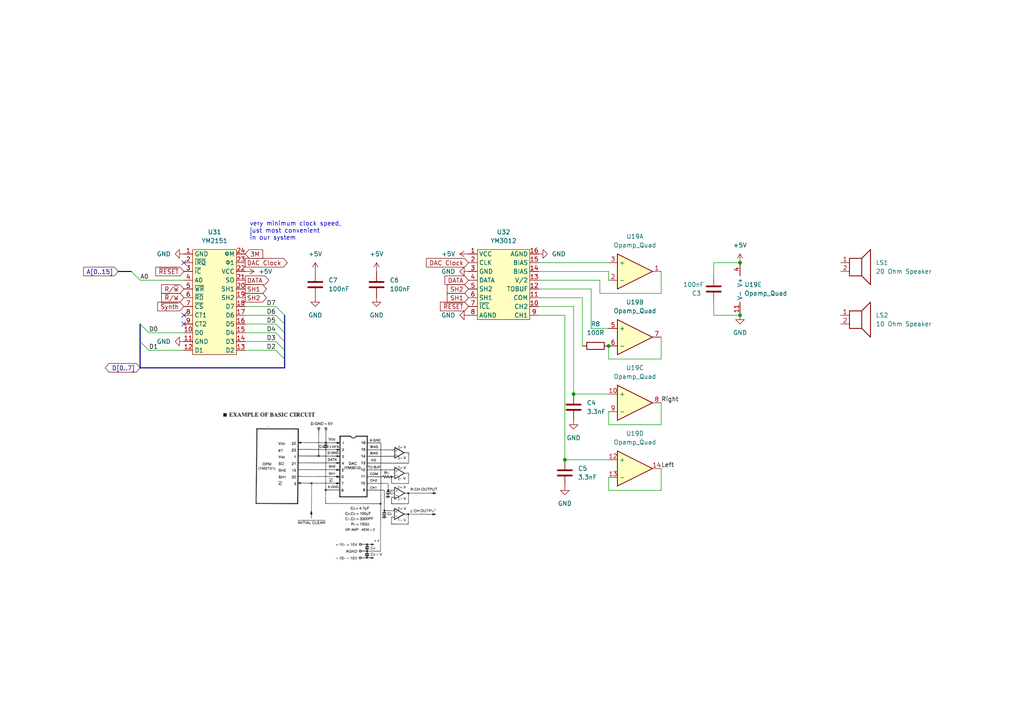
<source format=kicad_sch>
(kicad_sch
	(version 20231120)
	(generator "eeschema")
	(generator_version "8.0")
	(uuid "ff7fdb17-b492-4d18-9a3f-a2fd01911dec")
	(paper "A4")
	(title_block
		(title "ʕ·ᴥ·ʔ-audio")
	)
	
	(junction
		(at 163.83 133.35)
		(diameter 0)
		(color 0 0 0 0)
		(uuid "5f9f189c-6a42-4308-b443-778ac3102f77")
	)
	(junction
		(at 166.37 114.3)
		(diameter 0)
		(color 0 0 0 0)
		(uuid "95a11e6e-04bf-44c0-8c3b-a83e5b04f677")
	)
	(junction
		(at 214.63 91.44)
		(diameter 0)
		(color 0 0 0 0)
		(uuid "9931893e-72e8-472f-9597-c94db62c7291")
	)
	(junction
		(at 214.63 76.2)
		(diameter 0)
		(color 0 0 0 0)
		(uuid "dd80d209-c7dd-4f4c-b386-4adbdb1ce86a")
	)
	(junction
		(at 176.53 100.33)
		(diameter 0)
		(color 0 0 0 0)
		(uuid "f94c164b-f135-41a6-8d84-bb904492482c")
	)
	(no_connect
		(at 53.34 91.44)
		(uuid "0a9a12af-fcfd-494d-b5c9-c3deb6a13bc8")
	)
	(no_connect
		(at 53.34 93.98)
		(uuid "295f4dd8-015a-4862-b312-d6a0bea7c6af")
	)
	(no_connect
		(at 53.34 76.2)
		(uuid "b3104f5e-c3a0-40d0-9fa8-238120f1a4bd")
	)
	(bus_entry
		(at 40.64 99.06)
		(size 2.54 2.54)
		(stroke
			(width 0)
			(type default)
		)
		(uuid "062b0f0f-85cd-4727-99aa-eaa4e6493533")
	)
	(bus_entry
		(at 80.01 96.52)
		(size 2.54 2.54)
		(stroke
			(width 0)
			(type default)
		)
		(uuid "377959b5-4800-4c61-8fcc-3a771f712c4f")
	)
	(bus_entry
		(at 80.01 101.6)
		(size 2.54 2.54)
		(stroke
			(width 0)
			(type default)
		)
		(uuid "712832df-63d5-48ed-853b-b8db818cfef9")
	)
	(bus_entry
		(at 80.01 91.44)
		(size 2.54 2.54)
		(stroke
			(width 0)
			(type default)
		)
		(uuid "7848efc8-090e-4a8d-8023-8cb04e7fb409")
	)
	(bus_entry
		(at 80.01 93.98)
		(size 2.54 2.54)
		(stroke
			(width 0)
			(type default)
		)
		(uuid "a5ffcdb1-c64f-405d-8900-00610eec917d")
	)
	(bus_entry
		(at 38.1 78.74)
		(size 2.54 2.54)
		(stroke
			(width 0)
			(type default)
		)
		(uuid "bcd9970b-e46f-436f-a559-1a61ef706085")
	)
	(bus_entry
		(at 40.64 93.98)
		(size 2.54 2.54)
		(stroke
			(width 0)
			(type default)
		)
		(uuid "c065646f-42fd-4bc4-ba37-dec86d79589e")
	)
	(bus_entry
		(at 80.01 88.9)
		(size 2.54 2.54)
		(stroke
			(width 0)
			(type default)
		)
		(uuid "f03cc1ac-ec67-432b-b11b-73c15d9a9e38")
	)
	(bus_entry
		(at 80.01 99.06)
		(size 2.54 2.54)
		(stroke
			(width 0)
			(type default)
		)
		(uuid "f941119e-5456-493a-b4d1-8524c5bd0391")
	)
	(wire
		(pts
			(xy 171.45 83.82) (xy 156.21 83.82)
		)
		(stroke
			(width 0)
			(type default)
		)
		(uuid "018d209d-92db-467a-94e1-3b2c94605565")
	)
	(wire
		(pts
			(xy 71.12 96.52) (xy 80.01 96.52)
		)
		(stroke
			(width 0)
			(type default)
		)
		(uuid "0610998e-fed2-4723-9804-1ab13ecc769a")
	)
	(wire
		(pts
			(xy 173.99 85.09) (xy 173.99 81.28)
		)
		(stroke
			(width 0)
			(type default)
		)
		(uuid "0d247af7-8dff-4d00-b34c-f1062151ee9d")
	)
	(wire
		(pts
			(xy 163.83 91.44) (xy 156.21 91.44)
		)
		(stroke
			(width 0)
			(type default)
		)
		(uuid "0f224f13-9d29-4a36-b7a6-0e4601314259")
	)
	(wire
		(pts
			(xy 207.01 91.44) (xy 214.63 91.44)
		)
		(stroke
			(width 0)
			(type default)
		)
		(uuid "1c554f43-b943-49ba-a0f2-a6faea678cd1")
	)
	(wire
		(pts
			(xy 176.53 133.35) (xy 163.83 133.35)
		)
		(stroke
			(width 0)
			(type default)
		)
		(uuid "266252b8-db8d-4639-9f17-575d9aadbaa1")
	)
	(wire
		(pts
			(xy 176.53 95.25) (xy 171.45 95.25)
		)
		(stroke
			(width 0)
			(type default)
		)
		(uuid "409f1c21-549f-40d2-81fb-3bc352534eec")
	)
	(wire
		(pts
			(xy 71.12 88.9) (xy 80.01 88.9)
		)
		(stroke
			(width 0)
			(type default)
		)
		(uuid "445aa8d2-cfb7-4967-b2f9-5542d106f85a")
	)
	(wire
		(pts
			(xy 43.18 101.6) (xy 53.34 101.6)
		)
		(stroke
			(width 0)
			(type default)
		)
		(uuid "4879a6fc-c3c2-4552-83ce-e3cc57b1e7c9")
	)
	(wire
		(pts
			(xy 173.99 81.28) (xy 156.21 81.28)
		)
		(stroke
			(width 0)
			(type default)
		)
		(uuid "49de3058-5fb9-4683-a527-f40de80a8a5f")
	)
	(wire
		(pts
			(xy 156.21 78.74) (xy 176.53 78.74)
		)
		(stroke
			(width 0)
			(type default)
		)
		(uuid "4c020cdf-7b9c-4d06-9a9d-33472de4b080")
	)
	(wire
		(pts
			(xy 171.45 95.25) (xy 171.45 83.82)
		)
		(stroke
			(width 0)
			(type default)
		)
		(uuid "4e758708-d540-4d6e-b288-d01e76bc3a34")
	)
	(wire
		(pts
			(xy 176.53 123.19) (xy 191.77 123.19)
		)
		(stroke
			(width 0)
			(type default)
		)
		(uuid "6383c209-8921-4746-a6e9-429b4730a685")
	)
	(bus
		(pts
			(xy 82.55 101.6) (xy 82.55 104.14)
		)
		(stroke
			(width 0)
			(type default)
		)
		(uuid "68c8fdad-7995-472c-82f4-c31fe93dd674")
	)
	(wire
		(pts
			(xy 207.01 80.01) (xy 207.01 76.2)
		)
		(stroke
			(width 0)
			(type default)
		)
		(uuid "697a7ab1-586d-463b-8655-3d97e104c51f")
	)
	(wire
		(pts
			(xy 71.12 99.06) (xy 80.01 99.06)
		)
		(stroke
			(width 0)
			(type default)
		)
		(uuid "6f5cab99-a661-46bb-a0f1-fb7ecfad844c")
	)
	(bus
		(pts
			(xy 82.55 96.52) (xy 82.55 99.06)
		)
		(stroke
			(width 0)
			(type default)
		)
		(uuid "709c7810-2b21-4d8c-90f8-cad9fca0e12f")
	)
	(wire
		(pts
			(xy 207.01 87.63) (xy 207.01 91.44)
		)
		(stroke
			(width 0)
			(type default)
		)
		(uuid "8209f7a4-6fbf-43eb-a323-84920f3cb50d")
	)
	(wire
		(pts
			(xy 166.37 88.9) (xy 166.37 114.3)
		)
		(stroke
			(width 0)
			(type default)
		)
		(uuid "8c45fdda-dca8-4505-887b-10f5a19a6aee")
	)
	(bus
		(pts
			(xy 82.55 93.98) (xy 82.55 96.52)
		)
		(stroke
			(width 0)
			(type default)
		)
		(uuid "8ca6075e-cbcd-4cf1-af04-f65b9234706d")
	)
	(wire
		(pts
			(xy 71.12 91.44) (xy 80.01 91.44)
		)
		(stroke
			(width 0)
			(type default)
		)
		(uuid "91d139a3-c870-4307-8e73-b1bdef708619")
	)
	(bus
		(pts
			(xy 82.55 99.06) (xy 82.55 101.6)
		)
		(stroke
			(width 0)
			(type default)
		)
		(uuid "94716f02-30ec-4b31-94e1-797b14ad988a")
	)
	(wire
		(pts
			(xy 191.77 78.74) (xy 191.77 85.09)
		)
		(stroke
			(width 0)
			(type default)
		)
		(uuid "9598c04a-4c85-4304-aff9-d2c81fe02e2e")
	)
	(wire
		(pts
			(xy 166.37 114.3) (xy 176.53 114.3)
		)
		(stroke
			(width 0)
			(type default)
		)
		(uuid "9683133d-8b03-4684-9746-faa2c0a2e736")
	)
	(wire
		(pts
			(xy 207.01 76.2) (xy 214.63 76.2)
		)
		(stroke
			(width 0)
			(type default)
		)
		(uuid "9ba85507-c211-4a90-94e5-d324b9bd5f5d")
	)
	(bus
		(pts
			(xy 40.64 106.68) (xy 82.55 106.68)
		)
		(stroke
			(width 0)
			(type default)
		)
		(uuid "9d8d3d6a-7297-4ce8-a624-8fdde11090db")
	)
	(wire
		(pts
			(xy 191.77 97.79) (xy 191.77 104.14)
		)
		(stroke
			(width 0)
			(type default)
		)
		(uuid "a0094b86-68d7-4e0b-9d68-5d0aa6824566")
	)
	(bus
		(pts
			(xy 34.29 78.74) (xy 38.1 78.74)
		)
		(stroke
			(width 0)
			(type default)
		)
		(uuid "a2a2e6c4-4d33-4716-a72d-2e106093d312")
	)
	(bus
		(pts
			(xy 82.55 91.44) (xy 82.55 93.98)
		)
		(stroke
			(width 0)
			(type default)
		)
		(uuid "a36c704c-edc3-4107-a5ed-7471b3e8b272")
	)
	(wire
		(pts
			(xy 191.77 142.24) (xy 176.53 142.24)
		)
		(stroke
			(width 0)
			(type default)
		)
		(uuid "a981b7dd-6287-4811-8fcb-59a759653ef7")
	)
	(wire
		(pts
			(xy 40.64 81.28) (xy 53.34 81.28)
		)
		(stroke
			(width 0)
			(type default)
		)
		(uuid "b309a533-e927-49a8-9254-e3413aecbe58")
	)
	(bus
		(pts
			(xy 40.64 93.98) (xy 40.64 99.06)
		)
		(stroke
			(width 0)
			(type default)
		)
		(uuid "b97c6001-5d14-40a9-b76f-ebd0b7773fdc")
	)
	(wire
		(pts
			(xy 191.77 135.89) (xy 191.77 142.24)
		)
		(stroke
			(width 0)
			(type default)
		)
		(uuid "bc2ba6d2-3538-4495-a6e3-5c386b801a1b")
	)
	(wire
		(pts
			(xy 191.77 104.14) (xy 176.53 104.14)
		)
		(stroke
			(width 0)
			(type default)
		)
		(uuid "c061868d-9595-4160-adc5-ace4a6ce4008")
	)
	(bus
		(pts
			(xy 40.64 99.06) (xy 40.64 106.68)
		)
		(stroke
			(width 0)
			(type default)
		)
		(uuid "c24dfdf9-f8e3-483f-b793-6ba7213d6235")
	)
	(wire
		(pts
			(xy 176.53 123.19) (xy 176.53 119.38)
		)
		(stroke
			(width 0)
			(type default)
		)
		(uuid "c857ead1-923f-4b50-ad41-fe48b071a12d")
	)
	(wire
		(pts
			(xy 43.18 96.52) (xy 53.34 96.52)
		)
		(stroke
			(width 0)
			(type default)
		)
		(uuid "cb0be8ba-4a0d-42f1-97f9-79c6f686d8ce")
	)
	(wire
		(pts
			(xy 156.21 88.9) (xy 166.37 88.9)
		)
		(stroke
			(width 0)
			(type default)
		)
		(uuid "d1e2c909-6e3f-4566-8133-d5afeb952003")
	)
	(wire
		(pts
			(xy 191.77 116.84) (xy 191.77 123.19)
		)
		(stroke
			(width 0)
			(type default)
		)
		(uuid "d720503f-e7ad-4b24-ad72-c32901c57ff1")
	)
	(wire
		(pts
			(xy 156.21 76.2) (xy 176.53 76.2)
		)
		(stroke
			(width 0)
			(type default)
		)
		(uuid "d7d57b7f-1e21-4e9d-b2eb-6ee82710d6f5")
	)
	(wire
		(pts
			(xy 163.83 133.35) (xy 163.83 91.44)
		)
		(stroke
			(width 0)
			(type default)
		)
		(uuid "dcc4cf23-15b9-4d86-b135-3ffa3fcf9a0b")
	)
	(wire
		(pts
			(xy 176.53 81.28) (xy 176.53 78.74)
		)
		(stroke
			(width 0)
			(type default)
		)
		(uuid "de71200a-2dde-4897-bea1-6e5c99e545ba")
	)
	(wire
		(pts
			(xy 71.12 101.6) (xy 80.01 101.6)
		)
		(stroke
			(width 0)
			(type default)
		)
		(uuid "e09f1074-4b07-48a7-bbd4-997bafef5249")
	)
	(wire
		(pts
			(xy 176.53 142.24) (xy 176.53 138.43)
		)
		(stroke
			(width 0)
			(type default)
		)
		(uuid "e382e6ed-bb41-43e1-a456-f8a9bd8da3d1")
	)
	(wire
		(pts
			(xy 71.12 93.98) (xy 80.01 93.98)
		)
		(stroke
			(width 0)
			(type default)
		)
		(uuid "e47369a8-ceea-4147-850c-c87e6fcb18ec")
	)
	(wire
		(pts
			(xy 176.53 104.14) (xy 176.53 100.33)
		)
		(stroke
			(width 0)
			(type default)
		)
		(uuid "e7d1efb6-f1f1-4584-8916-999441062536")
	)
	(wire
		(pts
			(xy 168.91 86.36) (xy 156.21 86.36)
		)
		(stroke
			(width 0)
			(type default)
		)
		(uuid "ea433761-f3fb-44cc-a59f-992329b390dc")
	)
	(wire
		(pts
			(xy 168.91 100.33) (xy 168.91 86.36)
		)
		(stroke
			(width 0)
			(type default)
		)
		(uuid "ef03cc3f-3680-4346-acc5-47717d215e44")
	)
	(bus
		(pts
			(xy 82.55 104.14) (xy 82.55 106.68)
		)
		(stroke
			(width 0)
			(type default)
		)
		(uuid "f01ad5c4-ff2b-4863-a35b-9f9a5ee0ffe7")
	)
	(wire
		(pts
			(xy 191.77 85.09) (xy 173.99 85.09)
		)
		(stroke
			(width 0)
			(type default)
		)
		(uuid "f23ab536-89c9-4385-86f6-db012b26e9c9")
	)
	(image
		(at 96.52 140.97)
		(uuid "47353ff3-9c43-436a-b778-8a0b455c7f28")
		(data "iVBORw0KGgoAAAANSUhEUgAAAv8AAAIWCAIAAABP0nU/AAAAA3NCSVQICAjb4U/gAAAgAElEQVR4"
			"nOy9d3xUVf7/f26flslMJr0XSEJCCR2kScKKEoqAi7hr+bCWddX1awNWPu5+1FXXXXc/oCLg7oos"
			"CipKUVDpHUJPCKQQCJBeJn36nVt+f7w/Ob9rElhWMAlwnn/wGGbuPfecc2/mvObdDqWqKiIQCAQC"
			"gUC4baB7ugMEAoFAIBAI3QpRPwQCgUAgEG4viPohEAgEAoFwe0HUD4FAIBAIhNsLon4IBAKBQCDc"
			"XhD1QyAQCAQC4faCqB8CgUAgEAi3F0T9EAgEAoFAuL0g6odAIBAIBMLtBVE/BAKBQCAQbi+I+iEQ"
			"CAQCgXB70SvUj9pOT3fkxnOVQf1H41UUxe/3K4qCEBJF8Qb0jHCDkGXZ7/ffkk8vgUAg3KpQP9G3"
			"NlYzFEVRFPVvD/6/3vy7I3shMFKa7lpHwtDwVHT49BrHq6oq6B6GYRBCiqJc6XKEHkFV1Zvx0SUQ"
			"CITblp9kEYXVWpIkWZZv+d/EqqpeZZiiKEqSBEsjNnGBIefaLyFJksPhsNvtDodDVVVJkm5M1wk3"
			"AlVVvV4vMcgRCATCTQR7pQ9glQVjAyzeFEXBys0wDF6DWZbt8KtXVdXa2trly5dXVFTIshwQEADn"
			"SpIkiiLDMBzHBQUFPfTQQ3369MnJyfnXv/7l9XoFQaAoymQyjR49evLkyTRNr127tri42Gw28zw/"
			"c+bMlJQU6Azg9/v9fv/u3bsHDRoUGRmJP1JVVRTFs2fPrlq1SpIklmUjIiJGjhx5xx13sCzLcRwc"
			"piiKLMvHjx9fu3YttGa1WidOnDhs2LBly5Y1Nze7XC6KohiG8Xg8wcHBer1+4MCBQ4cOjYmJkWV5"
			"37593377LSgb0D3Z2dlTpkzheR7al2UZIbRnz55PP/3U7/czDEPTtCiKLMuC2QZk0NChQx944AGb"
			"zaYdGh6gLMuiKB44cGDv3r2lpaXQ/9DQ0HHjxo0fPz4oKAjacbvdq1evLiwsdLvdOp2OYRiTySQI"
			"gt/v1+l0HMeFhYXNmDHDYrFQFIWNRsXFxfv379fpdH6/3+l0yrKs1+v1en1kZGRGRobNZoPDtBML"
			"eL3e4uLifv36CYLQuduKorhcru3btx87dszr9bIsO3DgwLCwMI7jxowZ4/P5Dh8+XFBQYDKZjEaj"
			"1+u1WCz9+/dPSkpiGAZkoizL1dXVBw4cOH36tM/nM5lMQ4cO7d+/f0JCgtPp7HKuZFmmKMrv94ui"
			"ePTo0W+//ba1tTUgIACu3r9/f2g8LS1t/fr1Bw8e9Hg8AQEBOp0uODg4IyNjzJgx27ZtO378ONyd"
			"trY2nU7HsizLsomJienp6WlpaTqdTlEU/Px4vV6apltaWvbu3Xvo0KHa2lpBEARBSExMHDlypF6v"
			"9/v9w4cP37FjR05OjizLXq/X6/UmJiZOnTq1X79+CKHz58+vXr26tbWVZdn4+PipU6d+9tlnDQ0N"
			"giB4PB6O4yIjI7OystLT01euXFlcXMxxnCzL8LzBeOHPimXZpKSkX/7yl0ajEf64rvQXTSAQCATM"
			"FdUP/jnLcZwoiqIoGo1GhBBN0yAdYIXobPBXVdVisaSnp+/du7e2tlZRFLPZ/OKLLwYFBTU0NBQW"
			"Fubk5DgcjhEjRiQnJ8fHxyuKkpubC7aQxMTE+++/PyAgwOv1hoWFffrpp06nMzs7OyQkRLvmgSzI"
			"y8v73//932eeeWbq1KnaTymKio+Pj4+PX7t2bWtrq6Iou3fvXrVqVVhYmLaTdXV1S5cuPXr0qKqq"
			"giDMmjWrb9++er0+ISHhu+++q6+v5zjOZrNNnjwZIbRt27b169cnJCT893//95AhQ/r16/f999/v"
			"2bMHfF7333//qFGjOvQBxE1VVdV7773X2NjI87zJZHriiSfi4+M9Hk9JScmXX37Z0NAwYcIEvV4P"
			"GlELTdP19fWvvPLKsWPH9Hr9I488kpmZWV5e/uWXX/7P//xPUlLSs88+O27cOFikExIStm7dev78"
			"edCXiYmJAwYMkGX5zJkzFRUVoihardbs7GxtDzmOO3HixK5du1RVZRjGYrEMHDiwra2trKyMYZgX"
			"X3xx/PjxwcHB2hmjaRok4+9///uFCxdmZ2d3fmx8Pt+zzz5bUlISHx8fExPjdDpXrlzZ1tYmSdLn"
			"n38eFRV18eLFzZs3V1VVcRynqmpMTMxLL72UmpoKd6G1tfWbb75ZsWIFRVEDBw4cPHiw0+lcs2ZN"
			"VVUVwzBpaWmLFy+2Wq0dLur3+ymKKiwsXLJkSV5entVqnTBhQkxMzPnz5//xj380NjZyHDdlypRF"
			"ixbxPH/58uWKigpQWrGxscnJyYIg2Gy2c+fOFRYWchzn8/kiIyP79OlTVla2bt06nU43cuTIhQsX"
			"xsXFae9OQUHBX//619zc3Ojo6DvvvLNfv37Nzc07d+7cuHGj1+uNjo5ev349z/OnTp26dOkSwzAg"
			"FvV6PTwewcHBbrf76NGjer1+wIAB4eHhoaGh27ZtgwePZdnRo0fPnj1bVdXly5ezLGuxWBISEkpL"
			"S8vLy6G1sWPHer3eixcv7tmzp0+fPpMnT+6sCwkEAoHQJcyrr77a5Qd79ux55513duzYsX379u3b"
			"t2/dunXnzp07d+7csWPHtm3bDhw4UFpaGhYWBhYF7YlgMklPT7948eLZs2dpmh49evSiRYuSkpIG"
			"Dhw4bty44cOHX758OSEhoV+/fjqdLjY29uTJk/X19bD+TZgwITIykqbp1tbWwsLCefPm/eY3v9Hr"
			"9TRNY/8RLF2vvPLK+fPnZVkeO3aswWCAq8MirdPpYmJiNm/e3NLSwjBMW1tbampqv379sOVDluW9"
			"e/du2LDB5/MhhOLj459++un09HSEUERExKlTp8rLyymKysrKevnllydOnBgYGLh///6qqqrCwsI7"
			"77wTrE179uzxer3h4eFPPPFEQkICDBzaB7MZz/Opqam7du2qq6ujKGrWrFnPPfdcQkJCSkrKqFGj"
			"+vXrd+HChfT09MTExM5xPOfPn3/99dcPHTpksVgWLlz4i1/8wmq1JiUlZWRk5Obmnj17tqioKCEh"
			"ITIykuO4hISExsbGvLw8n88XHR392muvPfLII/fcc8/MmTMHDhwItpZRo0YhjS3HarUOGTLkm2++"
			"8Xg8CKF58+a9+eabY8eOLSwsPHv27JEjR/R6fUZGBsMw2vvr8Xg+//zzo0ePiqI4adKkzpaGdevW"
			"ff7552PGjPnrX/96zz33TJo0aeDAgUVFRXV1dTNmzIiKiho2bJhOp9u7d68kSRzHvfXWW5mZmXBD"
			"PR7PZ599tmLFCrPZvGjRoscff3zw4MGjR4/Ozs5WFKWgoMDn8917770mk0l7RVBv+fn58+fPP3v2"
			"bEJCwuLFi++7774hQ4ZMnDixX79+xcXFdrs9PDz8zjvvHDJkiMFgOHjwoNvtpml65syZDz/8MMdx"
			"0dHRBoMhJyfH5XKZTKann3560aJF06ZNq6ysLCwsvHz5cklJydixY/GlL168+NZbb506dSolJWXp"
			"0qV33313Wlra4MGD77rrrpaWluLi4vT09Ozs7Pj4eLfbnZub6/V6o6KinnvuueTkZLDiCIKQmZnZ"
			"2NgYHh7+m9/8RhCEQYMGsSx79OhRj8djsVgWLVqUmppK0/SmTZuysrIWLVr04IMP+v3+o0ePKoqS"
			"lpb297//PTs7Ozo6Oi8vb8SIEX369EEIkYAwAoFAuBauaPs5ceLEyZMnvV4veHYURcGhneBAsVgs"
			"ycnJCQkJHU7EEb6hoaEIIXB+4XgXhFBaWtrTTz9tNBopiuI4rn///nPmzFm8eHFra2tNTc2OHTv6"
			"9+/P83x+fv5dd901a9Ysnue1CzB0o7Cw8MyZM36/Pzc3t6GhISgoSBtZDFc3GAxgqaIo6ptvvsnO"
			"zqZpGnSJKIrFxcVer1eSJJqmjUajzWYDP4LVajWbzbCKmM1mQRBUVR01apTFYnG73efPn8/Jybnv"
			"vvvAVYcQCgwMtNlsPM9rQ39Y9v8mVhAEcEmoqmo2m2VZ5nleFEWapkeOHOlyubBuA/x+P8uyHo9n"
			"3bp1R44cQQiNGjUqKyuLZVmYwOjo6Dlz5pw9e7asrGzDhg39+/cPDAxkGCY6OhocNzabDaxcqqpy"
			"HDdu3Di3293Q0NDBUKeqakREhNlsbmxsRAgFBwdLkhQSEpKYmJiTk+P1es+ePet0OsG/htrDm5qb"
			"mw8fPizL8uHDhysrK+Pj46FjYOuSZXnTpk3edqBjQ4YMeeaZZ1599VWe51mWlWU5JSWF53mv12sy"
			"mZKSkhBCoLF27dr14YcfOhyOu+++e8yYMTRNwzSazeaHH37Y7/fv27ev84Oqqqrdbn/33XcvXbqk"
			"0+lmzJiRkpICt49l2ZEjR77++utvv/22IAgsy0qSFBMTY7PZWltbaZqOiIgQBEGWZTCu6PX6trY2"
			"nucjIiLAHjZv3rw9e/Y4HI5Tp04VFhaGhoaCAexf//rXsWPHKIqaMWNGbGws/uswGo2PPvpoc3Oz"
			"2+0GoRkUFAQv9Hq92WzW6XTQMXhaBg4ceOHCBfhbgIM5jvP7/YIghIWFwdObnp4+d+5c+EPT6/Vg"
			"M/N4PNBUVlZWXl4ex3HE8EMgEAjXzhUzlTweD3i4FEWBL3dYfeFNCLu5Uvhthzwv+LELESHNzc0s"
			"y6alpSUmJoKKEgRh5syZ2dnZEFrx7bfffvTRR2vWrPF6vbNmzdLpdJ2da7Isb9u2ze12K4rS0NBw"
			"/Phx3EOqHYZhWJaNiooKDg6GX8zFxcUQgkNRlMvlampqGj9+PLTPsiwsHrBqwjG4NVhvULuZweFw"
			"QOAFHMNxHMdx2pAaPAPQps/nA2UAcUgURZWWlra1tQmCMH78+OTkZO0AoZFz584dO3bM5/PpdLoR"
			"I0aYzWY8IoZhxo0bhxASRXH79u2nTp2SNSCEINgc4mDKy8tlWc7Kypo6dSr6YYoZ9BDfXEVRQGqA"
			"aa3LUG5FUfbs2VNaWiqKYltb26pVq7QxTGC8qa2tpWk6Ly9v3759Pp+PpmmGYUaMGDF//nwsdHQ6"
			"HVzCZDLp9XqYuoaGho8++qi1tVUQhL59++IpBcxm8/333z9p0iQsK7UD2bJly7FjxxiGsVqtycnJ"
			"YCbEt2DAgAFPPfXU+PHjBUHgOE6SJHCzwn/h7tM0zXEciGO/3w+yWFVVq9UKfiiEUGtrK8xtZWXl"
			"1q1bEUJms3nMmDEd7jjYAu+66y543+PxwH2BvxfcMfi7AOMZvAMj1Qb0wDvPP/98nz59GIZhGAbu"
			"FzxUNE3D4zdv3rz09HQcgkYgEAiEf0sX6gerHKx41E4oisLz/FVCLOEY0AeXL18WRbG5uflf//rX"
			"t99+ixDSnqsoil6vX7hwYd++fVVVbWpqWrp06RdffHHvvfdCpFFnamtr9+7dGxUVBWLi888/b2pq"
			"6nAMxFY//vjjc+fOBXPLxo0bIRNNVdVjx45FRUVNnz5dr9fDmoG1C6x/EEoCEhAh5HQ6HQ4Hy7KC"
			"INx1113YB4dXLBhs565SFOV0OlVVZVm2tbXV6/XW1dV99dVXjY2NFEUJgtBZ3vl8vrNnz5aWlqqq"
			"qtfrU1JS4AC4KRRFhYWFmc1mSBzbvXs3WAjArEJRFGSHiaJ46tSp7777DvoPdoIOahUEGQz80qVL"
			"LperoqKiuLgYDFRjxozR+pjgvn/55ZcwCSzL7tu37+LFi3iYCCGWZYOCgkRRbGhoeO2111588cVT"
			"p07BvP3sZz/DIeH4FJ/P5/P5YO0/c+aM3W6XJMlkMiUkJHQOKYuOjn766aexLQrjcDiOHTsGkxAU"
			"FBQeHg5DxoDvdfr06SBq3W63x+OBUeP7CHLf5/NBSFlNTQ1Yno4fP+7z+UC1wI2AMLKWlhZVVW02"
			"GwhTHMwOtwmimCFuHao0URTl9Xo9Ho/6w+IODofD5XJh45n27wu/iImJwbYirH7gpwK0HBoaGhMT"
			"0+XjRyAQCIQuuWKUQGfpgzSJP3DMVb5wVVUVRREOKCgoWLRo0cKFC1evXg2rFP6NixCCZSYgIODZ"
			"Z5+12Wzwg1iv12tDbjHQn+3btw8cOHDx4sV9+/aVZbm4uHjZsmU4sRwfKUlSeHj4+PHj4+LiVFXd"
			"uXPn8ePHYZ3buXNnZmYm/KbHS2CHsauqeuHChWPHjuXk5Lz33nsejycsLOzZZ58NDw+HHCLt/Fxl"
			"isGIIsvyoUOHXn/99WeeeWbLli1Op9Pj8UDMslaUgBRobm4GDx3Ipg42G1VVYdH1+/15eXkIIY7j"
			"AgICwBhQW1u7dOnS//7v/37xxRfr6urAqgF+us5x2dB/hNDWrVsXLlz47LPPHj9+XJKkadOm3Xvv"
			"vR2Cfvbs2eN2ux977LHY2FiPx9PY2Lhz506QiQghSZJ0Ot2cOXPAl+dyubZu3Tpv3rzXX3/92LFj"
			"YDJEGqsGQqilpQXGrqrq6dOnW1tbEUJWqzUoKKhz/UA4sfMj19jYaLfbvV4vOIx4nu8QIA8iFWf8"
			"wRMI/QGrHnQM3oQ5P3/+/LFjxzZu3Pj+++9LkpSQkPDSSy/17dsXug22Rr/fHx0dDdYjbW/BWEjT"
			"NEh8cL8ihCAlTdt/SZJ8Ph+ufYD/4jqMEQs1iqJwthd4WrFj1+/3w0Wv8hwSCAQCAdNF3A8sk9of"
			"x6iTRMDL/1Wahl/S8LsW1i3syNAKIPgtqyjKiBEjhg4dCllI9fX1+/btw1YWOAC+5Zubm4uKin7+"
			"85+np6dPmTIFjBZ79+6F2AhsYIDYZ57nIby6rKysoaFh48aNKSkpJ06cCA0NTU1NbWhogCOx2wi1"
			"26XAlFJQUPDee+9Bns4DDzwwatSozMxMuAT0BxZRSZI6SDqMoihgd4GWLRaL1WqtqKgAnwVMstaE"
			"BrPEcRw0CBoO/dCZCCEpMPl2ux10DL5HkiS1trbyPO/xeDweD/RNEITONwh7rODciIgIRVHKy8u9"
			"Xm91dXVlZSVY4/ABW7ZsmTZt2q9+9Sufz1dWVubz+Q4dOjRlypSIiAhszJs2bZrdbl+zZk1jY6Oq"
			"qg6HY/Pmzfn5+U888cSMGTPgujjvieM4HNTl9XqRRht18CRexcqInx/sKrrKiRRFQfgRjB20Dqgl"
			"g8EAGtHlcm3btu3o0aNNTU2iKKampr7wwgt33HEH3BFVVZubm0EnofaKD1qzlvbqkCQPR2KZhQFX"
			"pl6vx15XUD/gDoZOYtcY3AhZlsH/hV20+NFCV/01QiAQCAQtV4x6/rdcqbgI1jSwlqiqeuedd778"
			"8ss+n2/16tUQ/aD9EY+P9/v9brcbXA9NTU0rV66MiooaPHgwPgxWuJKSktLSUo7jamtr9Xo9LPN1"
			"dXUHDx6EtBdAVVWe53U6ncVimTRp0oEDBxobG/fv3x8VFQX5QdryP1rhAmsS9DwtLW3BggVQrkav"
			"1xuNRnwKtmQgjTS8yvKjKMqkSZOeeeaZpqamJUuW4HDyLifWarUKgiCKoqqqXdZFhCUf4nZRuxSD"
			"5TM8PPz555/PyMj4/vvvL1261CFmXAsE5YAOmD59+nPPPdfc3Lxy5cq1a9cePnx48eLFv//972Nj"
			"Y+Hg8vLykpKSZ555xmg03nHHHevXr7fb7YWFhZDyjds0mUyPP/54WlrasmXLTp06BaMoKSn54IMP"
			"0tPT+/Xr11kE4BHBoOAJoWkagrSuNJ8YnuehuJFer8cxTFexgng8HqgLQFFUdXU1RVGQfeZyucB8"
			"CMFVra2tUOhBlmUIgoZJZlkWB8Vj29VV8Pl8cCI8jdrxIoR0Ol0HXx6WpJ3vmtrukv63c0IgEAiE"
			"q3M1z9dVToMv6Ktv7wAaQhAE0A2hoaFz5swBfxYs6h08aOvWrWtqapo8eXJwcLCiKGfOnNm6dSuY"
			"BFD7At/S0rJ79+6ysrJnn332v/7rv/7+97+LogjK6ejRo5A2j/sAESoURU2aNCk0NFSv1zc1Na1Y"
			"saJv374pKSnYdtV5pYGlkabpQYMGDRo0KDQ0FDLItIHAeAkHu1EHk4Moirjn/zfRNO33+w0GQ2Rk"
			"5OzZs0GUqKoKqyM+DOJqg4KCwFojimJdXV3n6a2qqgKtk5WVBV2FvjEMY7PZ4uLiLBbL7Nmz77zz"
			"zivVINbeX8iZBy2VlZWl0+mgrk9ubi7Wpl9++WV1dfWTTz6ZnZ29YMGC1tZW8NBt3brV6XTiNiF/"
			"auLEiZ988sk///nPtLQ0QRBomq6urj58+DAs7Z0Vg6qqGRkZcLPq6uoqKys7GFSugtlstlqtPM/D"
			"Y9DBJKl9HnDoDEwdpJ2D/wshxPM8iGCdTrdgwQJIUqMoqrS0dNOmTdrHdeTIkTAtUMcIX6VL5ymc"
			"CIYu7a8FeFqcTqdW3eInweVyQamqDn+GnUPRr/53SiAQCIQu6Shf4MsUAjahFg6IA7U9Xx1QFMXn"
			"87lcri4bhSPhm1qSJPA1QBW+KVOmIITa2tq2bdvW0tIC8cWiKO7ZsycnJ2fhwoXvvPNOVlYWwzCQ"
			"2FVYWAj6BoIkZFmura196KGH/vSnP7399tvvv//+gw8+aDKZVFXNz8/Py8tT2pFl2eFwwAtBEB56"
			"6CFYhEJCQqZMmYLTgiDsBosVCFcCGwBN0yEhIbDOQfEeCDWFOFa8hGNPDcggVVVdLtfy5cu/+OIL"
			"OBJHf4N+Yhhm6NChgwYNkmW5rKxs7dq1drsdTx34O/r27ZucnAwhSidOnIC8IbBD+P3+kpISh8NB"
			"UVRsbOykSZMgmgSSgGDtB6OOyWQaO3Yszszv4t7TtMfjodoz11iWVRQlODgYgs3BRqIoiiiKZWVl"
			"RUVFEyZM+NnPfjZo0KDMzMwRI0aAOjl58mRJSQmMvaWlZf/+/WClMxqNkyZN+sc//vGLX/zCYDBI"
			"knTmzJkOjxm21oiimJ6ebrVaoUvV1dWQKIePF0URnsnOowgICEhKSgLtYrfbocK42p6zBmoSHjN4"
			"fiDWCu6pyWQCow7IFLgEZFfdfffdmZmZCCFJkrZs2bJ9+3YwRMmyPHr0aMhRb2lpaWhogAcYeoja"
			"rZjg+EMImc1mED3QJegM3E1JkqqqqrQ1BUCqwjPjcDiQxpkFf4CglRVFaWtrQ+0brHY5LQQCgUC4"
			"Ch3VD6yFEPcDCgBUAv1DoAA0yKMOwLc8rJrw3e12u9X2lG+O41pbW7/66qvPPvsMTmdZNj8/H5bJ"
			"kSNHCoLwzDPPgDOlsrJy8eLFlZWVsJIJgnDw4MGQkJDHH3983LhxgwcPHjRo0MMPPxweHi7Lcn19"
			"/f79+yGHCLU75nC8y+TJk6OioiiKGjNmDK4Lh5OQkcaH5fP5YBECNYA6RXLAnLS2tkKvvF6v2+3G"
			"YsjpdH799ddfffUVtjHgGJG2tjaGYaCHUNd4zZo1RUVFHfw7kKifmZlpMpkkSSooKCgrK0Ptcdyq"
			"qn711VcwdRMmTIiLi4OrgFKB9iHWB8wnoEW6vE3YWyTLMtwjhJDH44FV3Gg0Go1GGFdBQQHU31uw"
			"YMGbb775+uuvL1myJCgoCBTA6tWr4XJ1dXXLly/Pzc3Fhpbg4OCZM2dCrZqIiAh4E3v94AX4uWJj"
			"Y0GV+ny+3Nxcp9PZodsNDQ1Hjx7t8pGbOnVqYmKiJElNTU179+6FLCrQNBCglp+ff/jwYZx+BYoH"
			"e/3wkw8fqe2p+M8//3xqaipCqL6+/m9/+1t1dTUcn5ycPGfOHIZhmpubP/74Y5fLBWZOiKEWRfHM"
			"mTPr16+HZpOSkiDN3ul01tTUYIcpTN2ZM2e0JaSx20vVZIFpu4cD1JqbmyEtH0LEOs8JgUAgEK5C"
			"F64rHESitRlQPwRWiCtlpCOEKisrT506Bb9TCwsLCwsLXS6X0+ncvXv3okWLPvzww6ioKKj7cuTI"
			"kb/97W9tbW2jR48GE1FcXNzgwYNh2T558uSf//zn5uZmhmEKCwv//ve/cxwHNhgwKRmNRmx9OXjw"
			"4Llz52DNKC8vr6ys3L9/P7ixAgICHnroIYvFMnToUJ7nJUlyuVx5eXmw0re0tJSVlYGToqSk5MKF"
			"C5IkSZJ08eJF2PALj4thGPhln5ubC/WCq6qqdu3adeHChZqaml27dr3xxhuLFy8WRRE0VnFxcXl5"
			"OSihkydP5uXliaJYUVGxbt26559/fv369UFBQRAFDOAM8FmzZt1///1ms/n8+fOffPKJy+UCEXbg"
			"wIFt27YJgjBmzJg5c+ZAipPX6y0oKABtVFdXd+nSJZg99YfJ/D+48TRdWloKDiyGYbZt29bc3Ox0"
			"Ords2dLW1kZRVFpaGmxAAbtPhIeHg9cSmrVarVFRUQghWZZ37tx55MgRWZadTmdVVdVf/vIXmFjo"
			"T0tLi9PpBE8crN/5+fnQiM/nKy0txXvJPfHEExMnTmRZ9tChQ2vXrtVWMTh+/Pif//xn8Pd1GIiq"
			"qvHx8c8995zFYhFFccuWLStWrICyUjRNt7a2Llu2bMmSJW63G7xjDQ0NMJlgsIFG/H4/JI7B5Dc2"
			"NkJK18svvxwYGChJUnV19dtvv93Y2AjKad68eRMmTGBZduvWrW+99VZ9fT1YrRwOx7p161asWNGn"
			"Tx9QMP369Zs4cSKI/jVr1pw6dQoEWU1NzRtvvGG1WgcOHAh9cLvd2pmBLUfwMCVJ8ng8OTk58MvE"
			"4/EsXLhw3bp1oHSv9GdIIBAIhC7pYqcLUBK5ubnnz5+HgjQ4dofneb1ebzAYjEZjWFjYxIkTY2Nj"
			"OztWzp07N3/+/MrKSpqm9Xq92+3esWPHhg0bNmzY8P3339fW1iKE7r333vT09M2bN//5z3+uq6uD"
			"INPRo0erqrpy5cotW7aA+4bjONg6IDAw8I033mhoaGhqaoqPj4+OjlYUpaWlZfHixYWFhQghyNLK"
			"z8+/4447qqqq3n77bQjUNZvNycnJPM/HxcV5vd7MzMyQkBBRFJctW7Z582ZIFVZVNTc3l2VZk8m0"
			"YMECu90O0qqpqYll2fT0dG11Io/H88EHH2zfvp1lWUg8Liws/O6778tMvdoAACAASURBVDZu3Lhj"
			"x45Lly4pipKamvrggw8WFRW9+eabTU1NsAWmz+fbs2fPhg0bvvnmmwMHDtTW1gYGBs6dOxenUqP2"
			"YCkoCQi7YZw9ezYvL2/v3r1nz55ds2bNhg0b9Hr9rFmz5s+fHx8fD9WJVqxYsWnTJtTuOKusrAwL"
			"C4N6kl3GzyKEtm7d+tprr8G2mizLVlZW7ty58+uvv87PzzcajTNmzHjppZfi4uJkWX7yySdzc3Pt"
			"dntCQkJMTAyYu/7whz/k5eWB2UZV1SNHjvTt2xchBFFZe/fuLSwsbGpq2rlz56pVq7xe7x//+Mdh"
			"w4a1trauW7fu448/hmx/hNCxY8eio6OTkpIg4GbEiBGXL1+urKw8efLkF198sXnz5pycnJUrV+7Z"
			"s2f8+PH33nuvVikCoKj69u2bmJhYWlra0NCQn5+/YcOGnTt3btiw4ZNPPikrK/vtb387YcIEjuO2"
			"bdv23nvvORwO0MQtLS0REREREREHDx5csmQJFICmKKq2trZ///6RkZHBwcFer7eoqEin09XV1ZlM"
			"JihEbjQahw0bBqL5zJkz33333datWzdt2vTRRx9VV1fPmTMHynPDr4gJEyacPn26pqamvr5+165d"
			"69evX7du3fr16yMjI3/3u9+ZzWZVVaurq5999tmjR4/KsmwwGHieP3fuHM/zycnJoIFyc3N/97vf"
			"FRcXQxwVz/N2uz0jI2PAgAFXCWwnEAgEQpdQV4qatNvt+fn5er0eyvEBYBaiKAr2Aw8NDe2cSq0o"
			"isvlKi4uhkgUWE5w9WTwXBiNxsTEREEQ6urqysrKeJ53Op1paWlQqq6kpKSiogLWOdhONSgoKCws"
			"7NKlS2BuSUhIgIgcr9d7+fLl8vJyKDZjNBoFQUhJSYGCgQzDmM3miIgIq9VKtadVQ0qXLMsXL14E"
			"6wJ0z2g0BgcHWyyWCxcuuFwu8C9Agk9cXBweJoRZlJaW1tXVQXAS0qSMwbYYqqqmpKRYLJa2trai"
			"oiJRFCG+BGkS3HCAbVxcXJfbFOAq23a7/fTp0wUFBQ6Hw2KxJCUlDR8+PDw8HGmSvcvKysrKysAt"
			"AuEskZGRUVFRXSa6A+fOncvJyYGiiwEBARA3o9Pp+vbtGxISAjeCZVlRFJcuXQobgIwZMwYq3Hi9"
			"3i+++AIsMfA8hISETJo0yWw2QwHo2trauro6KF0YExMDG2xRFOV2u7dt2wYVqKEbcCKIKhiOy+U6"
			"ceLE7t276+vrRVG0WCzx8fHTpk1LTExEmhxv7fMGrTEMY7fbd+7cmZeXV1dXx7JsREREUlLSXXfd"
			"BZuucBy3a9euoqIiyDrkOM5kMqWnp6ekpFy4cOH06dMulwtkrt/vv+OOO/r37y9JUnNz86FDh6qq"
			"qoxG46hRo1JSUpT2fS3cbndhYeGRI0dqamoQQqCwp02bFhoaCj4pHDDX0tJy4MCB3NxcqJ9pNpsH"
			"DBgwadIko9EIcVoej+fQoUOwxSns8svzfFJSEpSuRgg1NzcXFhbCtiQ8z8MvkMTERKhISbZ2JxAI"
			"hP+IK6ofvD7hsBXUnupFaXZIgK947Ylqe16u1nemDWWg2vPDfT4frt+PfuigwbGosAbDcgUFACHB"
			"SnsKXAuMELgP0AhoCLw2qD+sJgfNwok45AICY7Xt4LQghJAoimArUq+Q3w5vQrY2ngQQJR2Gj3ur"
			"7WGH+cf9ARsVDqCGaYFGcIAL/gjmBxdt6hLoIc5WU9uzlnD3cDu0popxhxAouCjVHnONP4XNIqDP"
			"er0e5CZqN01pZxhXhIKAG+3Y29raZFnW6/UQ1Q53vPNEQeQQfjzg38bGRrBTggVRezAUDOxQg4ei"
			"KDgRhg85dBCvA3cQNAruPLyPH0LcptqeRQjH4ycEu9jwJfCjBe+Iogh2RDAX4buDa0OAWxZPONx6"
			"6Hznv0ECgUAgXJ0rqh/UvhZ2PkD79d3l1+5VPrrSYR2u0kEtXakn+MjOl9Mu5J170kGKaTvT+fgO"
			"h3XoyZVmQPv+1SfkSkKqy3Y6D0obGNvl0K7Scudb0HmetYd1/qhDHzqf1eVArjSfV79l6KoPVecR"
			"dW7qR4y3yy5d6TG40rR3GGDnNzv/Nuj8EHa4FoFAIBB+NFdTPwQCgUAgEAi3HmRjIAKBQCAQCLcX"
			"RP0QCAQCgUC4vSDqh0AgEAgEwu0FUT8EAoFAIBBuL4j6IRAIBAKBcHtB1A+BQCAQCITbC6J+CAQC"
			"gUAg3F4Q9UMgEAgEAuH2gqgfAoFAIBAItxdE/RAIBAKBQLi9IOqHQCAQCATC7QVRPwQCgUAgEG4v"
			"iPohEAgEAoFwe0HUD4FAIBAIhNsLtqc7QCAQOqIoiiRJDMMghCiKkmWZYRhVVWVZ5jgOH0ZRFLyQ"
			"ZZmiKEmSWJaVJKm5uVmn0wmCwDAMNAL4/X6apuEYmqahBVEU4RiGYSiKUhQFmkIIsSwLBwiCcC3d"
			"hvbxEKBZWZZVVWVZVlVVmqZhFDAcRVFUVe3QSQKBQOgGiPohEHodoFHq6urefvvtsrIyg8FgMpmG"
			"DBkSGxs7ZswYk8kE6gEfD1KjsrLygw8+OHHihMfjsdlsmZmZv/71r1mWZRjm/PnzGzZsmDhx4vDh"
			"wxFCDMM0NDRs3bo1KysrODj4iy++WL9+vc/n8/v9FoslIyNj9uzZcXFxPM+rqnqN0gf6U1RU9PXX"
			"X4NsCggIyMzMjIyMXLFihdls/sUvfmEymUDVlZSUrFix4pFHHunfvz8WTAQCgdBtEPVDIPQ6wChy"
			"8uTJo0ePOp1Om80WEBBQUVHR2to6bty4X//61/Hx8Uhj+1EU5fTp03/5y1/KysoSExODgoLq6urW"
			"rl1bXl6+YMGC6OjovLy8NWvW7N+//3e/+93YsWMZhqmtrd24caPf77/vvvsKCgouXboUExNjtVoR"
			"Qvv379+1a9czzzyTnZ3NcZzf7+d5/lq6LcvyZ599tnnzZovFYrVaBUEwGAwzZ85ECH3xxRd33323"
			"IAhgW9q8eXN+fj6cJUmS1qBFIBAI3QBRPwRCb0RRFISQJEmxsbEvvviixWJxuVxHjhz5+uuvw8LC"
			"HnvsMZPJhF1IPp9v06ZNZWVlDz744PTp00NDQ2tqar766qtNmzbt37//gQceaG5uRghVVlZ+/PHH"
			"SUlJ0dHRHMdRFOVwODiO0+l0kZGRr7/+us1mQwjV1NS8++67H374YWxs7JAhQ7DGQgjJsqwoSmtr"
			"q16vNxgM4GvDB3i9XofDYTAY/vCHP4SGhgqCEB4ezrLs8OHDd+zYcfz48WnTpvE8X19fv3//fovF"
			"kpiYyLLkK4hAIPQAxOZMIPQ6KIpiGCYwMJBhmLCwsMzMzP79+48dO/aRRx5JS0s7ePCgx+NB7VE7"
			"iqK0tbUdPXp0woQJDzzwQGRkpCAIMTExTz/99KuvvjphwgRJksA1pqpqQUHBd999p6oqBNxAbJBO"
			"p0tISEhMTIyJiQkLCxs8ePCTTz5ZV1d38uRJhJA2KEdRFJfLtXLlyhMnTkAnsQOOoqjm5ubq6mpF"
			"Ub7//vtNmzbZ7Xae51mWjY+Pt9lsGzZsoGlaluXz58/b7fZp06YFBgZSFKVVVwQCgdA9EPVDIPRG"
			"VFXleZ5hGJ7nKYqCf0NCQu6880673Q7qx+/3UxTl9/t9Pp/D4Rg4cGBQUJAsy5cuXfruu+82b94M"
			"TVEUFRkZSdP0o48+mpWVtWrVqqKiInA2cRynqirHcW632+12Q3gywzADBgwwGAw1NTWdO+ZwOC5c"
			"uNDS0iKKIgQy4w43NzfLsux0Onft2rV+/fr58+fn5eUhhGJjY8eNG1dSUnLhwgWGYXJycgRByM7O"
			"7qapJBAIhE4QszOB0OsAg4rL5UIIQZ4UIMtyY2Ojy+UqLy+vqKg4duwYKJXExETwlIFnav/+/atW"
			"rXI6nQ6HIzMz89VXXxVF0WAwDB48ODo6+ty5c++8887MmTM9Hg80TtM0CCwISZZlGSEkSZJer4d3"
			"IA7pwoULhYWFNTU1586dA6uP1WodOXKkTqeDbgcFBQ0aNCgjI2PChAn19fVfffXVm2++uXLlSpvN"
			"NmTIkNWrV69du/bRRx8tKioaMmQIeNkIBAKhRyDqh0DodciyTNM05L273W6/36+qKkVRXq+3pqaG"
			"ZVme5/ft27djxw5BEHw+X0pKil6vb21thdT3iRMnRkZGlpWVLVu2rLW11efzQZqY2WxOTk6eO3fu"
			"O++8U1FR4XA4ILNdVdWAgACcoA45WQghi8UCmeqqqvr9/v37969bt66trc3pdJ48efLy5cvDhw8f"
			"NGgQVj9RUVEvvPACx3EsyyqK4na7V6xYce7cuZEjR6ampsbExBw+fJjn+erq6sceewynxBMIBEL3"
			"Q9QPgdAbkWXZZrPxPO/3+xVFAUdVS0vLuXPn0tLS+vbtm5iYOHPmTEEQjEYjx3FpaWl79uy5//77"
			"jUZjbGxsbGzsgQMHvF4vwzA0TQcHB6uqCgFAM2fO3Ldv34EDB6DiDlT3sdvtfr+fZVlZlh0Ox6ef"
			"fqrT6YYNGyZJEsT30DQ9a9asCRMmXLx48f33358wYcLs2bMDAwMNBgN0mKKos2fPrlu37uc//3lG"
			"RoaiKC0tLV6vNz4+nqIog8EwefLkv/zlL5999llaWlpSUlKPzi6BQLjdIeqHQOh1QOFBl8sly/LF"
			"ixc/+ugjjuMcDseBAwdcLteTTz5ptVr9fr/NZgOHl6qqWVlZ77///m9/+9v+/fvbbLaysrK9e/cq"
			"iiKKoiiKCCGe5/V6PcMwRqNxwYIFFy9erK6uRgiB+jl9+vRLL70UFhbGMMy5c+cqKip+9atfDRw4"
			"EHQPCCOz2WyxWEJCQnbu3BkeHg5ZXdh+o6qqx+M5ceLEkSNHsrOzvV7vrl27BgwYEBYWBsHOU6dO"
			"XbVqVVNT08CBAwMCAki2F4FA6EGYV199taf7QCAQfgD4vCCyx+125+fngyIxm8333HNPVlYWx3E8"
			"z9M0DYWSIa6Z47iSkpLTp08XFha6XK7U1NQxY8YMHTp04MCBVqvVbrdnZmYajUZVVY1Go9ls9ng8"
			"mZmZsbGxlZWVtbW1Xq+3ubm5paUlKCjowQcffOCBByDUGrWrMSx0XC5XQkJCbGwsx3E46pmiKIvF"
			"IghCfX19UVGR3W4fPHjwCy+8gON7TCYTQiggIGD69OlxcXEk2+tmQZvW17M9IRBuIJS2YiyBQOgN"
			"gJfK6/UeP368qamJZdmAgAC9Xh8VFRUeHg6hyizLYuXh8/lg/4rS0tKKigqdThcREWGz2cxmM0Q0"
			"I4SampoghR5O8Xq9bW1tVqsVjEx2ux3MSCBiLBYLTdOdixDKsgwx0dgd1qHPkiTV19e3trYKghAd"
			"HQ1iS1VVURRpmpYkSZZlSINHP8ylJ/RaiPoh3JIQ9UMg9DogdQskDkIItt+CmsiyLLMs6/P5BEHA"
			"q5Eoivg1xEcjhGiahtBpRVHgBegP7HKCHcTgtVaIaFvo0DEIfwZTUJefIoRgEzF8XW0wNQwB2tdm"
			"yxN6M0T9EG5JiPq5ZYHf4vinPyw/ZL0hEAgEAoGshbcs4JuQJOnMmTMNDQ1I8xuOQCAQCITbGaJ+"
			"bmUoimpqalq8ePGaNWugVh4RQAQCgUAgkKTTWxm/328ymbKyskJCQhBCJMvm9gRCiLADFN6EYs3X"
			"HncMlYHgNShpiImG4J6foNcEAoHwE0Lifm5ZoJYdxJ+idulD1M/tBjwGsiy73W5Ij0cIGQwGCAvT"
			"7tD+b9uBUxiGcbvdcCKkxJOHikAg3HQQ288tC6xJOL8GtsPkOI6sVbcViqIUFBR8/fXX58+f93q9"
			"FotlyJAhM2bMCA4OhtSta2kEfiNB6cXjx4+XlZUpipKWljZs2LCoqKjOifEEAoHQyyG2n24C7yoA"
			"wLTjtQe7FbCHovMLOAvyhOF0/FFn4GD4cQ+2H5zzjPujPbjDC62bo8NHqKsMWKgFjLuEbU6wQSZ+"
			"R+s6wS3ga3X56bXN7r+nw3OOb8ENv1AvAZtqLly4sGTJkoMHD8KWXhRFGY3GsWPH/vrXv05OTr5G"
			"4SLLss/n27lz56efflpcXAw7ZgQEBPTv3//xxx8fOXIkzCep30MgEG4WiO2n+/D5fDqdDmQQvKNd"
			"72ExBsWAnVbYbIMPALmg1Ua4KXwMlKRjWRa2qJQkied5rL2u3kloBEs0HCyCtQuWcUijIcAPgnt4"
			"pUAQKGODa8AgTUgKlIdBCGk//U/pLJu6lDgdpGeXJ97swDy3tLSsWbPm4MGDPp8vMjJyzJgxkiQd"
			"OHBg165dHMfNnz8/PDz8WlqTZTk3N3fp0qXl5eU8z8fFxQUFBV2+fPnIkSMcx8XGxkZFRUFJhZ96"
			"XAQCgXBDIOqn+xAEQRRFn8/XeYHvsPyDevB6vXq9voPFCDbxhqpxHSrUIU1cM0gouBZN016vFzaw"
			"7NwrrViBBnF4B1ZpWI1pj8diCBeyg/9qq9tBB+BNqJKHP4WW4TAwHTEMA/LoR4coYRHTWV9iYJ5B"
			"coGk09qBbhn1A0+Uz+fbu3evJEn9+vX75z//GRIS4vf7161b98c//vHMmTMXL14MCwu7liFLkpSf"
			"n19VVcUwzIIFC2bPns3zfEVFxZw5c4qLiwsKCqKiokjsM4FAuIkg6qebUFW1rKxs2bJlJSUlWARg"
			"a010dLTP5wNlo6qqTqejKMrhcJhMJogt5Xme4zhRFEESwc4GsNkTrN9Q7VcQBJ7nwfYTHh7OMExb"
			"W5soigEBAU1NTSaTyWg0IoQoiuI4TlEUl8ulqqper0cIwU7gIKrgQhAnC/sSwK5SUCxYFEUYAtTt"
			"lWW5tbVVVVWoPuxyuQRBwFYoUFGwz6Xf7+d5XusigSXT4/FozVQmkwnEENVecbiDawyUFpaJWPmB"
			"RwauC9OCD8DiUpZlOAyahQthGQQGM57nEUI+n89isaSkpNy8cS0wLkVRZs+ebbFYKIpiGGb27NnL"
			"ly9vampqbm6+xnbgtiqKYjQaZ86cCTciPDx8zpw5H330UVlZmSiKMGkEAoFwU0DUTzdBUdShQ4e+"
			"/fZbn8+Ho3bgI5qmT58+jY0riqKAFNDG62ATBZylXfVxO9oIIWzYwDoAe6/gMOxfQxpVgTezhMpA"
			"cF2wVOFLa68Ix4OY6GBC0HqXtCdqh4ONLjg+CfcNlA0+EbQabhN70LRbbFLt20HgC+Hxwlg6uwvx"
			"AJFGS7EsKwgCTdOiKEZERLz33nuxsbE34hHoVmCkHMfZbLb6+vry8nKqfXOJwsJCCH8GbX0trbEs"
			"Gx4ezrKsKIpnzpwZPHgwzLMoiqqqut1uSZJApv+0oyIQCIQbBFE/3QfsAYna3VJaxQCLB2xMgRAC"
			"hxF8Csu2NmsdIQR7RnbpHsIrPT4Au4H8fj82Bvj9fqyEsCbw+XzaNrUKDGkifrQ+jg4dQ51Cbbpc"
			"X2G8uG8gNbR6CIs8GAs2lVHtUdJqOzCfWOqh9pAXrdDBfQBF1SECWnsY1p2QJc4wTGNj482ofhBC"
			"siybTKaMjIwzZ85s2bLFaDQOHz68sbHxk08+8Xq9/fr1S01NVa8cOK9FVdX4+PigoKCKioo33nhj"
			"3rx5GRkZOTk5mzZt0uv1MTExYELrhkERCATCDYGon26CoqiAgABBEFwulyiKiYmJd955p6qqVqvV"
			"bDbD7pUul0un00E9Fb/fD44J2IXb4/GA4mltbW1paRFF0WAwmEymhoYGlmV1Op3X65VlWafT0TTt"
			"dDp9Pl9AQIDP51MUxePxQCOiKDY3N4PKwYEvYC+h2nPEULvKMZvNHo8HMuTxRyAO/H4/jtHGgTta"
			"FaUdtTa2BsKJDAaDIAg+n8/n87ndbrAZQDtwmKIoHMfBggqXAG8UOAS9Xq/f7wcNxHEcCBoQZOCq"
			"A98Wao9J0pqFYA7BRAH9wVHe2AoFm6tDmy0tLRcvXhw8eHD3PzDXCZjTWJYdN27c7t277Xb7ihUr"
			"PvroI5g3s9l87733hoSEXKPth2GY9PT0IUOG2O32c+fO/f73v+d5HrTysGHDhg0bdu11gwgEAqE3"
			"QNRPN6GqqtlsxjabRx555MEHH+zBgBJtghh2ujmdTrodg8Gg3Ujc7XbLsgzRP3CK1tAiiiI0q3Wo"
			"AeA4AxXlcrkYhtHpdBDD5HK5fD4fRDWB3QUhBIoEVlODwQAxTJ1dKtCHDouu3++HF7g/2EEGsgZU"
			"GoQlQaAV1EDyeDw4M662tnbNmjVbt24FwVRXV/fT3IGfFvxojRs37re//e26desKCgogWD4pKWna"
			"tGnjx4/Hyu/ftgZqeN68eW63++jRox6Px+Vy8Tw/ZsyY5557Li4u7iceDYFAINxgiPrpPkJCQsAy"
			"wTAMhCT3bH9g2QPNAa8tFov2Uyx9UHt1YAAsQNqmDAaDts3Ozi/wJWETFDQO7YNkgW5gtE63Lpfn"
			"Lh1/uBH8ArsXQT91iDfC/8K+DfAiMjLywIEDOGwIC6mbFEEQpk+fPmjQoLfffvvw4cM/+9nPHn/8"
			"8b59+2rv+7VAUVT//v3/+Mc/btq0afny5V6vd8qUKfPnzw8ODv4pu08gEAg/CSRJtZtQVdVms1Ht"
			"6ehhYWE9myFMaUDteeBIUyUPtYccaU/R/ku1J2ShTqqiQ+PgRcKKBHQGPh6cXB1OwaYg6grVg7p8"
			"X9sCgEUSVjOo3W5EtYc9gaMNDoOewL9ghbrZI3nB+hUfHw9FmceNG9evXz8wtqFORSCvBLgXJUmy"
			"WCz33HNPYGAgRVEzZ84MDAzssowCgUAg9HKI7aeboCiqsbGR53mwfEAhn15SIkWrGLSaprN1qkOH"
			"tQdf44XQD+0Nnd/p/N8fwdVbwOOCF9hJhM8CdxtFUTqdLiAg4Do707NoE/1Qe7ST1qp3LcBEgeXS"
			"ZDIlJCQ4nU6o8XPzlgMgEAi3M71i9b0doCjK4XC4XC6KonCdnp7uFKELFEXxer0QwCQIwjVWQ+7N"
			"MAzDsqzD4eB53mAwXI9eASsaLv50AztJIBAI3Qn5/uo+cGK23+/3eDw93R1CF0BGm9vtxgFDgiD0"
			"dKduAJAJCJUOrtHb1SXw9IqiyLJsh5pMBAKBcBNB1E83oaqqXq8HD8KVInkJvQFIB0PtSghe37zg"
			"yO7ExEQc3XWdrUECIDgHb0wvCQQCoXshcT/dBw686JysROg90DRts9kg8Bky5Hu6R9cLxP3o9Xoc"
			"AH6drXUoEU4gEAg3HcT20wNo6xQTehUQig4ba0DK201a76dLbqBeIfZLAoFwU0PUT/cBQRLaBBxC"
			"L0RRFKfTiQsOtba29nSPrhdsbgTDz/XIbiiJBJ4vXBmBQCAQbjqI+ukmoEggvGZZFrZVJ/Q2QJVC"
			"rA8uR9TTnboxQB2j60w2hHMlSYKaSUTHEwiEmxSifroJtX3XcRL308tRVRW2Loddxm6NnC+w+giC"
			"oNfrr8f2g3dBgU3ZSNI7gUC4SSFfXt0EGBJgtfD7/bCPZk93itAR7JrUbjLf0526LvBjBtuidd6l"
			"5Ee0BgWESMY7gUC4eSHqp5uAjTZhqeB5Hmo993SnCF0DIb2wt/zNnvGOdxTxeDx40/vraRAqIcHm"
			"tcT2QyAQblLIl1c3ASGisCkS/AQnK0cvBNK58d5VDMNYrdae7dJ1gt2skMt2/dYajuMCAwNvUO8I"
			"BAKhZyD1froPKBCHEIJquT3dHULXaEsCMgyj3ff+ZgTGQtO0Tqe7/m3LwHtLYvYJBMLNDjE/dB8U"
			"RUGsKM/zsKl4T/eI0BFIjDIajbDMw1ZfPd2p6wLbfsDwc0OqHUIpSEmS8H4gBAKBcHNB1E83AWsG"
			"LDxkl4DeD456vmVuE6XhOtthGAYy5yGi6Eb1kEAgELoNon66D5qmoeSPNrKE0Ju5xWoT3KixwDbv"
			"8JoE7xMIhJsRon66CVgkWJZVFEUURbvdfistq7cMsNMFGOpgR/RbIzhdURSv1+vxeDwez/UobyiB"
			"zXEc3iseNu7tKaA/UHdR+9/OHwH4I6hVDe/AkVC/ETeLi31rW4AT/X4/PBvX0kOYeWgfTscvtNfC"
			"1SPhAGgfXxde4z7j4wF8iqoBj8jn82mbIhAIAIl67iZomnY6nS6Xi4ie3gzkfEG1Q7Bw3Er3C2o9"
			"X4+eg8A1v98Pzi/UXiHpxvXxP0NVVb/f73a7vV4vx3FGo5FhGKjQDV45UDCSJGEnJs6AA32Aq1dD"
			"azBAiGeCfzH4BwxCSJbla5xGiPMD8QGySRAELLzwMdAN7fax0D4OWofOgLLR7lgC/3bwQoJqlySp"
			"ra3N4/EYDAabzdazOpVA6G0Q9dN9MAzDMIwsy1AsjuwS0AuBMj/wY52iKFEUPR5PT3fqhsFxHCy9"
			"P/rBA8VQV1fn8/mgYmePP8NVVVWrV69uaGjQ6XRGoxEisk0mkyAIUOJIUZTW1lb4owOTHqhASZL8"
			"fj/8JbrdboZhPB6PTqfjed7r9ZpMJrfbjRACvQgPA+S7mc3mjIyMjIyMa+yhJEksy164cGHLli0O"
			"h8NsNuv1eo7jwDaDEyCcTqckSRzHQWEw6KTf74fDZFmGnkBncAUNeFDhuwVfURRFWZYdDkdjY2Nz"
			"c3NWVtajjz76U0w+gXDzQtRPNyHLckhICHzNCYIQGhqqKAr5NdbbALOB2WzG5Z4NBkNPd+q6AKOF"
			"qqrY7ng9ThCwMRgMBigF2eNuQVVVDx8+vHHjRlEUsf1DlmWO47AdBSxVfr8flzsC2wnkrMF+Jqjd"
			"6en3+8Hghx1JoJOw7QdsOWFhYa+99tqwYcNArPzbzeBKS0sXLVpUWFgI3iscNQUTCHfE5/OBOIOB"
			"gGaC4/H7IOZg5sHtBX2GbsBhNE3DTyxQURRFJScn/6R3gUC4GSHqp/vAu5zCly9RP70QWC2wwwsH"
			"qt/UgBfPYrGA/eM6dzmlKAqqAPS49AHOnz/vdruxjoG/LOxawvICrHo42gZkED5SFEW8aSuoIjiA"
			"ZVkImgG9Ah9JklRYWPjuu+/+4x//AGvu1dVPfX39Cy+8cPbsXQTKnwAAIABJREFUWaxIJEnC2gvu"
			"CLz2er3YpUVRFFikwCgFXxowCjgd/oslERwGJ4ISgoMDAgLCwsJ+4ptAINx83PTf7DcLOOagxz0F"
			"hH/LLbYfLQxBlmVBEMCSgW0P/ym4EEAviaKladput0N/OI5TVTU4ONhgMIBEA5UAagOHBGnDZSCE"
			"maIop9MpCAKUIYXWZFnW6XR4s1scuQzH6HS60tLSXbt2ZWdnX30yvV7vmjVrSktL4VkKCgoCeQ2q"
			"muM4l8uFEII9VXQ6nc/ng6rcUBAV5BEEDGG7Eewx4vP5wALH87wsyx6PB/u/RFF0uVw+nw90VS/R"
			"qQRCr4Kon26Coij4MkXtWR7E8NMLwUIBpA+kzPR0p64LHJqjNW9cT4Owwxf2BHW4Fmr3tWlDjPFH"
			"1+Ik+o+gKCowMBAEiiiKI0aMePrpp6E8NwT0QHAMqB+WZfEfHegJXHsCAoMURfF4PGA1EUVRr9dj"
			"FeV0Ov1+v8fjcbvde/fu3bdvX3Nz82effRYTEzNgwACQMtimi9WhoiglJSX79u3zeDwcx40bN27y"
			"5Mksy1osFo7jGIbR6XRtbW0IIbDcQLARy7Icx0F2nl6vFwTB5/NhJafT6UD9uFwuELIGgwF6CAFA"
			"4OUsLCz8+uuv6+vr/X6/w+G4gXNOINwaEPXTTWAnPfxcQ73GcUDogDa6AicN3QLg4VyP7AYn2lUe"
			"XWxT6eAx1CaN31hzmtVqhXHxPD9s2LDRo0f/pOY6VVXHjh1rMBi+++67/Pz8N95446mnnpo0aRLO"
			"M8fZ7DRNFxcXv/vuuxcvXqQoasCAAQsXLoyPj++GeCm3252QkLBr166GhgaEEEiiW8CKSSDcQIj6"
			"6SYYhqmoqIDARgikJRbpXgisYdhIgPO6b3bAKnBDSldjF0yXV0HtxWl8Ph/DMNjSA0UE9Hr9jXWZ"
			"QQI5avcpd8PNUlU1Ojr6T3/6U3Nz8/Hjx4uKil544YXs7OynnnrKarXCeEVRrKioWLp06alTp1pa"
			"WiRJiomJefvtt5OSktD1RZ1fI+AEhChvHNZNIBC0EPXTTUDoAM496SVhE4TOaGvK3RpRzwCYHK4z"
			"kgmf22UjsMrW1NRs2LBh8uTJKSkpIPE9Hg94f6ZOnYotT10moGmL1lxLP3FpH1jjGxsbf2oLB/i2"
			"WJZ97bXXXnnllRMnTrhcrk2bNu3YsSMyMtJoNLrd7sbGxra2NlEUweM2ZMiQV155pU+fPgghSZK6"
			"x+WNlSjP8xA03Q0XJRBuIm6Rb/beD/ahUBQFbnjyfdQ7YVkWgkW6DG256cCjwNu1Xqf6Udu3eQfB"
			"oZVT4F4pKSn55JNPnE7nc889ZzAYVFUtKipavnx5XFxcdnY2lNgBBxzUDIQcJWgZIoo6O86uBMMw"
			"EJgFRjuTydQNLh4ogxkXF/fyyy9v3Lhx9+7dNTU1ra2tbW1t2glRVbVfv36ZmZnZ2dlg9aEo6saG"
			"PV0J/AyDz+tW2q6OQLhREPXTA/h8vuuPwCD8RGCXAbHPdQlYPkRRhJQi7bIKr1NSUmiazsvLq62t"
			"7dOnjyRJFy5cqKiomDNnjsfjOXz48JkzZywWS2pq6sCBAyGGt6CgYN++fZIkxcfHp6enJyUlXaOI"
			"UVW1ra0NF7b5CYfdCZqm09LSYmJifv7zn2/duvXQoUOlpaVer9doNFosluTk5PHjx48YMSIoKAgk"
			"IJhhurOHCCFJkiCXrZuvSyD0foj66T7wt7PFYgF/fM/2h9AleBODW0P94Bo2drsdtRtvfrRQwOmK"
			"2EgDL7THREdHZ2Zm7t+/v6SkpE+fPi6X6/DhwyEhIWPHjm1ra3vttde8Xq9er0cIxcfHP/fccxkZ"
			"Ga+//npZWVlAQIDX69XpdPPmzZs7d65Op/u3/YFayTg/vDtvGQgavV6fnJycnJz81FNPQcizNtpJ"
			"7Wobiu4ESnsbjcYrHXDtKvM/KgBBgqwJvR+ifroJSrPdD2r3R5Co514ITdMtLS2QowdxWj3do+sC"
			"+6pcLhcszNezMkFSt8vlMplMeOMF/Cl+PXfu3L179+bn548fP76pqens2bMjR44MCQlpbGy02WyT"
			"J0+eOnWq3W7/+OOP161bl5KSEhAQMGvWrMcff1wUxS+++GLz5s2DBg0aPHjwtXQpKCgIHGfw325b"
			"d3HVR6BLu05nw1j3gO2XsD9GQEBA52mBcgCiKF6+fBkh1LdvX4qicDFMSFujKKq5ufnChQtVVVUe"
			"jycsLCw5OTkiIoJhmLa2trKyssjIyKCgIBDB5eXlFEVFRkZeunSpqqqKZVlBEAIDA6OioqACEzg0"
			"iSoi9BKI+ukmINyHaq8gTAw/vRzYZAAhdC0WiN4PTdNGo1Gn011nEDfYAKAiH95wqvN6FhcXl56e"
			"fvDgwblz5x48eNDn891xxx1Qa9Fms/Xr1y8mJiYuLq65ufn999+32+0BAQFRUVHBwcGyLP/yl788"
			"efJkVVXVoEGDrsXYEB4eDvUAEUJQS/B6Bnhr0CF4/ErKjKbpsrKy1157jaKoV199NTExUfspfGWt"
			"XLly27Ztbrdbp9NJkjRs2LD/9//+X2Rk5MmTJ997771Ro0a99NJLcPCSJUv0ev38+fM//PDDgwcP"
			"GgwGg8FgMpkyMjIeeuihyMjIW8OYSrhlIOqnm8DBzrdMBeFbG/Bi0DQdGBjY0325AUCxTY/HA+no"
			"P7odKGYDm2pdxXJpMBhGjRq1fPny999/Pz8/Pzo6un///mBOczgcULsPygq43W673S6KotlshtQt"
			"nU4XEhKCCxlfvT9QkRmkj6qqt8bNun6o9n3KUHuMdpdfOKIobtq0KT8/n6bp7du3P/XUU9pPVVU9"
			"cuTI+vXr77jjjjlz5uj1+pycnDVr1nz66acvvfRSeXl5UVFRVVXVgAEDpkyZghAqLS21Wq2iKNrt"
			"9pCQkD/84Q8cx+Xn53/yySdNTU2///3veZ7vnqBvAuFaIOqnm4BiJ7D24Nzjnu4UoSOQz4z3yMQB"
			"JbcAULcazDY/uhFcTRghhBO1Oj/JOp0uPT09KCho8+bNgiCMHj06OjoaNApMLPShpqaG5/mQkBCX"
			"ywWbmauq2traCk6Wa1kpwZsMPycgYIskEyCEFEVxu91erxeSv9AVHIKlpaUHDx4EeVRYWNjY2Bga"
			"Gup2u8FWJMvyzp07bTbbo48+mpqaSlFUSkpKamoq3m1eVdXGxsZly5YNHTo0LCwMSmODyWfUqFEj"
			"RoxQFCUjI8Pr9X7yySfFxcVDhgzpgbkgEK4AUT/dh16v1+v1Xq+3qalJFMUeyQEhXCOQzu33+2/2"
			"uB+8sxXs86UNVflxeL1en88HG2qiKxf+iYyMjIiIqK6uNhgMkydPhsPA9nPs2DGdTldeXv7VV19l"
			"ZmaGhISoqrp9+/bAwECaprdt2xYYGJiamnotnZFl2WAw4DJaVqv1Okd3y+DxeKDgkMFgiI6O7nyb"
			"FEXJzc2trq5+4IEHFEU5evRoTU2NzWbDIWIGg+HcuXMZGRmJiYmyLB8/fryyslJV1ZiYGPgtp9fr"
			"p0+fnpOTs2zZshdffNHlcuEobxCgcNG777579erV5eXlw4cPJz/5CL0Hon66D9ipB7UXwyVfBL0Z"
			"7Di4BW4T+EEcDodOp4Nkq+uBZVmWZbH6udKTHB0dfddddzU0NKSkpAwYMMDv90OmmNls3rdv36lT"
			"pxiGSUtLmz59usFgCAoKysvLe/fdd202W9++fWfMmBEUFHSNQ0MI4SqOAQEBt8D9un5w5STYAAR1"
			"dZscDseBAwdcLtepU6c4jqusrDx16lSfPn127969d+9es9k8a9Ys2DsM4hQPHDjw/ffft7W1xcTE"
			"rF+/nqIom8322GOPJSYmrlq1KiAgwOFwJCQk4L1QwMinKArsbwjZZ+R7j9B7IOqnm6AoCm8zCSZi"
			"Yp/vhUApXu1emF6vt2e7dEOgabqmpga1V9380c+eqqo8z8OGFSDiu4wigl017rvvvnHjxplMJrPZ"
			"DO+HhIQsWbIEip6zLGs2m61WK03Tr7zySmtrK03TgiBYrdb/SMTAbqCwzEOg+q2HdpKhXCSIDNig"
			"HtSJVlhAjXL83w7eW/gWqq2tzcvLoygKtiHz+Xzffvvt9OnTjUYj+CWtVqter7906VJdXV1ERMQj"
			"jzwyfvz4999//8yZM/AsGQwGnU43efLkAwcOrFmzBm6EKIoej8fpdOJtDQ8ePEhRVGBgIMlyJfQq"
			"iPrpPjqU8Ce/gXohUIAYMoRvjfh0MABIkuRyuXQ63XVWr8b2MJ1Op/2J3+V1jUajNo0IIcQwTHx8"
			"fOeDIyIiIiIiflx/oKixqqoul6u5uflmv19dAqIcRqrX66GitM/ng4hvCJnqnEwOh4miWF1drdVG"
			"UP/p5MmTNE0vWLBg+vTpqqp+/PHH27Zta2lpyczMHDduHFx05syZS5cuXbdu3cMPP2wwGNra2urq"
			"6sAj7HA4eJ6XJCkiImLOnDlnzpxpaWmBnoiiWFxc7PV6aZouKSlZs2aNTqdLTEwkwY6EXgVRPwTC"
			"/w+IHnBQXj2t6eYCwjigyPgNadBkMvWS7eokSYJlXpKkW9WnDM9kfX39xYsXhw4dqtfrIfS4qqrq"
			"woULjY2NkZGRqampFosFHw8oiiKKotb2A4YfiqLOnTs3evToadOmBQYGyrI8Y8aM8+fPl5aWxsXF"
			"cRwHhRyzs7MPHTr02WefffPNN2azuampyWAwpKSkhIeHh4aGxsfHC4JAUdSoUaPuuuuubdu2Wa1W"
			"MOzl5OQ88MADOp0O/K2vvPJKWFgYIlUQCb0Jon66D7V978xbOO0Tf+1qf+fBt3B3/vLTRu1AKTZt"
			"D0HWgNECPsUqBwfngtEeEvRgcUXt+57CWZ2rt8Hm5+CDwN4lML3gPCnc/lWmokMiFT5R+6LLINbO"
			"b2rrvgQGBjY0NMBheE46NK4Fm77gFLyawjDhRTeoH5xfBoEsHWxykGQEFjtIoddOAu65LMttbW06"
			"ne4qVY97Mz6fr6Cg4PPPPz958uQHH3zQv39/hFBdXd1bb711+vRpp9Nps9mysrIeffTR0NBQmB9B"
			"EHCpKp1Op3WKQVbj3LlzKYqCkHNBEPr06fPSSy/ZbDY4Er6j/j/2vjssiqt9e2Z7X5a+dKQpIIIN"
			"LGhsUWyJNcZEUzQmMVWTX/KaqibGNOMV3yT6xsSYaCzR2HuJXeyICIqAighSFli29/n+uK893wTQ"
			"JCogZO8/vHB3ZvbMmTPn3Od57ud5/Pz8Zs+evW/fvuLiYh6PFxMTExUVJZVKxWJxt27dIiIiZDIZ"
			"TdNeXl5TpkxJSkpKSkry9fWdMGFCamqqwWBgGEatVnfp0iU+Ph6/7qE+Hjw48LCfFgDSsLZ0K5oE"
			"DZXCRBpis9nuPeDo7wMSEHAX6CQIKQGtAQNAuBC7AihZ4ymKQlgvrAvFxcU5OTmXL18uLCz08vJ6"
			"/PHHk5OT2RSK/C4pBIFP2O4hEn7MzmRTj3zAUYWfxiKEb9mx4qAgsL4QNkCIEeEloCl8Ph81ufBf"
			"HEOeCy6Ib8ktk8ago0Dy0DObN2/Ozs42m827du0aP348NK3kRu7rM/z/KCws3L59e0JCQnx8PHIN"
			"I94ech+0TSQShYeHOxwOsrtADDw0T//9739TU1NHjRrVGvV2ixYt2rlzZ11dHfyJFEVxudxff/31"
			"0KFDPXv27N2794ULFzZt2pScnDxkyBCMBCjcCdtmXw1PvEOHDuwP+Xx+vU+A0NDQJ598EpGPAoGA"
			"bBUCAgJgzgGioqJQydXlcg0cOBDeMTwU9u7CAw8eHHjYT/OBbFgh+Wzp5jQJMjMzT58+/dhjjwUE"
			"BOBmrVbrH3/8Ybfbhw8f3mzNYBgGy/O+fftsNlunTp2GDRsWGRlJUdSVK1eWL19+5swZPp8/cODA"
			"SZMm1QuThp0Af1RVVa1evdrf3//YsWMFBQVQQIMQ1NXVffjhh0FBQSTZDOUmJZC0Y8lhm46IHYWi"
			"KBJIT1gLLot1gtiN6urqkCOOTXooN2GyWCxsxgOSRygIuxoXh8MxGAw2m81isaBhOJI0m3IXgUdC"
			"IDTAarXiInCdaLXaTz/9dPv27RRFORyOhQsXent7Dxs2jHRdU7AfhmHq6urefPPNa9euOZ1OmUyW"
			"mprar18/lM7g8XgItAahDAsLY5/I4XD0ev3SpUv37dt38+bN4ODgeobA1gIul2s2m81ms1Qq5fP5"
			"TqfTZDLt3r2by+WOHz++a9euY8eOPXXqFKpVoFYae4axWq332ACUrfg7fitkD8I2g+w67vHXPfCg"
			"KdA21+AHE2yLPdmyt3Sj7jPOnDmzfPlyDoczbdo0pERDJHPPnj1HjBjR8K6JHYL6s9WBvrc6aHa7"
			"fc2aNd9//z3iVtatW5eZmfnRRx95eXnNmTOnqKgoNDTUYDCsXr3abDbPmDGD7YtEVkDy33Xr1hHn"
			"C/mQx+MdO3ZsypQpiYmJfD6f8AadTme32729vYVCoVarJRmewD+4XK7BYKAoCoU5EYpMtMNOpxMp"
			"oJBiEb4evV4vk8lkMhk20AzD2Gw2RPTAN4dLORwOq9WK9QmKEKlU6nK5jEYjIg3NZjOCzH/++eeY"
			"mBhEMqNtAoFAIpGIxWKTyURRlEQisdvtaK1AIEDSPJvNZjQaL168eOjQIZLrWa/Xz5s3z2AwBAcH"
			"Y61Fw7A8gzARnTUWRYqiiAxFIBBYrVY+nw/DEiK2bDabSCQymUww4WB4FBQUlJeXQ1Gr1Wr37du3"
			"b98+qVQaFRWVkpJy5coVPBpkISIh/RhCtbW1eXl5xPJ3d8OpxTFz5sxu3bp98cUXN27cqK2tVavV"
			"Fy5cgMr43XffhZZ84sSJCoXC4XCgn2GwxB/l5eU3btwA7cNAgsEMTJf4N4nDF/XgkI8bYxv6IdhN"
			"ibMYf+MXoYBmGIYQd3zL4XDA3QmlJq9525v9PGhd8LCfZgLDMGRNheelTb78AwcOXLlyZWZmZkZG"
			"Rnh4uMvlOnfuXHV1dd++fc1m88aNG6urq/l8vlgs7t69e7t27Xg83vbt20tKSoRCocvlSkxM7Ny5"
			"M5/Pv8cNusViycrKCgkJee2110JDQ/fs2fPzzz//8ccfXbp0uXr16sSJE0eMGGGxWH788cecnByT"
			"yUTkIFgmSRZK4gwiCyfsOuAHJpOpqKhIJBJBY2E0Gs1mM5/PN5lMOEWv12PeBykhDiniTaNpmtAX"
			"tozGZrPhb7AKcCOs8aTAFkVRUDGjABNWdzjL4DvDv4RxGgwGLpe7fv16sApchBAdbNMxMtEDXC4X"
			"1wdZQXA1WeFwWFVV1eeff851A142UlKDctuTcBcCgYDH4yEiGu1EikLQLKysFotFIpHo9XqHw0Hc"
			"kTqdTqvVkgeEfjAYDOfPnz937hxhzw1tDLAGzZ8/Pz8//6OPPpJKpa3R8ENRFI/Hi4uL8/HxKSkp"
			"wSOrrKy02+0ulysyMjIkJCQzM3P+/PkSiaRv374YVwaDAaZKq9W6c+fOS5cugeJzuVyhUIjAMSiU"
			"MRgwxoRCodlsJmwGzJi4d2l3/CDEzjabzel0Wq1WsVgslUphViSeUHi+wJNkMhlFUZGRkcOHD5fL"
			"5eBVLdqjHnjgYT/NCCxgNE1j497SzWkSxMTEdO/e/fTp09evXw8NDbVYLGfOnAkJCYmOjtbr9T/8"
			"8IPL5fLz89NqtXv27Hnttde6dev2+++/FxUVBQQEuFyu3bt3jx07dvTo0fDj3HUzOBxOcnLyQw89"
			"1K1bN5FI1KFDB2x2g4ODX3jhhYEDBwYHB1utVuT1ryfBATnDBG232728vOD6gREFjAEq0VmzZoWH"
			"h4NG8Hg8i8VC9r4gEyaTCRtfUBMs9mQYECcXUReRZpCFHMsSSZJJURRuhHi+rFarXC5Hy8EqpFKp"
			"0+k0m82IgQJdu3nz5pdffsnn85966imkpMNFUHuOw+GIRCLYnHQ6nc1mk0qlAoGgqqrKYrHodDqH"
			"w6HX68+ePQv3ExEPURSlVqt79erF5/MrKytlMplEIhEIBEj3ggUYqmRYEfR6fUVFhdVqhTlKoVAg"
			"dyJFURaLRavVent747mgSkN1dTVsQkKhkJ14ifjswOTQMyTtDelDdLifnx9UwFieWyMBAunE397e"
			"3jCoMAzj7e393nvvqdXqQ4cOzZ49++jRo71798aTBTXBiK2qqqqtrSXOU1BVXJOovqg/VwfDAfgh"
			"/IGhSJgQ6BEAyksC7gjhhm0ST8Fut/v4+Pj5+T300EOe0HcPHgR42E/zAcsnsQC3SfMPTdMZGRnH"
			"jh3LyspKT0+/ceNGbm7u8OHDvb29q6qqhELhiy++OGzYMKPR+PHHH69YsSIqKqq2tnb48OGvv/46"
			"j8f75ZdftmzZ0rVr1+jo6HshiDKZ7LnnnoMl49KlSz/++KNer+/evbtarZ48ebLD4TAYDL///vvG"
			"jRuHDRtWL0oIOffgjvHy8lq6dGnHjh2LioquXbu2adOmS5cumUwmhmG6d+/evXt3xBmBvhBZMaFT"
			"zJ8jqsh/2T4+xq2/pv9clxtLCFmqiR8QW3CyXJH1Bp4yiiWRhhQGBpu0tLQNGzaIxeKhQ4cGBweT"
			"PLxoKiETlDtvMrv9RJCUm5s7bdq0yspKfOtwOMLDwxcsWNChQweiiSaCJ+LNZKuaGJbcG4siaT/6"
			"hKzQWIkhPNq+fftbb71FSlZRbhebVCqNiIhwOp3Z2dkMK7sxcb7ADEYMGygKdteDqgUBf6hQKORw"
			"OLBTwqUrl8uDg4MlEklqaiqkXZTb0kYcTzwer0ePHi+99FJISAjFSjRvtVoFAgEYYWhoqF6vNxgM"
			"SOoD0gyrJByOUqkU1p26ujqMf4lEAsMPaCWxDKGd5eXlMCx5eXk5HI7i4uKNGzcWFRXBfQbzVdub"
			"/TxoXfCwn2YC7Q4zZodPt3Sj7j94PF5SUlJQUNCxY8fGjBmzdetWPp/fo0cPBN/y+XyZTMbj8cRi"
			"cXp6+pdffllaWsowjFqthrFkxIgRW7duLSgoiIyMvBf2g4W2oKBg7969q1atEolETz75ZExMDEVR"
			"er0e4qSSkpK+ffs+/vjjsJ0AJNIKe1+xWBwYGCiVShHNO3z4cL1eX1ZWptVqYU8i7ITo2dmmBTK/"
			"N5zo2V/Vi7dv9BRyTD3TBaFB9dIosGkT/oa3AkIcIgFpeHyjF8evJyUlPfvssz/99FNZWRmHw4mO"
			"jn7jjTegtKVY1Z0aPjjQtXqfNwwAJLdMrGISiYRhmKioKD8/P41GIxAIvLy81Gp1u3btEhMTe/To"
			"ERkZeebMmWeeeQaWDLPZTHLesJtks9lQWL7hPbYKwPSI6iI3b9709fWNjo5Wq9XFxcXfffdd165d"
			"d+/ezTBMTEwM484uAT8jrJL9+vXr1q3bnY1eSqWy6doPSdzVq1dLSkpAQ5vutzzw4G/Cw36aCYwb"
			"Ld2QJodCoejbt+/KlSu/+uqr8+fPq9XqyMhIOC+8vb2hxgUBQr5gb29vEp3E4XDkcvm91ytwOBxF"
			"RUWffvppYWFhampqRkZG3759ITrZtm3bypUrfXx8Zs6c2atXL5VK1ZBzYL+LNbu2tpakJ+ZyuXK5"
			"PCoqii2+ecBB7iggIKC6uvoe2zx58uSQkJCPP/5YKpW+//773bt3b2ofLsMw4eHhkyZNunnzpr+/"
			"f/v27ePj42HGID4amIWIVbUh8Dl8cE3a2iYCBl5oaGhtba2Pjw9FUf7+/tOmTfvuu+9Wr179+++/"
			"u1yunj17ZmRkELsgXJBOp1MkEkVERLSsq53P5wcEBPD5fKlU2iZt3h60RnjYT/OB7RFoq7DZbAqF"
			"okuXLtu2bdu7dy+Px3vkkUdCQkKI8hchSxaLpaKiQiAQ+Pj4QAUJtmEymQQCAYpIIwDq7pqBmK/s"
			"7Oznnnvu8ccf9/LywpxbVVW1atUqb2/vDz/8MCIigsfjNRoCDZ0v2Copt8n27LQW6kO5xxufz9do"
			"NGyRx92Bz+d37ty5Xbt2Pj4+HTt2bAZfEk3TCoViypQpZrNZKBQimppyl2uAvBfxBCaTyWAwQOXT"
			"8Doqlar1Km1pmpZKpS+99JLFYlGr1RCl9e7dOywsLCsrS6fTRUZGpqSk+Pj4cN0Fv9BXCAPk8/kt"
			"PlzhhQR1g0uuxZvkwb8crXU6aI1QKpUwPyC2pU2+/JhtY2Njw8PDKyoqZDLZkCFD4OOgaVqj0eze"
			"vdvpdJaWlv7yyy+9e/dG+vwDBw4EBwdzOJw1a9YEBgZ26NDhHvMi1tXVHTx40OFwbN68+fDhwxKJ"
			"RC6X9+3bVygUFhYWymSyWbNmKRQKuVw+fPhwfI4T4ZckGk8oLfAVcaO0rlTdxC1VXV0tkUgMBoNK"
			"pSJJgyDirqf7JiMTSm3KnakSAh2TyaTX6xHDCNpKURTMDE3h0UB7hEIheUaEreJHIXiy2WxeXl5K"
			"pbJR04KPj8+nn37q5+fXSqMN4MkKDw9nfyiXyxMSEhISEhoeD9UXiU5/EIJMdTodniPerzY5+3nQ"
			"uuBhP80ESAJh4VCpVDKZrE0agWw2G4/HU6vV/fr1M5vNycnJcXFx+IrH43l7e585cyY7O1soFPbr"
			"12/y5MkikSgyMvLcuXPfffedWCyOiYmZPHmyQCCw2Wz3spTy+Xyk5Efclk6ns1qtN2/ejI6O7tSp"
			"E4w6JpPJZrMZDIZ6jjYSOo4cJ61XLAIQPbLT6VQqlXA9gNNotVrk0PP29vb29iYZ6si5iGn/3//+"
			"V1VVBXE3h8MpKCgoLCzkcrlz584NCQlBvH2PHj169erVIjeI6Houl1tbW1tdXU1sdWzweDzkuvyX"
			"gGEYg8EAnRDC61qc/SDdAMnn6YEHLQ4P+2k+kABUkUh079KWBxOkwsOYMWP69+/PdjeoVKo5c+bU"
			"1NQwDOPj4xMQECAWixmGmTFjxs2bNxFgFRISAtN9vbTF/xTe3t6zZ8/WarVEyykUClHDKDU1lXKH"
			"UDEM4+Xl1dCWQyK6IR29y754kEDSD8LZV11dvWXLluyvkLK0AAAgAElEQVTs7NraWqfTGRAQMHjw"
			"4EGDBiFEmZxF0zRKTOAwEkwE4r5r1y4UmkBgXc+ePZv/vmBOwE0JBAIkm2k4bOqJ0/8NqKurMxqN"
			"1J8zjbUUkJ2B5Hqg2mjEqwetC21hZm8VYBimurqa5Mxw3bHOZesFSX6jVCrrRZFwuVxEXdF/Lmvl"
			"5+fn5+eHv+/XzCgQCEhWG3I19Lm/vz/7hxqei+hxRF+z8xy2XuBeLBaL2WxGAp6ffvpp/fr1CB1S"
			"qVQXLlxYtGiRTCbr27cv8i/T7uS/oaGh7EgueFJgD8MBqKtAHGR6vb66utrpdPr6+ioUClBMo9EI"
			"1xXpTBKFXlxcbDabQ0NDFQoFotZJpiW46lCBHMcjMzWkP0R9BdU86N3titiTlATN1+ktCjg00RUC"
			"gUAmkzW0uDAMA0utyWQymUxyuRy7Mq67ZCyeKd4g6MpJOgMOhwOZOU5HdCS6t1HtOXz9eK1a0VNg"
			"KzXx95293uR4UhoPaR1I3lF0TiuV3rc9eNhP8wE7MJqmUa2wTXq+iMrkDt/e4YC/8+1dN6bRSOx6"
			"nzDueggcDsdut9vtdnaSvVYKwgKx+T516tT69eu7d+/+zjvvhIWF2Wy2GzduzJkzZ8eOHb1797bZ"
			"bCdOnCgpKYmPj4+JiYmIiJg8efLChQspilIoFEKh8NatWxwORyKRoK6CRqPx8/N78803rVbrwYMH"
			"165dq9frzWYzTdODBg16/vnnd+zY8emnnz700ENvv/22n58fIUDnz5///PPPi4uLbTZb586dp02b"
			"lpKSAoZ68ODBpUuXXrt2TaFQ0DTdv3//F1544f3338/KyhowYMCMGTPKyso++uijrl27Tp8+3Wq1"
			"wqyF1Hy364RWtOjeO7ADwd8Mw+j1+oZ1Y5AloaCgYObMmcjATtN0dHT0yJEjMzIytFrtV199NXbs"
			"2Pj4eKziJ0+ePHny5JNPPunj44ONwfnz5xcuXJifny8UCuPj4z/44AN/f/9GHVsk3LWuro4MgFZB"
			"AhiGycnJmT9//oQJEx599NE7H4x7t9lsly9fDg0NVSqVZCOh0+lMJhO7Dp0HLQ4P+2k+kKB3zNH/"
			"qum41YFonJGkv20AMqYdO3a4XK5Ro0YheggaqVmzZqF25q+//vr7779LpVK9Xj958uRJkyY9/fTT"
			"a9eujYmJee+99+Ry+YIFC44fPz5z5szevXuvX7/++++/f+WVVxISErZs2bJ169Znn302NTXVbrcf"
			"Pny4trbWbrcnJiYKBIJOnTpBcgSfb25u7ttvv+3l5fXBBx/4+fkdOXLkyy+/nD59elpa2sqVK9es"
			"WZOQkPD000/z+fz8/PyysjKr1RoTE7N7927IjI4dO+bv7z906FChUAhBEklh7HmtAKIspmlaJpPd"
			"rlsqKysrKio4HE6HDh24XG5RUdFXX30VEhIilUoPHz6ckpISFxfH5XJ1Ot17771XU1MjEommTp3K"
			"5XK1Wu3SpUuLi4s7derE5XJLSko++OCDhQsX3tk6AhMRSWvZKoA6IRcuXBg2bNido+dgpLx169bU"
			"qVMzMjJeffVVmUzG5/MtFsvixYvPnj27YcMGdlSBBy0LD/tpPkDyzDAMEvx73oEHEMRHhqy17D10"
			"6wVxScA9VFRUJJPJQkNDcWsgQLGxsTRNIz/vE088kZaWtmTJktOnT48cObKqqspqtaampoaEhNA0"
			"XVJSkpycnJ6erlKpKioqwsPDk5OTTSbTzz//3L9//+7duyMJZEZGBtwoJpNJJpOhGhraw+Fwfvnl"
			"l4qKiieeeGLQoEE8Hi8kJOTYsWOLFi26evXqzz//nJSU9M477wQGBtI0nZ6eXlVVpVAoIJ+/dOnS"
			"//73v9ra2hdeeCEqKsrpdEokEoRSshNJ/8vBuOu4URRF0zQ7nyf7GKzWDocjMTHxs88+E4lEa9eu"
			"Xbx4cU1NDdJuiUQicMrDhw+Xl5fTNH3kyJFx48b5+/trNJqqqqqOHTvOmTNHJBKdPn161apVNTU1"
			"t8uaiPYg5otq6b0fdqF/SUTwbWBgIKbueleodxjl9hKq1erU1NScnJyKigqVSkVRVGlp6cWLF+Pi"
			"4tqGJ73NwDNZNB+I1oddG6GlG+XBn8BmP6AFLd2i+wDCflCAXalUlpaWkppNkAzjSB6PN27cOJFI"
			"tGzZsjNnziQlJdE0feDAAYfDkZCQwOFwSkpKiouLu3fvLpfLXS7X4cOHu3TpEhQUVFFRUVtb265d"
			"O5Ism3KrbVCME5J/xJTV1dWdP38eJZ+wAkkkksDAwIMHD5aVlen1+qCgIFAfiqL4fD6Wn9DQUA6H"
			"c+LEiQsXLqxcubJdu3aInYZAHi9X661l0aRodJmnWbm5CwoK5syZI5PJLl686HQ6FQoFHL7Qqdjt"
			"9r179/r5+aWlpR07diw3N9fPzw81Xs6dO7ds2bJHH320R48e4eHhwcHBjc5pxN7D4/Ea+uCaH6jy"
			"AYXZHSZhjCVYzkgpFXwFAQP15xzZuC+BQDBhwoS33norJycnLi7O4XBcv3791q1bEydObF1GrzYP"
			"z5NoPiCSiMhpPdP0gwmyL2QYRigUNmkFgGaGWCyWSCTx8fGQLaPCKFbBEydOzJs3TyAQIPnk0aNH"
			"7Xa7Vqu9cuXK5s2bTSbTtm3bVq9ePW/evJqammPHjm3dunXp0qU3b94sLCy8ePHiuXPn9Hq9SqWq"
			"xxeJ3qhe2BGKqUHWQz6x2WxVVVW3k8ShlCZFUTab7fjx40T1fObMGWhLHQ4Hykg1Vfe1HtDu2moU"
			"S3PTKKATLysr27lz57p163JycvBQ7HY7amswDHPjxo3s7Gxvb++UlBS5XH758mWj0RgREfHEE08I"
			"hcLVq1c//vjjkydPvn79OrvKbD1AmwWTUovv+gQCAVGF/x1wOJx63kOn07l58+bNmzc3Gr0LwdzR"
			"o0ehuLpx44ZKperatSvV0kYvD9jw2H6aCSSSiHKXIfTgAQSWCrKIto3EBCRoBfv12NhYm822du1a"
			"Ho8XFBSEePVvv/1Wo9FYrdYrV654eXktW7bs22+/XbFixaxZs8rKymw22/r16zds2ICeOXfu3Jkz"
			"Z1C95MKFC88++yyXyxUIBHv37u3QoQMJ9SJZA7hcrtFohCPMarWKxeKEhITMzMxLly716tWLYZia"
			"mprr16/7+fn17Nnz+PHjGo1Go9H4+vqy76K8vNxgMAQEBMjl8hUrVtjt9gkTJigUCl9fX9gnxGLx"
			"A2JauO8gCRrqxTCyN1H1llWSmIBiVcNteGUc07dv3/Hjx4tEogsXLvz44487d+7s378/OKvT6dy4"
			"caNOp6uurv7yyy9NJtPmzZvHjRvHMEy3bt2WLVt24cKFrKysy5cvv//++//73/86duzY6K+AcKOu"
			"bYubvaurq9etW2ez2fr27RsVFQVtH/PnivcAsZt6e3uzA0VtNhto98iRI8ViMZKTkROlUulDDz20"
			"fPnygoKC6Ojos2fPxsXFKRQKPBQPQX9A4FmGmwk0TSP5GNK2Up5NwIMKVIDHHG21Wuvq6mByaL2A"
			"+wmpme12e2pqardu3fbu3ZuXlxceHi4Wi3Nzc2tra6dNm2Y2m1etWmUwGBISEi5fviwQCBQKRVlZ"
			"GRZaEvNMVi+QIZfLpVarhw4dmpmZ+d///rdfv35KpfLWrVuBgYHx8fF5eXlarfbo0aNisVgsFldU"
			"VPTp02fatGl5eXkbNmzQ6XRqtXrr1q1Op3PatGnjxo1bsWLF+vXrv/vuu4cfflilUmm1WrFYHBcX"
			"xzCMQCDo06fPhAkTPvvss19++aWqqmrixIkqlQpGIFQXb5OvFZywMHGxbZMUS4DCvnG4Ggl3bzRx"
			"KPs63bt3Hzx4sM1mUyqVP/30U11dndVqhZqqrKwsKysrIiIiMTFRIpFcvXo1Kytr06ZNHTt23L59"
			"+3PPPTdmzJiRI0ceP3581qxZly9fTkxMbPS3YBYymUyIAG/ZdM9HjhxZsmSJw+HYvXt3x44dR44c"
			"2aVLF5CSel5CRGyBFcG7evPmzR07dlRWVmZnZ5tMpnnz5vn6+k6cOJHt9RMIBF27dt2wYcPy5csn"
			"TpxYUFAwZcoUlDhse9S89cLDfpobjDvTrgcPIGhWGn6k/mvtGzWSg4TL5eJ2FArFrFmzli5dun//"
			"/mvXrjkcjpSUlBdffLF3794ikWjw4MHffPNNbm6uUqmcMWNGQkLCvHnzLly4QGQiJHGwUCgUiUQ0"
			"TSuVymefffbRRx/t0qXL1q1bly1b5uPjM3To0NDQUKfTmZOTIxAIKisrt2/fHhwc3KlTJ39/fz8/"
			"v7lz527YsOGnn34SCAT+/v7/93//17VrV6FQ+MQTT9A0jWSMCoVi/PjxqE9+6NAhgUAQEBAQHR09"
			"ZcqUWbNmbd68+cqVKz4+PvBiQFjd4naFpgC0TfgXyln8AX7TkEnQNI3ewI7rdh2C61AUtW7dury8"
			"PJ1OV1payufze/bsidTMgYGBRUVF5eXlc+bMSU5O5nK5FRUVzz///NatWyMjI8+fP//ZZ5898sgj"
			"Lpfr4MGDJpOpXs1gdntgpjKZTA9Cso/t27dbLBaXy1VQUFBUVJSVlTVu3LjHH39cJBLVq/oCvy1R"
			"ajudzoqKim3btlVWVhqNRoFAUFtbGxQUJJPJHA4HYZkcDicqKiomJubQoUPXrl1TqVRdunQhb5AH"
			"Dwg87Ke5wXaBefCgAUVY4UkRiUQikai1634w0kQikUKhQO16Ho8XFhY2e/bsV155JS8vTyKRdOzY"
			"ETzGbrf37t27R48edrsdgUJ2u33FihV5eXl8Pt/Ly0sqlW7fvn3+/PlcLvfzzz9PSUkRi8VSqRRH"
			"pqen9+7dm6IokhGRpunp06dPnz4doUMY/JA/d+rUKS0tjXwCFarL5ZLJZFOnTh03blxtbW1UVBQ+"
			"pCjq1VdfnTx5skqlkkgk/fr127BhA9IhZmVl7du3z2KxwLjVFLXGWhxgOdevX5fL5X5+fuhJs9lc"
			"WFjI4XD8/PzkcjmfzyeiK0jWsJDfjvqAkajV6piYmKqqqtzcXJFIFB4ePnny5D59+tTU1GRkZMTH"
			"x1dVVU2dOjU5OVksFlMUFRoaOnLkyOzs7Pbt2w8aNOi33347ceIEntpzzz13h2onoG4mk4ly++zu"
			"ey/9ffj7+2N8Qi9fVFT07bffbt++fcaMGWlpafVsvTCkgVjzeLwuXbps3rzZaDR+8skneXl53333"
			"HcrMsWkTOqRfv35Hjx69evXqwIEDkdC1Xi51D1oWHvbTTEDOMcodemO32/9tJlDoadhxH38n6PTu"
			"gIgtxGgQdz7Ju0q5sw9QFIWFhOzJhEIhctfy+XzUGmvt2zVS9BtFBoiOgcPhBAYGBgYGsg9uWFwW"
			"n3Tp0gX/ZRimb9++X331VXBwcEpKilqtJraWetN6o/0G/xT+lkgk+ITwFfIHl8v19fWF7ge+Hoqi"
			"FAqFTCYjZo+QkJCQkBCXy1VZWQlFkd1uZxdlg+MSSmqNRsPn89Vqtbe3N4TeD37aFfBCWHo0Gs3Z"
			"s2eXLVsmk8l+/PFH0McFCxasW7eOdpdzHzJkyHvvvUdOB9PFQ7fb7Y3eLJfLjY+PX7duncvlQj5u"
			"8ggCAwPff/99iqJCQkJSUlLYZ73yyiv447XXXhs+fPi1a9d4PF54eHhYWBgYVaO3A1UWiEWL5/tA"
			"8muUMVapVBqNRq/XX7p06f/+7/8mTZrUp0+fqKgoNJXD4cCgBdU2GTZSqTQ9PR1xAxwOB9SQDYZh"
			"evbsmZiYWFFR0bNnT/hn/21z/gMOD/tpJmC5JarP2xUkasPAygc/elMvP+hql8tVW1uLxMR8Ph+7"
			"T+ghbty4IZPJ/Pz8QJLIiXgoZOIzm81tw5yAG8eKeI+XwiTO5/ObbSqHs/jixYtqtdrHxweLFr4i"
			"qmoQ1nq7drvdvnPnzg0bNlRWVgoEgujo6KlTp8bGxjZcqx5MgPaVlZV98cUXyB8TFRUFOsswTFZW"
			"lt1uf+ihh4KCgnx9fTt06MA+lzxocKA7/1DDmKa/ibCwsMjISFIfg2osozraoNFoQOaoB6PIF3ZB"
			"/fv3HzVq1N69ezMzM8vLyzUazeLFi/fs2ZOenv7oo48igwNJesRuM4fD6dSpU0hISKMXhy/S19f3"
			"P//5j06na9++fYvfrwcN4WE/zQQYqCmK4nK5IpHoX5jvhwiecnJyQkND/f39my77BcMwOp1u48aN"
			"+/fvt1gsISEhQ4cO7dOnD03T2dnZK1asuHr1qkAg6N2792OPPebv708IEJv9UBSF4kStnf1gsXQ4"
			"HAjhuZeBR8x1zbl953A4hw4d+uSTT5By5uGHH05KSsJXKP6FfTlKgJG7o2m6uLj4t99+czgcU6ZM"
			"qa6u3rx58zfffLN48eLW8uphxeVwODU1NYidJkVydDqdTqeTSqWJiYlJSUlJSUn1kpKTB01ch3cA"
			"hgfykP3TRrKlcncoTsy4q1z90+s3BeAW5HK5o0eP7tWrV+fOnS9dujR37tzCwkKr1Xrp0qXr168f"
			"Pnz4scce6927d0lJCQyl9dTQAQEB/v7+txtI6If27dsjt1Bz3ZkH/wAe9tNMgLEaZg9s6VrF/PtP"
			"gf0fjO0URUHPAbsXpuP9+/d//vnnM2bMeOSRR5q0GTt27Fi0aJHdbpdIJBcvXjx06NAPP/wQFhb2"
			"ww8/HD58ODAwUK/Xr1ixorKy8v333ye2BBKSCmd/XV3dnDlzwsPDsTMWiURI1W82m3GnYrGYlP+U"
			"SqU8Hq+yshJ2da1WazQalUollgT8hMVigUwYRSfq6uoQyiSTySwWCwkMdjqdyM3jcDh8fX0FAgHq"
			"dUulUoFAYDAYSktLBQKBWq12uVxms5kk8/Xz84NZEZYeu90uEAj4fP6FCxfMZvPNmzf3798/YsQI"
			"mUxGBiGpIcpm5ISYwnIA8z4eaH5+vs1mKykpycvLUygUOAZVMCl3fTRoINieTSyQ5EfZxBd3jaSL"
			"OIB468DbLBbLnj17SkpKSkpKcnNzV65cGRYW1qtXr7S0tPDw8NzcXBwGzxd7fS0vL3c4HJ999lls"
			"bKzdbtfr9Zs3b2bcOY6bbvjdFxCRbGho6PLly/ft2/fxxx8jbRKkKlqttqam5ttvvxUIBFFRUfPm"
			"zYuJicGzQGAp6QqTyUQSTtZT9bIfN+MuckfAuHMlkHgokiQTzAxXw7kkkTGZ2Ugn8/l8qVTK4XAU"
			"CoXVaoWhCD5Q9i/ChkTU3NSf/ad4yhSrGB/aAJMSMT6RWyODjbSH/CEUCtGAuLg4hCKmpqbOnz//"
			"t99+O336dGlpqcFgyM3NnT9/vlQqNRqNUqkUuQ3Jy4IYgts9O3azW4uh8V8ID/tpJnA4HJPJ1ObF"
			"zpgcCwsLb926ZbfbQ0NDVSqVj4+PQCAAk8jMzDSZTMXFxZhJm2gXbjKZcnJyoMRMTU3dtGnTunXr"
			"1q9f//LLLxcXFz/yyCNvvvkmh8OZO3fujRs32OwBa3BpaSkmYuQFgekbvhUk5SPWBdJ4xp0KFidS"
			"FEVIA2F+RGgJRsjj8UCG4L4h4gxM6JRbIkauT7H22WwTDrsP0QaSVZzIm4xGI9a/L774YvHixWKx"
			"mCR6Jvt1oolGk3AXNpsNbAbLks1mMxqNIHavvPJKWFiYXC5HuVORSFRdXe1wONB4qVRqs9lcLpdK"
			"pUJxLrJ0oSd9fHycTqfZbDabzTY3UBaDiCR0Oh2Hw6moqCgrK8N9Qd18+fLly5cv//TTT5D7EIJV"
			"z7SQmJj4xhtvhIWFoRprVVWVl5eXzWaTSqWta+/B5XKDgoLkcjlSMONZgApD/JSbm/vhhx9+8803"
			"SqUSt4Z0hfj79OnT8LaT5M64rMPhQAg6bGZCoZCEoxK2yl7mserjQcCV3DB2nf0UiKPZaDTeuHHD"
			"ZrPl5eW1a9eO0GL8geMxPolrrF4PNNwx4qcJcf/LyQT8GMxJo9Ewf867w+Vy27dv/8Ybb9hsts2b"
			"N+/YsaO4uNhkMiGng8FgKCkp0el0CoWCcdeqe0DsWB7cNTzsp5lA0zRWoLb9znA4nD179ixbtqyy"
			"spJhGKlUmpSU9MILL0RGRgqFwg4dOtTV1WVlZaEqU9OtQHw+Pzk5uWPHjiNGjBAIBJ07d96yZYvd"
			"bpdKpVOmTOnQoYNAIECSG7lcXm9/STajDMMolcrhw4eHh4cj2w3IB2KLCNchNw6/kq+vL6Zjq9WK"
			"tQRWH1ABvV4PVxp2wDabDVHooCkkwS7RdgiFQmTjhfIA1IRhGIiy8S3ZjuPGscV3OBz4A8aYsrKy"
			"oqIiHo8XGhrq4+MjkUiww4aRoLa2lqZp6FJxR3CTURRlMpnMZjOSzYDBkCVKIpEYjUbQEez+vby8"
			"HA5HTU2NUCjEgmSxWKBKJiFgxAJaXFwMHTqfzzcajXw+XyaTIXL4xo0b6HDcDuxk7AGD/4KNkQCi"
			"es44hmF8fHzS09NtNhsKTF68eHHSpElwa7Z42NE/BegCdN80TUdFRc2cOVOlUkVFRdnt9nfffffK"
			"lSvnz5/v378/5VZ8o8aI0WhcuXLltm3bMM4xinBN5H/iuAEKjq/AaWArEggE+HWi2MMIxGYAHJ3Y"
			"WtiUnaZpq9VqtVpNJlNRUZHVav3pp5+ys7NhrQExArEmbQYdJ80gGwwiKmKTckRlIt4KI4EMALwR"
			"aB7ZJIBhOxyOixcvUn8eME6n8+TJkzk5OS+//PLUqVMHDBhw/PjxPXv2ZGdnY+Rv2LDB6XQOHz48"
			"NjaWuo28yYPWBQ/7aSZAQotFQqFQENt+S7frPqO2tnbhwoUcDueVV17RaDRff/213W6vrKxs166d"
			"RCJ59tlne/Xq9eKLLxqNRoZViPG+g8vljhw5Ej9x5cqV1atXW63Wvn37SiSSUaNGURT17rvvnj17"
			"tqKiYuzYsfUmMj6fTyowREZGvv3229hPk/3o7aQz4CvsUlNY8glPAnXAHE04BFlOKPf2lJ1UELSD"
			"clt92KfAyETKp+AX2bM5+RCs6+mnn5bL5e+++25ERATWM7Kfxk+w1zDCqNAeUBmQmNzc3NmzZwcH"
			"B7/33nuBgYEMw4BPoNw6GA+sBbAD4VziE6FZldQIq8MOG6Yy/BAMYDC5ORyON998s6CgAJ1mt9uJ"
			"QQJBfFar9XYDqbq6etWqVdu2bRMIBFOmTHnkkUeIGe9uBlYLgaZpi8UCIwpsihqNxmazdenSBbXb"
			"QkJCcnJyysrKKFaWGo47E7RCoUBuAtot2LJarV5eXnq9HvQUlWLBdUwmk9VqRaAA0j3jMMptcyJx"
			"ZDiYcWf0ptwUH4QG/YwGgPTTNF1VVZWXl6dSqWBWIfYYkBu0weVywQwJckyskkKhEN5hIoci7jYM"
			"PMrtM3W5Qd4CHI/r4B1EaZTKykp/f3/QOBgUQYtjY2MjIiIeeuihvXv3rlmz5saNG+Xl5T///POR"
			"I0fGjh378MMPI3iwoenLg1YED/tpPqAaAHuD0vZw6tSp0tLSZ599dsCAATNmzBAIBDU1NeXl5ZiS"
			"BAKBSqUiu/+mawaWhOrq6mXLlv36669isXjGjBlDhgxxOp2YpgcNGlRbW6vX60+cOGEwGFCKGSD7"
			"RY67FhXnz/nv/3LbR45kqx1bcLPocrl8fHwgWkIB0bs2QLpcLolEIpfLAwICOnbsqFQqm4FJOJ3O"
			"iIiIwsJCrHYymczb27t79+4DBgxISUnZs2fPvHnz4MQxm81IXIQTdTrdt99++9tvv3Xs2PHTTz8N"
			"DQ0lJKx1ESBCQSQSCdjG/v37Fy9efPLkySlTptTW1p48eVImk0EMDu7IcddUFwqFs2fPfvjhh3Ei"
			"zC3E10nIOjgTKQDHduniD/YGgJh52C4qmlVcrN5oN5vNn3zyydq1a99+++2nnnqKcr8jOJ6cyHWX"
			"CQMBgmjPbreD88GyqNVq0UJMp7g+yBnltrMyDFNTU4PUFRaLxWg0gvbJ5XL80Keffnr27FmLxXL5"
			"8mW1Wv3DDz/k5+dfuXJFJBJ9+eWXvXv3TkpKkkgk4eHhTz/99GOPPbZ06dJVq1bp9fqcnJzr168f"
			"OnTomWeeQRoIbCTu/yP3oOnhYT/NBMad1c3lcmHT0yY1QNh9Xr16de7cuQqFYv78+XPmzLHZbPU2"
			"YU29YUKK4YULF2ZlZSUmJj777LPp6ekURVmt1iNHjnTo0GHAgAEDBgzYtGnTggUL8vPzQ0ND2aeT"
			"5hFbRevF/e12+Ed4PJ7RaCQuufvU0saBHXxMTMypU6cUCkVQUNCgQYNGjhyJtRDeSYqiYGyot+ie"
			"PHly165doaGhL730klartVgscrnc39+fWNFaC3g8XmRkZFRUlL+/P0RjPXv23L179+7du3ft2kVR"
			"lK+v70svvRQXFweLIO3OLgH5PNIyEUUaCAeJwCCSc/gliXGO+rN2mBxPXg2XO404xWIzFIsGsQdb"
			"YGCgSCRKSUkhLWFYonjiWcPB2CmBypA/HA4H1EtsZxYuAvU9xdJQs5OUNrSM9unTJysrCx177dq1"
			"kpISaM7MZvOZM2dcLlenTp2wYYMo6uWXX+7cufOvv/6ak5NTXV19+PDhrKystLS08ePHp6SkkF/3"
			"oHXBw36aCXDAw/xLucNkWrpR9x+wJx86dKhr164ffvjhzZs35XK5SqWClRhVuCmKQpp5qsmUgyaT"
			"6ddffz1z5kxkZOS0adNQ1ZzD4dTV1c2fP3/YsGHTp083mUwk5IqciAUDAVZUm2A/ZDEjuR/v5Y6w"
			"dEG6RC5IZKf1Vsc7+AfJugvKQlwYRI3EPpKm6QkTJgQHBwcFBaHaFMUS7pA1mCyTgN1uLyws1Ol0"
			"BoPhnXfegclqwIAB06ZNa3WiHx6PFxwc/NprryHEmsfjxcXFvfvuu/v27UNcYWpqapcuXYgdgjgW"
			"Kbewnfi8CHUgRAc2MNKZ9Xg/2wjE/pD9oKk/cyDyLfvpg2NRrPgAfM42KXFYYYDkW/LTaP+dzcYN"
			"r8C+BfKHSCTCW69Wq1NTU1NSUmpqaj7++GM+nz4yNnAAACAASURBVD9jxozg4OB69dQEAkG/fv0S"
			"EhJ27969YcOGgoKCurq6vXv3nj9/fvjw4UOHDo2NjSXVG5thS+DBfUEbXIAfTBB1BcR3rX1NvR2C"
			"goIgyLVaratWrcrMzAwLC2vfvj3lTrUM6Tdx5zeREUir1Z48eZKiKI1Gs2DBAqFQKJPJJk2a1KlT"
			"J6VSuX79+oKCAp1Od+vWrdjY2JiYGHIilmSDwXDfm9SyIJTC9VepX/7OpSDZplhByKC2bOUQVG6N"
			"lh0l4ieyChJNNNgn7BDsVcTf3x91xSH6IUwLMV84hminaHfuGRSQR0IghmH8/f1RiKOhZeIBB03T"
			"MJyQT3g8XnJyclxcnNlsZsdzAQ6Ho7a2FjsNiPQbZXvsDwklul0b6l2hXu/d+b8MwyBJBDxWRD3d"
			"6MH1mlGPRdVr8+0e4p0frlarxXBFkiShUBgYGBgREeHl5YUQB6oxzhQYGDhx4sQ+ffrs379/xYoV"
			"t27dKi8vX7169e7du3v27Pniiy+iCEnrItb/ZnjYTzOBGNu5XC60oi3doiaBv78/tCA5OTk5OTkx"
			"MTHPPPOMWq2mKAqFciIiIpKSkmAAbzqXuVQqjYiIQDx5RUUFrAUSiUShULz77rvffPNNVlaW2WxO"
			"Skp66623fHx86p0OcWUrWh3/EnAMEX5wL5ciEg3CdbAIVVVVIZ0BNEYgmg370G63Z2dnb9++3Wq1"
			"otSXWq1GzM7p06dlMllycjK42vXr1zUaTdeuXTMzM3fu3InEBLDf4Bjqz3v9et5kmqaTk5M7d+6M"
			"iiXETAVZbmt/uGg/gp4aXW6xwFMsG0/LAsLqB0RrBXU2RVGou46gy0ceeQS7sjuciBp5U6ZMGTRo"
			"0LJly7Zt22YymcrKylDv7J133unVqxeJYvPgAYeH/TQfSCAMspi0yej3jh077ty5s66u7ubNm0ql"
			"Mj4+nnEnD4RZRSQSffXVV7Q7ZKOJ5mUvL69ly5ZBO8nWEFAU1aVLl59++qm6upphGMR21XsKWESx"
			"orSBbVw93QbFSl53d1dDqDNJf4fPXS7XN998s3HjRpFIJJfLrVZrQEDAU089hYwDRAjicDi2bdv2"
			"7bffGo1GsVh84MCBwMDAZ555JiMjIysra/bs2TRNz5kzJzU11el07t27d9OmTYsXLz5w4MCWLVsC"
			"AgKQQ2jjxo2jRo168cUXIXBu1M9CsYLpOO4qbyT9EvVXtoEHHyCI5M3Ch2xzBW6WYRi4nht911wu"
			"V2lp6c2bNxFRJZFIgoODoZjBHAXTCE3TNputvLzcy8sLaT8xlmpqaioqKrhcrpeXl7e3N7xFjdpj"
			"OBxOTU0NyXra4p2PCvYk+B89GRsb+5dGQViMGIYJCgr68MMPBw8evGzZsnPnzhkMhuLi4v/85z99"
			"+/YdNWpUUlISUoj9zTt1/TnXqAfNAw/7aT4grtLpdMIm0dLNaRJwOBwvLy8YkOt9TjWwqzddJ5At"
			"5u0SraLqSENg7iam73v3E7U4yNJos9kkEsm93xQRYeC/tDvpEYfDUSgUY8aMSUxM1Gg0e/fu/fHH"
			"Hzt16hQREcFxZ2isqqpasmSJWq0ePXq0l5dXTU3Nzp07lyxZkpqaitwzFRUV33zzjVqtDgsLE4vF"
			"BoOhoqIC0Wpvv/12ZGSkXq//7bfftmzZ0qlTp/79+zPuJNq0W9HCvjs2hSVDom28euRVuh1BJ6EV"
			"PB6PLQEmYBgGqaIPHDgAcbRUKk1OTp45c6ZcLl+7dq2fn9/w4cNxkSNHjvzwww8DBgx48sknkbvy"
			"+vXrP/74Y3Z2tkgkCggISE9PHz16NGwnjRp4YPrV6XTsoLP72CH/CEKhEBpq2Gn+vlIHt0amCGQb"
			"P3To0O7du0+fPl1bW7tjx46zZ88OHDhw6NCh8fHxDcsGs0HeTXaW83u9Nw/+Njzsp/lgMBjA8duk"
			"3rnNgCQL4fF4yCXY2qck2D9IspN79z6IxWKBQMBxVzagKIrD4UilUpVKhSJcJpMpKCho/vz5e/fu"
			"ff7557FU2Gy2rKwsk8k0YcKEAQMGwDCTlJSUk5OjVCpR2UMoFF6+fHnr1q3Tp0+HLYHP58vlcm9v"
			"b+Tx43A4wcHBR48ezczMBPsRiUSos+FyubRaLbb193iDbQDEhGmxWGpraxvGJdE0jSSEFEW99NJL"
			"HA7nxIkTO3fujI+PHzVq1Llz5wIDA4cPHw5C+eOPP547d85ms/Xq1QsG3QMHDuzZs6dbt25JSUmn"
			"T59etmyZWq3u27dvo5MbTdPe3t7QYCG+rGVdYHcQDP19gK/4+/uPHj26b9++GzZsWL16tUajKS0t"
			"XbVq1bFjx4YPH969e3ci52fzVIYFl8slk8kCAwORXKNtsPNWAc8y3EyA7o9xl/prdVEn/x5gSkKq"
			"N6lU2tLNuVdg8oWUWy6XO++5xrvL5QLhIH4lJOeFMhebXaFQGBoaqlAoCgoKSHI8kUiUm5sbGBgY"
			"FRXF4XC0Wu327dsrKip8fX21Wi3qkY0cOdLpdO7evbtHjx4QrKDOgNFoJGFl3t7earW6qqqqrq7O"
			"29sbql4Uzbhy5Ur37t3vR7e1bpCVFQ4yhBo0nHAsFovdbo+Pj3/88cddLld8fHxWVlZWVtbQoUOR"
			"bBCL8alTp/Lz8ymKKigoyMrKateuHbray8vrnXfeCQwMHD9+/JIlS2ATalRmxOFwYBby9fV9EGw/"
			"tLs0yr1cBKMRNE6tVk+fPj0tLe3tt9++fv260+ksKCj473//i3RK2EGRn6NZ5dIQASASieLi4l59"
			"9dUePXp42E+zwcN+mgk0TROXOd6EB0QA6AEbWDMMBgNmpTbgicctlJeXo6rGPaa6gVbd4XDAkUE+"
			"R75m2p3NAfyey+WWlJRcvnx56dKlVqv14Ycfrqur4/F4YrGYz+fn5uZu2LChvLzcarWWlpY+8sgj"
			"DMOEh4cPGTLkrbfeWrRokVwuhxjCx8cHrgqOu/4lfMcwM5BAboqigoKC2sAju18Ad0FW5UYPMJvN"
			"Vqv1zJkzr776KpfLvXr1qlarjYyMpNxLO03TDofjyJEjNptt4sSJx48fP3v27LBhw+Dg1mg0H3zw"
			"wdixY8PDw6dPn+7j40MyetQDwzB1dXWY9B6EXNuYge12e21tbUBAAPFn/aOLkCTmGJa3bt3KzMyE"
			"aw+ZGNVqtZ+fHxFBm81mpVKJPTACYOGdNJvNlZWV58+fX7t2bceOHT3Zg5oNHvbTTGDcBaTui9HV"
			"gyYCe1vG4XCQp7FVW+lIcBBSLt1jwBfkO6isBPJBRMeogQAzDMMwN2/erK6uHjp0KEKuRCKR0WgM"
			"CAg4depUQUFBaGhoz549VSrVb7/9tnXrVlRCcLlcUqk0ICBgxIgRCxcu1Ol0/v7+DMNotVo8CLTh"
			"woULt27dSk1NZYsqXC6XSqXy8/Nrq9GU/xSQhLtcLqFQqFKpGp1z8OzsdrvBYCBPs7q62mg0wvbj"
			"dDrLysqysrJg2ONwOHl5eUaj0dfXd+TIkVVVVefPn58zZ45KperTp8+LL77o5eV1O/aJfQXE1C0+"
			"AeJmnU6nXq+Hlfcu2BgJqaupqTly5Mi2bdtOnDiBmi2+vr4DBw4cMWIEzJwwYUJpREYy8QZYLJYj"
			"R458+eWXCDW97zfrwe3gYT/NBBKOSzbfnk3qgwlCEWDPaBvCZyxd7OJfd30p+NGMRqPdbketeCIV"
			"r6uru3z5MofDKS4u/uWXX7y8vMaPH69Wq1HWWyqVXr9+fdeuXUuXLq2uro6Njb127RoqKyEcmmSC"
			"GTRo0NmzZ3ft2oUFRqvVGgyGJUuWhIWFXbt2bd++fUqlMiMjg9RkZdx1G+x2+511pv8S0DQNYRbc"
			"TF5eXo1ONUKhUCQSRUVFzZ8/n8fj6XS6GTNmHD9+PD09HdUhKIrKzs7Oy8uzWq0olsfn8wsLC+F8"
			"fPvtt6urqwsLCzMzM3fv3i2VSmfOnNnoACOzHzuLYFN3wh1AiItKpWInnv5HF8F24uzZs99//31O"
			"To5Go6FpWiwW9+/f/+mnnw4JCVEqlUQFxbjLjICVcv5clJ6m6W+++QZZYe/7zXpwO3j6upnANvlI"
			"pVL6nrPuetAUQIyMTCbTaDSogsTOBN1KAXpBdrf3MvAQJEzihBl3oXWaps1mc1VV1UcffYTKrFKp"
			"9PXXX0faXKFQiDjndu3aTZw48euvv/7oo4847mJqUqk0NjZWoVD4+fn5+/tj6zx16tS8vDyxWOzn"
			"5+ft7S0QCJYvX46XKCgo6JNPPklKSoI8iyhakIH6fnVaqwbJ9UBRFGo4wI3IPoZotvh8vq+vL4fD"
			"0Wg0SOTt7+9PUVRAQIDRaMzNzfX19R0yZIhYLL58+fLZs2cXL17cvn37jz76aPz48T169IiLi0tL"
			"S9NoNBcuXCAal4ZNgjMIKaBafN6zWq3QXyIT2N9vksvlQi05h8NRV1e3Zs2aX3/9tbq6GiM5Kipq"
			"1qxZPXr0uJ0lif0I2H+TF6rFe+ZfBQ/7aW643CWpPQP9wUebMSRgdsZCeO+0m8/nGwwGIsSBOmT0"
			"6NHI5iCRSLy9vXv27JmSklJvGRAKhWPGjPH398/Ly6utrVWr1Wlpab6+vjKZTCwWz507F5knGYaJ"
			"jo5esmQJRVH+/v5jx46Ni4vT6XR8Ph/FLuRyeT0vHoKWW7WPsinA/LmsRD2gCGhhYeGQIUMkEkld"
			"XZ3L5XriiSeUSqVcLkfMY25u7uTJk5944gkUXJs/f/6uXbvq6uooipo7d256erparS4uLr569erw"
			"4cNv1wz40WBxeRBAqCE40N9/HaBYqqys3L1794oVK0pKSqCEi4qKevjhh0eMGBEWFnYX7UG6B9St"
			"u4vTPbg7eNhPcwPu3rahqG3zEIlEbeMxgf2wy2LfHTA7wyRG8rPBhJCcnIwUzIjooSjKbreze4/I"
			"UPr379+vXz+Y2ShWxqDAwED2f1GSnWGYoKCggIAA+LngOAblqhfHhK/axvO6j7gDKUS0NpyPUKN3"
			"6NBh8ODBfD5/3LhxcMSMGDEiNTUVuzX8F6PoqaeeWrly5YkTJywWi0qlGjp06KRJk25nveByuXw+"
			"/8Fx64D90O7Sv3//RIfDsWvXrn379p08eVKv11MUFR0d3a9fP0h8SPmXf9oek8nE4XAkEomHvjcn"
			"HpTh2ObBMIzVaqUoCr7htmrkxPrEsFK+Epf/A2LuwoJ6u6QDaCHit2HSaIk23k9ApgOdwX3Zf6Nn"
			"IKMmD5ooJ9g1kth1A9hJltmhv5Tb2whHDFsJQbm9A4w7GR1ZXUjyTNwUaBaME+zrI3CPrbRrXasL"
			"qXcGRlhUVCSVSoODgyFVAdHEM6VpWigUkrurl6bZaDQ2TO9J07RKpZo4cSKoACgsqcs2ZMgQvLbj"
			"xo1jv8vdunWLj49HMyIjI2tra6Fl8fHxIb/Y6L2gsOiDMANQFIVgfii+MSGgM2l3UnIcRmoD4w26"
			"efPmkiVLDh48WFNTg6TPgwYNeuGFF6Kjo0UiEU65O/JdVVVF07RSqfSkqmpOeNhP84GoniFBfUAm"
			"gvsLUnWSnQuYepAk3n8pOSfZDmmaBmFt7aBp+tixY5WVlUql8tatW/Hx8XcX4ku5LZc2m43snsl1"
			"Gl6NTTVud0y9r9ikBwC/AXuD4YpxV97GAVhWHQ4HautiDQag8rbZbKQofesSBpGYaovFcuLEiQUL"
			"FiQkJHzxxRewfoH8FRYWzp8/n8/nL126lJzI5XIxyWDZvt2airmIrNz10PBh4RPUcOBwOL6+vr6+"
			"vn/nRpBFAo/g7xzf1ACtNJlMR48e3bBhAxR+kGO6XK7o6Oj09HRiM8MQWrdu3fLly8vKypA5Ijg4"
			"eNasWRkZGfVmkrub5bAneXBsY/8SeLq7mUCzgMn6AZkI7i+gLGHXl2AYBv5sFB5qwbYBsAdwuVyr"
			"1dpoHQxs/rAbtlgsrT3i3Wazbdq0aeHChQzDVFdXf/311zqdbvTo0XdX/JJhGJlMJpFILBZLcxrG"
			"Nm/efO3atejo6JiYGLVajRBukACSoaChEqiysnLjxo07duwwm80IQBszZkwr0nIhfUB5efnXX399"
			"6tSpmpqaAQMGMKxStWVlZZ9//vmZM2dQToScSLvrfCEzEyqctNhtUBSYq9Vqvfdkm/cFSqUS7/iR"
			"I0fq6urIhg2TVVZWVnR0dGBgIJfLra2tvXTp0rp16/744w/UA4mKihoyZMiIESNCQkJw4r3nLsJP"
			"I/3Pfbg9D/4ePOyn+QBqz+VyhUIhoiVb9bLaKK5evbpmzZrRo0cnJCRgb2q1Wvfv319dXf3kk0/C"
			"C4PJgrjDSH5YYktoom4h16co6uLFi9u2bRszZkx0dHTDKqdEfqjVas+dOxccHIw6qcQvhqmTdpcN"
			"53A4SFVsMpmQV5dxF8OCsQF2cngrhEIhXABmsxmJRhwOh8lkoihKKpUSjmg2m5H/A0u7UCiEaAat"
			"hZ0DG3ez2SyVSuEBgXzS5XLx+XyJRKLVak+fPr1kyRJUo0QK2i+++CI4OLhr1664IxLST7tTcZK7"
			"I91F+CtFUTU1NbW1tRA+o0ws6beGfY6LsL0JxEGGsqMUqyYDMRNS7rqPuJdLly4tWrSosrJSJBIF"
			"BQW1b9++ffv2sbGxAQEBcrn88uXLMA4hfInsxV0u17Fjx1avXp2YmJicnHz+/PnVq1cnJyfHxcW1"
			"FssrIuzKy8uzs7NramrsdjveFLgCHQ7H6tWrT58+jTzX7BPZDkeUNyH9zzabkSPJYGZ7Husd2RDs"
			"5wWQl5rYucmHyHNDhlajlyJTIjs1WsMIefIr7E9ud0BDKy/DMD4+Pi6XS6lUzpw5s17xO4ZhFAqF"
			"QqFwOByHDh3auXNnZmZmRUUFj8eLjY0dMWJE//79wTX/kciM3f8Nv8VjUigUHvNPc8LT180EImtA"
			"sjgOq0ZSW4JGo9m0aROXy42KipJIJA6H49q1a7/++mtQUBDuF7M25g6s1rCEUe5Js4mSwILT8Hi8"
			"srKyrVu3/vHHH9euXYuIiIiJiWEfxp5tbTbbrVu33nzzTYVCAZ6BB4e1FvlzSZuhmbBYLAiqIiW4"
			"QW7AgaDeAE/icrlmsxldgcnXZrMRYmS32+GvISyZy+WaTCboIiFwQbpYlLgi21aOu54XTIxms7m2"
			"tlaj0RD+wTCMTqebPXt2dHQ0yBYWVHhSwNiMRqPBYICNBM+IiHsEAkFxcXFVVZVWq33rrbfUajUC"
			"2knxJqy1FosFFNDLywu3AIYnFotNJhNN03K5XKfTkbznLpcLdjiUraDc+2nkOayoqNBoNLAcXLly"
			"pbCwcO/evag3LhQKoZlgGEYul7OdOE6ns6KiIiEh4T//+Y9arT516tQnn3ySn58fHR3dWsTRGEjJ"
			"yckLFixYuXLlnj17xGIxZhKXy7Vz587Vq1dLpVKr1YrIbQKMEAxCvV5/6NChqKgoqHNEIlFdXZ3B"
			"YLBYLLgOKKOPj49UKtXpdDA4IRyMy+Vi8FNujzDlNiyB65NxTka7QCAQi8V4Ilar1Waz2Wy2ysrK"
			"wsJCg8Fw48aNgIAApGVi02twdwxmrVZrt9slEgl+F3m9oZVEn8DiIhaLiSUJswq8nxioeEEo94tP"
			"DrNYLJWVlUePHqUoKiAgwMfHB+H97D0AwzD5+fnff//96dOnb926RdO0SCRKS0t77bXX4uLi8Ibe"
			"wZPbKMh2otGBh9nDk/2/meFhP80Exg3MLFRbqTVdD507d/bz88vKyrp582Z0dDSPx7ty5UpBQUFG"
			"RgacTVeuXLl69WpkZGRkZCRWL4PBcP78+fz8/MTExM6dO8MHf98bBpsT3EDItneHxPwASkBbLBbK"
			"XaEWlMLpdBoMBqvVSpSn9WS2hARgScCNwzjB3hPD0I0DHA4H8iCgkfgQx+D6SL2IGR9AyxGWLBKJ"
			"MNdbrVaMMTKTwnwCOxy5tevXr9+4cYM4jyh36jbKXaeCRGMBZrMZf5DyTzabLTs7+9KlSyaTSSAQ"
			"kDqjFEWRHkAkEQktBo3DIopgOrSKlIgn7wW5DjFEmc1mFLtAn9jtdkTcgHWhbagkQzbZAoFg8uTJ"
			"DodDpVKVlpYeOHBAo9GA8FGt4e1j3Ck3uVxuQkJCx44d9+3bh3oRVqv11KlTc+fOFQqFL7300vr1"
			"6ymKwjDAuU6nE+HrTqezpqbmww8/BLWFVh0phtGx8ElZLBaFQkFUwISI8Pl85Lah3IkuabeoHOwH"
			"jxh6YYxeoVAoFovBh4xGo8ViQcpQ8KopU6aEhITA3EsIAaRdGLQMw2i1WgSgYfuk1+s5HA7bXwmW"
			"L5PJYDFFY8CfyOh1Op0Q7eElxWFop06nw+6CXQCEGJ8qKyuXLl26adMmk8mEVxLv+JgxY9q3bw8h"
			"/90NHrzvjYqfsBFqGzWVWxE87Kf5AMMvSbHVBly89UzoDMMIhcJhw4atXLny4sWLMTExOp3uyJEj"
			"YrE4LS3NbDYvWrRoy5YtKGTTsWPH119/XalUvv766/n5+XK5fOXKlePHj582bVpTNBVp8QQCwaBB"
			"g1C66OrVq97e3pjo2e4bYjB3OBxxcXGLFy8OCAigaRreH7AKk8lUU1ODaR3zMq5vNBohigQVUCqV"
			"cJNRFAXWi+uDLmDtIZ4grVbrcheWB4MBscBagn0tmeUhaxUKhfAfWSwWjUaDzTcKFxgMBmzEs7Oz"
			"jxw5As8XfsvLy2v06NEpKSkOh0MkEuF3cb8qlcput2PzLRaLlUqlXq83Go1Y5yCSLS0t3bhxI9Lw"
			"iEQiqVSKAHhSQJ4Yk7BsYO2BAUyv14vFYq1W63A4ZDKZSCQymUyQUWu1WsIXcQrsZBaL5dy5c7Ac"
			"YFtPFNCIuodVCaupxWIhyyTDMBKJxOl0nj59+v333y8rK5NIJMHBwaC8rWKfjfFAuS12drsdiY4q"
			"KiqWLVtmNBqlUmlOTk5VVRWXyz179myPHj2IWQvMAITb398/MDCQYRiLxQJOj6eDtZZop9j+JvJG"
			"sN1PxAqIoEjkSKTchm2cwjYlYnsDcw7eAoVCga9IhBoxyqK1HA5HqVSCl+Ap+/n5Ed5AuY0ocKmT"
			"XQfDMEg7jncZN6JSqSi3wBmHYQZmGEav1zudTpVKhZcCly0rKzt16tTy5cvz8/NxVkRERPv27VHo"
			"IzQ0tF7PNAqGYQwGQ35+fnh4OJJXobt27NjB5/MHDhyI2693FmyoPj4+Hs9Xc8LT182Heonm2oDo"
			"h+wgMcni7oYOHbphw4bc3NyMjAy9Xn/p0qW0tLSAgAC9Xn/gwAFfX9/XXnvNarXm5+dXV1drtdqz"
			"Z8/27Nlz8uTJWq22sLCw6VqLDo+Li4uJifH39//iiy9g26+nGMAECsIRHh4eHBxMNrvkMKVSqVQq"
			"m66p9xEjR47cuXPnihUrCgsLGYYJDg5++umnJ0yYcNe5AUtLSzMzM2NjYydOnAhzy31vMxsMwxw4"
			"cOCdd96By4yiKKlUGhMT0759+9DQUB8fn8zMzE2bNjEMQ2w/bK8El8sNDw+fMmVKdnb2gQMH9uzZ"
			"Ex0dzZYHPbBgUzQejxcUFERYtc1mQ84ws9m8efNmmCE3bdrUpUsXGNU4HI63tzeYTXBw8Oeffx4S"
			"EsLn881mM1xI4OJkAICXE+sO/sWrQTYDxEpHscyW7NBOYumEIUcsFsOkYbfbi4uLf/jhh6Kioldf"
			"fTU2NpbD4UDjApricDhgjiLxerg+bE5CoRAzJ3ZNFouFz+dbrVbkyCG/LpPJwMnYZst6CiEYmcrK"
			"ytasWZOZmanRaFDlvra29vDhwzt27Dh//jysa5GRkT179hw6dGhCQsLzzz9fVVUVGhr6l1YZ7CKu"
			"Xbs2c+bMcePGTZ06FTXer127tmrVKplMlpGR0eiJKD/8gA/ItgcP+2lu3E7313qBXSPZyQUGBnbt"
			"2vXUqVMajSY3N7eiouKZZ54RCATYuZaWlm7fvr13795Dhw4NCwurrq6WSCQXLlxAfePHH3+8qXc/"
			"mKZvV/eRcm8QcS++vr6t/UlJpdKRI0cmJSVlZ2dbLJaEhIT4+Pi7C/gCsLyxsx3e3wbXA8Mw3bp1"
			"S09PP378OEkh3b59e29vb2z3+Xz+zp07YWBgeyGtVuuOHTtwyqOPPtqjRw+NRnPq1KlXX30Vkqkm"
			"bfb9BawgNE3DKxoSEvLyyy/n5+eLRKKioqKdO3c6nc4nn3ySnciACGV8fX07depE1DkwFhJHD7k+"
			"/iBvHzEFYVUmbjh821DDSzY/7GaTw8LDw0+dOlVVVdWnT5/Q0FC2hZWI5OqZVRqaxutRGfrPomzG"
			"nXqKYSVEYBrouymKSkhIuHz5cmZmplarLSgoOHXq1G+//VZUVKTVakGeunbt+uabb0ZGRioUCiQh"
			"hG0SZTru8JhwL1FRUQqF4tixY4MHD0aV0xs3bpSWlk6YMAGvzB2u0Npnm9YFD/tpbmAaYm5fEKe1"
			"ACoBgUCwdevW9PR0uIcoipLJZCkpKX/88ceyZcuuX78eERHRqVMnmqaVSuWTTz6JdGG7d+/u2LHj"
			"u+++m5iY+MYbb/zwww/Hjx/ftWvXwYMHlyxZIpVKm7rZd1D8YANH9BAQIzdde5oa2KNHRUXFxcUR"
			"pfZd2x0ZhjGZTHCrUe7klvezuY39okgk+vTTT1FDgyjBKbd1xGg0Qp+h0+nqnZiXl5efnx8bG6tU"
			"Ko1Go06nS0xMRM35Jm3zfQdxDMH+wePx0tLS0tPTGYYpKyu7evWqv79/fHw8STUJawpMNZAYk0UX"
			"yhXQDnJ9NhdEZBlRnrFpDTmFuMzYvieKFTtGlGfEUwa9Nggc8WDSbu0anGXkangHOe5CcuS/5Lfg"
			"P2LLmYmyjSQEb0jFcDxC5CCNev311yEAwvWDgoKeeeaZjIwM1IXFBeEo1Gq14eHhf0n34YObMGHC"
			"ggULcnNzY2JiDAbDpUuXzGbz4MGD2Z5ZNiCWanXDsrXDw36aCQaDAW8szMKu1h/uTtM03uSxY8eS"
			"D2GW79SpU1hY2Jo1a7hc7uTJkyMiIojVUKd3IQAAIABJREFUfd68eTRNHzhwYO3atX/88YdUKnW5"
			"XD///LPD4di6deuKFSuOHj06ePDgpm55QEAAwzAII2LcqYQBaCdBEQICAlr7lESWMep+lC2DtEsq"
			"lZKFkL0eNAxjvPMgZ/tZ8HbUW00p926BoihwYqyp5I4w3kgqAfaOQiAQJCcn79+/f/LkyUqlEqFh"
			"Y8eOhRKldW087HZ7YmLiSy+91KNHD8pd04OiKJqm/f39H330UbVaXc+eRwzMUIiDNhHcQb9SzyrW"
			"6JFcVuptcljDA8iHcADBM1XvhSLHsK/GdmlRDUYRoe/1LtXQQ13vLHyFZBD4UKfToTPDwsJGjBgx"
			"duxYtVrNDmKA1g18CzQO7SQmMYx5q9WKbBT4dsCAAevWrTt48GC/fv0oiiosLGzfvr2Xlxf6oWF/"
			"Imqyta8IrQ4e9tPcuJed94MPvNvh4eEdOnQoLCz09vbOyMiAzKKmpuarr77y8vJKSkqqqalB+e6a"
			"mppFixadPn06IiIiPz+fw+H8zeyx9wKEkCDElAhLAczOpLwXAr48IMCuXSKRQDHK9uESFwb19wz4"
			"jLu8ACgL0Z/+U0B90pB40TSdlpY2ffr0zMxMu92enJyckpLSq1ev1li9hMfjhYeHP/XUU7S76gL7"
			"q6FDh+IVIx+SACLyScvqnDBm7u75NgUkEgksOi6Xy9vbu2/fvqNGjUpJSaH+PHTxd3V1tcudSJOE"
			"bWIUIcLA6XR6e3uz5cwKhSI5OXnXrl1lZWVSqTQvL2/YsGGIUWh0N8WO4vSg2eBhP80NtpCwTQ53"
			"eMpHjhxZVFQUFxfXvn17zBe+vr6TJ09eu3btjh075HL5mDFjBgwYIJFInnrqqS1btpw4cSIsLOyD"
			"Dz6Ij49v6hY6HI6QkJBJkyZ169aN/nMGDsadkAmfIN9gm3xMdwf0BrbORO1OVMYIPROJRHB03tls"
			"xjBMdXV1dXW12WwWiUReXl7/j73rDI+q2tr7TO8zySSTRnpvkEJCQkhAeu+9CIKgIHJVriKK3Ktw"
			"rahc2xUEQQUsIAGEoCGAkBAMkEA6IUB6n5Tpfc73Y32zn+MEQkAMoPP+4AkzZ87ZZ5999n73Wu9a"
			"SywW362MGjxxYFSw+4ogCIlEMmbMmLS0NHCf4SqSRLcKqQ85sKMH58ykmmRADU21eZAkicOsQMHz"
			"wMcw1V74wBEVFQVC49jY2CVLlsTFxUGNLRCV29kFOzo6kM2uabFYzpw58+OPP4J0TKfTqVQqBoMx"
			"d+5caol7JpOZlpZ25syZHTt2hIaGWiyWAQMGCASCW54f2TJlPDz98zeBg/30ESCqwmKrgH3PO92H"
			"HNj2m5KSkpKSQv2Kw+EsXLhw3rx5kH0ff758+fLly5f3WQvBYQeJUrp/C7EwEE4CQtoHvmw8VIB8"
			"P7W1tUFBQRDXg9ddpVK5YcOG7OxscGAJhcIFCxbMmzcP4vARQkVFRevXr584ceKSJUsYDEZRURFE"
			"/wF34XK5bDb7H//4x8SJE2k0WkVFxauvvjp8+PCnn366B4UynU7X6XQgEIG4IbtvhUIh1KV6pAE9"
			"gNkklbcBDbIjmvAIILYLzzY9jGTIKAikkMPhgGCIoKQyx9lZ4WFh9W4v/cIWi6W9vR3Zlvke/G59"
			"g5iYmJdffrmzs3PZsmVUlSGVl2BbJrQZJnAajdbR0VFTUwMhdU5OTu7u7t7e3jExMdTf0un06Ojo"
			"gICAI0eOCASCqKgoyCl/O3+r0WjU6/Uajcax1+pLONhPH4EaQ/EIbTrvOyDp34NuxW2BY09gGnJ2"
			"dnZMRlSAt4skSaFQCAQRT+gajebixYtSqTQ+Pt5gMNTW1u7atcvd3R0SLFmt1o8++qiqqurEiRPD"
			"hg0LDg4WiUQDBgzQ6XSlpaU6nS46OjowMDAyMpIkSY1G8+2331ZUVCgUiokTJ/r7+/fQJNIGXIrE"
			"ARD2QngXvHE99wxBEA0NDVKpVCgUwhqvVqubm5uDgoIQQhqNRqFQuLm5GQwGhUJhNpulUqlddume"
			"YTaboRr8H72x+wQWizV//nz0e7pjB4j/goh96uezZs2aNm0ansYxmbPzSEKoXUFBAUIoICDA3d29"
			"h/ZAn4Mg/Q/emgO9x8O7Dv3FYBdB+qCb88DwkMueCBsQQjQazdXV9UG36KEDsB/IwYh+L08WiUST"
			"J09esmQJnU4vLS19++23P//889TUVDabXVVVVV5eTqPR5HJ5Y2NjaGiov7//e++9p9PpXnrppZs3"
			"b7722ms4bLCqqqqoqIjH4ykUiosXL/bAfnDsEhii+qQDHgGYTKampiacShun2bzd8Z2dnZs3bx45"
			"cuT06dPZbLbBYPjxxx+zs7M/++wzBoORnZ2dnZ29fPny/fv3X7161Ww2JyQkzJ0718nJqZezGaQ3"
			"fHjYD0bP3WIX548QsksZgIPw7cRk4KMcN25ccXGxRqMZMWJEzxkW1Go1RMP8wdtx4K7w8K5DfzFo"
			"tVrYKENJl7+zl/chJ3+g9UG2movd5bR/Z4AjAHNE6uIHEcVQnolOp0dFRSUlJdXW1kKlpNOnT3d1"
			"dS1fvtzf3//s2bNQZIrD4Tg7O7u7uzs7O7u5uWH9cnl5uVwuf/nll93d3a9cuQIegVuuDTgiGlEq"
			"Y/RpjzyUMJvNUOkCeOod7TQ0Gk2v1//888+Qd7upqennn3+GvH9arfb06dMVFRVbtmw5duyYl5dX"
			"RERERkbGkSNHev9qELZ6EbeMRe979LIlMJaAt0EoKLKlDMDjn26rjkflNyAqCgwM3LRp09tvv52U"
			"lNTzhSDt6qMeXvrIwcF++gh4l/A393w95CBJEupXwH+hVJADGFB9gmaryWU3mGk0GhhgoN6Ts7Mz"
			"k8lUKBQtLS3Z2dkQKs9isU6fPt3a2gq/JSkVYWEPLZfLT58+rVargTaVlZVBlupbrrXYTYlsCYL7"
			"qiceanC5XB8fH/L3aa97gFAojI+Pr6ioaGlpIUmyrq6utbUVEk80NjY2NjYuWbKktrZ29OjRr776"
			"6rp162JjY8vKyu5KTG3HlR8sqCbeng+DimOgb8PlzG4psaf+F+6UTqd7eHj4+vreMdMETtV4D/fi"
			"wD3D4fnqI+A33zFBP8wgCIJqgobqng+2SQ8V8H4Xdrp2jgMQh8LfWq22rq4O4q5v3rxZU1OjVqu3"
			"bt0KZ2hubvbx8YGXwi5+W6PRFBUVabXanTt3ajQaLpd78eLFkJCQHnbGYJHS6/VarfYvoHH+44C8"
			"iL0fuiwWKzY2Nj09/dixY6tXry4sLFSpVFA17ObNm1KpNCkpKTw8HLJNlpWVlZaWJicnUyP+7ohH"
			"V9Ty+OOPQw1mu5qA9xHYknTfz+xAD3Cwnz4CSOdIW11laupSBx4eEAQBiYPhv3cMlvm7Aaw+2Pll"
			"F3pttVqrqqrkcrlAILh48WJ+fj7kmN67dy+NRps9ezaIarOzsw8dOhQbGwuEhurSslqtp06dQgiN"
			"GzcuKCiora0tPz+/sLBw5syZt2M/1NqcjncKAAWtqIaxOyIgIMDHx+eXX36Jj48/c+bMwIEDPTw8"
			"9Hr9zZs3o6OjhUKhRCJpbm7+/vvvDx8+LBKJxo8f33sqYDab9Xo9rtj6qLxQ0M5x48aNHz/+T7XN"
			"YAH1n3R+B24JB/vpI0Ctb2A/sH48Wtlm/z6A2A2YowUCgcNWR4XVatVqtTgNEpVtkCSp1+uPHDlS"
			"WFjI4XAaGxuNRuOrr75qNpuvX78+ZcoUiC42GAx8Pn///v3Xrl2LjIxECJnNZqjYBZlsjh49mpaW"
			"tmbNGplMplarMzIy0tPT1Wo1n8+/5SuD/S8sFuvRqt715wHLpLDnq+eVG4qhRkVFff3115s2bero"
			"6Bg1apRQKOzo6KioqJgxYwadTq+urt68eXNzc/OQIUNmzJgRHh5ux317AJhUTSYT1js+EgSIsBXK"
			"7ZsLOdDHcLCfPgKQHgjBsAuhdODhAfn74oiOMCI7gFSZzWaDkJZGKXTK4XDCw8NLSkqqqqoYDEZI"
			"SMjTTz8dGxtrNpsfe+yxmJgYoC8CgWDatGnXr1/HiQ+WLFmCLaMMBmPUqFFDhgxxd3eHtJnDhw/X"
			"6/Vms9kuoZ8dwJjqWEW6ozcEBUK7Y2JiDhw4UFNT4+7uHhUVhRA6d+5cS0uLh4cHg8F45513iouL"
			"X3vtNbD6wFTWy+wVTCZTIBA4hFm3A3SLw3LZx3Cwnz4CbHpgjnZM0w8zoLoFLOqPrljhTwKQeJBG"
			"gSET94+Tk9N///vfjo4OgiCcnJxA6clgMAwGw9ixY3EdSpIkPT09t2zZAjJngiCio6MRQlB31mw2"
			"r1y5EiqQgOZUJpMtWbIE55VGtyophV0Gt/NU4kX3bp8mSSkYjs9wy7P1YNK45Ul6eXW7T7B2sLvi"
			"ym5WwQkJe6POAVP0sGHDIiMjCwoKBg0aFBkZSafTKysrY2JifH19Ozo6iouLzWbzl19+eezYMTc3"
			"twkTJiQnJ/fyRmg0mlQqhTL1Dnlvd3RP1OlAH8DBfvoUUO9GKBTelWDQgT4DQRBdXV04v61jprYD"
			"MEI6na7VaoH9UHf/t0ysTLWf4d1td2+CXTpjXEcTZ8mChBFEtyIVHA4HqBLUJ7llJQFIeHMPklVQ"
			"6cF18e4FGkC1ReEyCN0vga2J+EZ6+eJDBgEcCmc2m1taWtzd3aFgu8ViAV25Xq+XSqVgKsOxRVDZ"
			"FG4cqGTP7hu4ER6Pt3bt2kuXLkVGRgqFQqvVGh8fL5PJGAwGh8OZM2dOa2srnA36HIL1enMvwJUh"
			"ztzxQnWHSqWCpOcPuiF/LzjYT98B73scNP+hhdVqFYvFELhkNpvFYrFjsqYCWzhgNe0DEk/Y8m5D"
			"YFf35ROqOvT8TgFl6b1OhXp1nNQRlDRAvGAt7+VJQEkG2hcmk4lrwd7x0rhUhclk+vnnn48cOfLK"
			"K68EBAQwGIyOjo4PP/zw8uXLOp3OxcVl2LBhK1euxL+1WCydnZ33MM9ER0eDGAsk7cOHD4clmc/n"
			"r1q1Ct4LiAwQCoV2VeV7Rnt7O/Dmu23S3wFsNvuOY9iB+w4H++kjMJlMmPhA/vygm/PnAlYa+Lu7"
			"pw/q5sDfsHT9Sc3ANRDQrVJs385V4eHhweFw1Go1m82WSCQOfToVuD/BNtAH5TNBZ33w4EGCIBIS"
			"Evz9/QmCAB8KtAcbZrDCt/tJSktLDx06tGTJEm9v77u6utlsViqV33zzTW1trclk4vP5QUFBaWlp"
			"kH4aW6osFktWVtaVK1dWrlwpkUjwz0mSrKmpOX78+M2bN52cnCZOnBgaGtr7HgNTVn5+/ieffFJY"
			"WEgQhFwu9/PzQwh99dVXx44dEwgEfn5+9fX127ZtCwsLGz16NPyQzWZ7eXnd1Z3iKzIYDKPRCHdn"
			"NBrB/AZmGwgCgD8gLVYvXw0ajSaTyZAj38dtYDabXVxcnJ2dH3RD/l5wsJ8+AuTNo9FofD4fJpF7"
			"WDaocRywV8D5iHGi29udFjavWMiC+QcksUC2heRe7+//YTAYdDrdvn37jh07plAo2Gy2r6/vvHnz"
			"hg0bBq2tqan53//+d/nyZYj9GTBgwOzZs6Ojo7lc7n2kQUaj0WKx5Ofnnzp16vr1687OzpMnT05J"
			"SQG1JkmSBoPh2LFjwcHBMTExVqsVuzBoNFpdXR1CCOKPiouL4+PjORwOfIvnbmyNwMs//grn7sOR"
			"2Iii/MBpzai8we4M+BiqvoRaGxJ7XvDmG9Ykk8mEfUPUYdCzDoaqSsFHUpUl1KtbrVaVSgU9Bp/A"
			"/eLjqW2jNh4/XLtL4/ul3jii1Jg0m80ZGRkff/yxWq3mcrne3t4DBw6Mj4/39fV1cnJisVhdXV3w"
			"XnA4HLtEEhaLxWKxlJSUvPzyy3Q6feLEiXfLfuh0ulqt3r17t8lkgqTJ2dnZX3311aRJk5YtWwZl"
			"4EiSbG5u3rp1a21trVQqfeKJJ+C3Vqt1z54927dvNxqNQBZPnDgxceLEZcuW9SarL5h8Ll269N57"
			"71VWVppMJh6P5+XlBaREpVKFh4e/9dZbPj4+Bw8efOutt/Ly8jD7IUkSvGDwpLDTza637R4E/hZe"
			"B8KmewMfHLQZn4rFYmEqbNds/Af2EsLcAk8TGBXt94Va8am6jwrqYbf8HNneiB56EnV7C+zeEWzb"
			"w+8U1deJr0t9DfFpu3dv90biT6jXhZOTJCkSiWB75pBD9CUc7KePQFIy/dzzSWA2r6mpKSkpMRgM"
			"TCYzKCgoMjIS7Ctms7mgoKClpQVWazqdHhYWBm57g8FQWVkpEol8fHzw22UymcrLyxkMRmhoKCz2"
			"f5z9MJnMw4cPf/311xKJJCEhASFUUlLy4YcfhoSEuLm5tbS0fPzxxwUFBcHBwd7e3jqdLj8/v6Ki"
			"4oUXXnjsscf+4KWpIEmyrKzsgw8+aGxsDAwMLCoqKi8vf/XVV5OSksxmc2FhYVZW1k8//bR48eLY"
			"2Fi7iVipVEJEN41GO3z4sFqtxvWMcLJXgUBgNpsNBoNUKjWbzTqdDtgnKCTYbDYUhkQ2Mxhhq2Hu"
			"4uLCZrN1Op3BYIDljSRJFovF5XI5HA44kgAMBoNKds02QFo/BoOhUqnYbDZIbbq6uqDGJxhFYLMO"
			"T9NsNqtUKovFwuFwsAQH5ySk0WgqlYrJZPJ4PFgAjEajwWCASzMYDB6Pp9FoYCFksVgdHR3Z2dlK"
			"pTInJycgIEAikXR2diKEuFwug8GAOgk8Hg8y90N1Fz6fr9PpRCIRJtlarVan00FBDD6f39nZifNB"
			"sFgsiURiMpm0Wi2TyTSZTG1tbYcOHVIqlTD4y8rKysrKfvzxx379+slkMg6HU1lZCfciEonsxoDV"
			"aq2urv7www/r6uq8vLzgQdzVQLJarXq93mQyBQUFLVy4UCqVdnV1ZWZmfvvtt2w2+5lnnoE+zM/P"
			"r6qqslgsx48fX7x4MYyo8vLybdu2eXp6jho1KjIyUqFQ5ObmHjp0KCoqCtIo3xEMBiM+Pn79+vWH"
			"Dx/OysoymUywiWIwGLNmzSJJ0tPT8+LFi+fPnzebzYmJidRhDAOAJEmFQtHc3Ax5t6lMFFMTZEtx"
			"DtMI9BKQAKxSwgY2RBFvUUmzHRPCFAEfrFAoNBqNSqXqbpSyYyeErbY8dT9mt1VAv6dBdpzJjp3Y"
			"NY+0hZ4gG8vHqZnxnhDzEnwe7HXtzqKot0m9ih0Xp56cuoMlSbKtrQ3mhNsMBAf+FDjYTx8BVsE/"
			"Qn0QQjqdbv/+/QcPHuzq6oJ3lc1mjx49eunSpS4uLhaLZfPmzRB0gxCi0WheXl5z584dM2bMtWvX"
			"Xn75ZX9//zfffBMs8xaLpaqq6pVXXnF3d1+3bl1ISMh92XNYLJZffvmFx+M999xzwH6uXLmybdu2"
			"a9euubi4nDx58urVq2vXrk1KShIIBFartaKiYvPmzQcOHOjfv/99LClqtVovXryoVqtfe+21AQMG"
			"FBcXv//++7t27UpMTKyurv7ss88KCgpgGQbrBZ5kYQFmMBhQiKqioqK2thbilfDch3dpJEkymUwg"
			"DXjahYo/sGpSzT/wQx6PR6fTgceQtpgpfH5YrmCQcDgcCK3CRhfwGJIUIxNCiMlkgqsCisfBjdgZ"
			"iiDPCrWQEDXBIOzF4YfQG5CagbTVnYZoLDibTqfTaDRmszknJ6e0tBSIDrJ5MIHE0GyFt4CvAGXE"
			"ywCsr6DGhUUIR5BBf7JYLDgARjhQJWgwbrZSqbx69eq1a9fg/ND5kEqRagZQKBS7d+++evVqWFhY"
			"Z2cnMM67Gud0Op3L5bJYrEGDBo0ZMwZqu0ZHRz/xxBOZmZkLFy4E88+ePXtYLBaHw6mpqamsrAwO"
			"DkYIHT9+HCG0Zs2a5ORkqBUVFxd3t6mo6XR6QkICeLtOnjwJJRdoNFp4eDhJkllZWW+99VZ7ezud"
			"Tg8NDaX+UKVSwZFVVVWrV6/m8/mQcQA/bmwshDVYo9FALVL4FdQzwRYRGNIQ8cfn8zFDgkGL7dAI"
			"IQaDAa+PyWQSCAQIIcj0A/mjP/jgg8jISBj8pK2GKMTbA9fBW0SSJPV6PXZx4og/GBLwLlDbwOFw"
			"wE9Ns+Uix4ItIHYymQyPPdgqAO2Qy+V8Pt/V1ZXBYKjVagjLNxqNLBZLqVQyGAywuonFYo1Go9fr"
			"mUwmFn3D0IVjtFotfsHb2tpAgw89AHeEdWNYR6/X641Go8lkKi4uhlt2GH76Eg7200cA8SBUjQET"
			"Pfihen8G2Flu377dycnprbfe8vT0rKurO3jw4Pfffy+VSpctW0YQRGNjY0BAwOzZs93d3RsbG3/4"
			"4Yf3339/wIABRqOxrq6urq6upKQkMTER9oVnzpyBDatKpSLvRsXZMwiCUCgUra2tCCGRSDRkyJDo"
			"6GixWKxUKgsKCqKjo0eMGIG1EQkJCatXr/7888/r6uruI/shCMLd3X3mzJmPPfYY2FogUy1CyNPT"
			"c9GiRZGRkV9++aVarcaOPwBJkiDpgBktLS1t+PDhfD4fZIkGg4HD4bBYLHDqwZnxBtFoNEKZT4FA"
			"ALMYOIlgLlar1SqVisPhiEQiuVwORazgohDuIZPJ6uvrdTod2DxgEudyuWCJAaNUZ2cn2GOw7wkz"
			"DKApYP+wWCwajQZ+aDKZwBIDvkVYLTw8PCwWS3t7O4wEIGR4DIBGDSLb4XioOGE0GiGHoclkkkgk"
			"QUFBEokElhar1WowGFpbW0UikUgk6urqglsDVyOke7FYLAqFQiAQQP4euBG4NIvFMhgMer2+q6sL"
			"EyPwktBoNPBjYtKJKGIyWDihAZilwbpoMpmysrJOnz49ffr0SZMmrV27lmYr0I16lwUHHwaEDGgx"
			"Qig4OLh///4lJSW1tbVCobC6urqsrCwxMTE5Ofnzzz//7rvvXn/9dRqN9ttvv/n4+KSmpmJHkqen"
			"5/r163vp4cW0GCHk5OTk4eGBKHHsMBqDgoL8/PwMBkNXV9e33367bt06fF96vR7GBkEQJSUlwA+M"
			"RiOefICsYLoPjxu/BXYtwU8T0w7qYcBucSV5TPqxNQX+NZvN586dO3fuHDaKYJqO134apfQb1RNE"
			"tQ9hIwrcHTbk2HUdokgMqRQKiAvmc9RhgM+P/8CGWOoVqeYlal/hIrukDej3NY7sTFP4vxaLxdfX"
			"VywW92ZgOHC/4GA/fQRsy4UCkDBx39UZ1Gr1mTNnOBzOa6+9lpKSYjabAwMDhwwZsnr16l9++SU1"
			"NTUgIACUNFOmTIFJjcVivf322+Xl5b6+vlar1Wg0ZmRkJCQkmEwms9l84sQJMHtwOByqhOWPgE6n"
			"T58+vaSk5L333vviiy8CAwPT0tKSkpIkEonVam1sbExNTbWr+QdOgbq6uri4uD94dQyCIMaOHYsQ"
			"otFotbW1Bw4cqK2tnTt3LkKIx+ONGDEiISHh4MGD3edNLFiBKW/WrFmTJk2iUcIx8MzVfQHAk7jd"
			"HEf83p3f/QBqA4DKUI03uGHU1hLdIgeJ36s38OdU8ztuBtAavAclurkwCJu7Ddms+jhbT3p6+qZN"
			"m1atWjV79myY7rEBHy9deGzjQUXY5COYCmDTF3UttHscJEnqdLrt27fv2LFDp9MhhBgMhpOTk4uL"
			"i7e39/Dhw0NDQz/44IPs7GyCIICWgQ0MIVRTU/PFF1/QaLT4+PjCwkK1Wt3Q0BAfH0/cjbrCTsCE"
			"bAIRkUik1Wrb2trMZvPnn3+OEBIIBECS8vPz5XK5q6ur0Wh0cXGh3hHcPhjqenN1DKvVigvdM5lM"
			"lUqVkZHh7e0dExPzxRdfFBYWPvvss/n5+fh4giDEYjEYJp2cnDZs2NCvXz+RSKRWqzkcDqbsMBHR"
			"aDQ+nw8sWa1Ww1MWCATgQDeZTNDzyBa4DkQfLDrYIEqn0zs6OhQKBZ/Ph0hJGo0GWwiTyXTz5s2f"
			"fvqpqanp8ccf9/f3p9FobDYbqtALBAJsOrJareAPhUEil8vt6nUAUcC5MaEZ2I0LrYWdAK5DZzAY"
			"2tvbLRaLu7u7yWTSaDRwAFjjEEJGo1Gn02HqBkYjsMrAhwghbLHDUW/YFQheY/yhWq3WaDTgRyZJ"
			"ksfjYQINbxC8xSRJmkymzs5OzNcjIiLAnvfHJ2EHegkH++kjYM+FUqns6uq6qykYoNPprl69ConI"
			"sJaQIIjhw4e/9dZbZ86cEQqFKpXqypUrJ06c8PLyUigUp0+fht2eUqmEpQ5EG2Kx+OrVq3V1dbCZ"
			"A4fFfXnrSJIcMmTIiy++mJOTU1FRcfXq1StXrmRkZCxZsmTgwIFWq7V78UWquuV+AZYchUKRkZEB"
			"wueUlJTZs2fjuQZHr9j9EDRS0L14n2dHJjChoXYadeXG6yVe3dGtEu7hXWl3amXHV0hKkkyqyhhR"
			"dqtWW747u9UCn4TaQtgEU6UPiKLfxLeDlTr4GJPJ5Ofnx+PxnJ2dsXzE7kLd1WPwW7D3UC0H+C0g"
			"bU4NUCxR9+scDicyMhKMVT4+PoGBgUOHDvXz85NIJLDGYJMhrHm4t8vLy5uamhBCmzZt0uv1SqVy"
			"z5494eHhUVFRds+u54EEry347/Cvbty4wWKxeDxedXV1Xl6eXq8/c+ZMTk4OlKbPy8ubNGkSaLOA"
			"aOITVlRUCASCuxVfQ/4esG+ZzWaFQnH06FG9Xv/ss896e3vX1NSAeQ8fD4s0UAqpVDpy5EgOh4M9"
			"vNQbp/1euX9LRo5BZfB2P0HddMRUqNXqlpaW3NzcBQsWeHp64pGA7d/UQUjaRNaYenYfz9T2UK/b"
			"XbyIdxrYCgWUHf7bXVeEz0+9x9uZ67pvXeCEeL9kpRShs+tG6iAEkne7bnfgT4KD/fQRYD4Cmee9"
			"WTiBpoSFhfH5fGwWtlgsUVFRJpNJrVbDWlVWVvbmm2/C3KHRaMaMGTNgwIDr16/zeLyhQ4deunQp"
			"JydnwoQJOTk5TCZz5syZeXl5EOB6XwiQxWLJycnx9fVNTU1VqVRdXV3Z2dnff//9zp07ExISuFwu"
			"RK+A+R2Ov3btGoPBuO/RnhqNZvuL9W+9AAAgAElEQVT27T/++KOrq+ucOXOmTp3q4eGBdTOww8N2"
			"AjwJgpcHzPh4w90bMTjuPbulBXWbu1E3qkf+3oDUfaK0O+ftPqT+tvsfNErMf/cG2J2TOhioqz54"
			"5UBEQuU91MNu2QMIIYiavmVHUX9I2ERC+IDU1FRfX1+EkFgsFovFOAQPIQTSNzhYLpeTFO9JeHj4"
			"okWLtFptZ2dnaWmpVquVyWQuLi6o22rUAwiCUCqVUKTTaDTCbqGioqKxsZHL5fr6+mZlZWk0Gk9P"
			"z/DwcKvV2tLScuPGjZycnKFDh/r4+OTn55eUlMTFxREEYTabq6urt2zZMnz48AULFvTm6nbdCGYY"
			"Op3u6urq5+eXnp7+73//m8/nt7e3m83m2bNn35Ld8vl8cJJClNYtRyPx+81Y9wd0u86hHoONpt1H"
			"EZPJFIlEPB4PWgKMB2vp0O9pDUEQOFE4tT12DcMHU1/P7mZa3BJswsT/pbaz+1V6Mx/aHYC3E/gr"
			"u5F8u97D4RQ9X86B+wsH++kj4FcCv8D3xvQ5HA71JITNkuHs7CwUCmk0mlQqTUtL8/PzUyqVgwYN"
			"iouLgxKSFoslNTVVp9N99dVXISEhhYWF8+fPnzJlSlFRETbw/nHQ6fSNGzcOHDjwtdde8/Dw6Nev"
			"H5fL/eWXX9rb2zkcTkRExIEDByIjI2fOnAnGjKamps8++8zf3z8oKOi+NADAYDB+++23Q4cOBQQE"
			"bN++HcSqsDPDhhOItMKuegwolglzH8h9enPFnmeu3n97txMu/vDefni7r+w+ofISkBPdcqPf8yc9"
			"rKl2X9kdw+Vy7SS91B/K5XJ4RjiLIPzcz89v/fr1JEnqdLpTp0698847s2bNcnNzu10bbgmSJBUK"
			"hU6ny8nJ8ff35/P5LS0tJ0+e7Orq2rBhg1gsLi0t5XA4R48eFQqFBEEYjUZ4p6qrqydOnHjixIn3"
			"339/+fLl8fHxOp3ugw8+KCoqWrFiRS+vjkGn0ydMmBAQEODh4UGSJIfDeeqpp+RyeUFBgUKh8PDw"
			"WLdu3fjx4/HxVFYhEAiwvvCWj6CXXKf7T+74FZV5d3/RbteSnk91xzb0MMB6+d+ez39H3NXrDOjl"
			"JOPA/YWD/fQ1IFL6HtgGj8fz8fE5efJkUlJSYGAgPtuJEydYLJaHhwf478eOHfviiy8i2zYdVKXY"
			"dD9x4sSXXnrpqaeeslgsK1euhFAFaM99eQMNBkNsbGxeXt4LL7wwcOBAkiTz8vLa29ufe+45gUAw"
			"cuTICxcufPzxxxUVFT4+Plar9dSpU52dnfPnz4dl6X6ho6MjJycHtLf//Oc/wUsyatSolJQU7DR0"
			"dXWFKCG734ImFyzkjlnJDgRBQI33hyQ6lyRJ7CmjU+pRwOfwB5fLjY6OnjZtWlhY2N2eH07o5OTU"
			"3t7+4YcfglBGIpGsWLFixowZNTU17e3tkyZNAnkHvG4LFiz46aefTCbTmDFjFi5cmJGRsXbtWpB9"
			"MBiM+fPn30Mz6HR6UlLSoEGDsHXBy8vrs88+g2QBEHdGNYHgTuhu6XlQIAjijwe9OuDAfYSD/fQp"
			"sEe5u8DzjuDxeCkpKfv27duyZcvkyZPDw8O1Wu3JkycPHTqUnJwcExMDuaSRrWoPYctPA7suUEUk"
			"JSVxudy2traYmBg/Pz+dTgexqeCJ/+P5fjgczj//+c8dO3YUFxenp6fT6XQPD4/ly5ePHj3aarX2"
			"799/3bp1hw8fvnDhwunTp3k8XkRExOLFi9PS0v7gde3AZDKdnZ2DgoIYDEZ7e3tHR4dQKKyqqkpJ"
			"ScHrwezZs2Edoi4MFotFqVTCyoEjPh74yvFQAcck93AM8ADoQ6oy2s7MAAYkqh4Iu8B62ecEQeA0"
			"P9QiEtibAyf09vZ+9tln76HOF0IoNjZ2/fr1Go0GIWQ0GsVicWBgYFhYGJPJ7Nev38qVK/39/eHM"
			"IKSdMmVKcHBwSEgIQui5556Ljo4uKipqaWnx9PQcNGjQoEGD+Hz+3bYBq0kQxWxMkqRUKsUPgvpE"
			"LJSc8lqt1mQy9Sa/4p8HCN975NLcPyTE0YE/CQ7200dob2+HZQMiGu7By8tisaZMmdLU1JSRkXHl"
			"yhWZTGYwGJqbm4cOHbpixQonJyfIaEeVFWOC5ezsLJFIRCKRWCyeO3fu999/P2rUKEhDJ5FI2Gw2"
			"RDj/cfZDEERwcPC6devkcjlkFuFyuVKpFKwsXC43MTExNDQUvmUwGBKJBFLg31+w2ezHH3984sSJ"
			"EGIDSQip2fAIgpg+fTqiqEwAECuOg4Ed1McO0DM49vt2MJvNxcXFWVlZLS0tdDp95MiRaWlpBEE0"
			"NDSYzebg4GBYwpVKZXl5OUTO63S6ysrKmpqawMDAiIgI8JXcsT0kSdbX1+N4NOvvay9gi4jdU+49"
			"wJ46ZcqUW37L4/EGDRpE/YROp4vF4uTkZPivSCSaMmXKyJEjNRqNWCymFny922ZQ/0udPW7pLrRa"
			"rSqVimbLAn9vF72PAAkd7REscUqla49c4x3oGQ7200fQarUwDZlMJshicg8rq6ur6yuvvDJs2LDM"
			"zMza2tqIiIixY8cmJydD7gqz2bxly5ZbhpP4+/tv3LgRskI/9dRTiYmJUVFRXC7Xzc3trbfe8vb2"
			"BuPQH79NWH6kUqlYLKY6+7VaLcSFslgsV1dXiUQCKUb+pDKZDAZDKpU6OTmBaYGaxZWw5YPB4h7q"
			"D8F/QWU/97dhjzpIkmxubmYwGD1n7bty5cratWu7urpAaXvy5Mm1a9dOmjRp165dNBpt48aNsBA2"
			"Nja+//77S5cuHTx48LvvvpuRkWGxWFxcXP7973+npqb2pj0Wi6W5uRnITVdX10P4vAiC4PF4QqGw"
			"j32FWNGPkz4/wMWbTqdDrMOj5UomKAFZ9Lsp6erAIwEH++kj4BBrnU6n1WqNRuM9sA3IVDF06FCo"
			"C0Gn0w0GA074xmKxoqOjb7ljZrFYycnJMBtyudwhQ4ZA5jcWixUREYFsyRjvi+0HtuBgG8C1BYD6"
			"4KBT+BbSgbBYrHvwA96xGbDrhdzByJauhrBFj9/Opk2n06EmA8To4STO97FtjzQg4hpn4bsdrly5"
			"olarFy1aNGfOHK1Wu3Xr1qKionHjxrW3t/P5fJz1p7OzU6FQqNXqwsLC4uLixx9/PCws7Ntvv/38"
			"8889PT0hY3LPwDU6EEKQlqb3zwvLYohbBVTbfU49J5VjUd15dsZCHFiE/dF2V4QjsRANn5Og1JO6"
			"N+cLvN3U5imVSkiZjYX/EokEXg21Wt3Z2anX69lstqurK4TU4Vu2WCxtbW0tLS3IVvnEzc0NAikg"
			"BybOMqDValUqlUwmU6vV9fX1OA0Pn8+HTQ4uMvioAOarwsJCNpsdHh6O7iRPpnoh7e6U7BZS58AD"
			"h4P99BHUajVCyGq1crlcSDl/t8sqNuNT30AIDcWf3I5RwQ+p/yJKhWq7v/8IqGGlqBudsmsAvu59"
			"3xHaNYP6Yc8RLjQaDawa9+Ca/DsAbDlGoxEKXNwOECun0+k6Ozu9vLzWrl2rUCi4XC7UVzl79qxE"
			"IiEI4tKlSxqNBmqfTZ06debMmSBK279/v1ar7U17wIaHK2CAEbQ3JB7IgUKhEIvFmLXA/t4unTFJ"
			"krg0BELIaksqTc3QSNiy1JC24ic4WzeyGRSpAd5wMN1W+BMC6XEwNvW00NS7zY5osVigigtJkp2d"
			"nTk5OeCFhLRA0LDExMTFixeXlpamp6eXl5fr9Xo+nx8REfH444+7u7tjptLY2PjRRx9dvHiRRqMx"
			"mUw+n//YY48tWbJEq9V+++23Y8eODQ0NJUnSYrGcPn06IyPjlVdeyc3N3bVrFzi+wZjn6+vb0NCA"
			"y1Y8KoDH9Pbbb9Pp9E8++QRsyT3cArYWw9PE6W2xVA4nF+3Dm3DgtnCwnz4CvBg0Gg1KJdjt9hx4"
			"eNDW1gZ/QLCPY6qyAyjYqAl2uyMlJeXQoUOHDh06e/asWCyOi4ubOXMmmCrLysreeOMNHo9nNBq7"
			"urogG2d0dHRYWBiHwzl//vwPP/wgk8l6GQNI2tLWIYT4fH7v3ymLxbJr167S0tKIiIgbN24sW7Ys"
			"NDQUrJJGo/Gjjz5yc3MbPXr0jh076HT6woUL/fz84IcajQbowoIFCyIjI41GY1FRUW5urkAgiIqK"
			"iouLgyYpFIqcnJza2trk5OT+/ftD7Q5kSxUNVVeRbUvT3t6en5+vVqtdXV1jY2NZLFZzc3Npaeno"
			"0aPvLfAQa/atVmt9ff0777zDZDI7OjqgJoZMJgsKCmKz2XK5/PPPP7906VJMTExCQkJzc/NPP/1U"
			"X1//6quvYge6Xq+vrKzU6XRTp06VSCS//fbb119/HRgYGBQUdO7cOX9/f9B3MxiMsrKyoqIiuVze"
			"0tLS1NQ0depUX19fNpvN4XBkMtmBAwfq6+sfuUnPbDZ3dXXpdDq5XO7k5NTzwUCd29vbd+7cOX78"
			"+P79+wPvsVgsR48evXnz5tq1ax3zycMDB/vpI+BqSsi2Q3W8Bg8noDY7QogkSUflHTtYrdbGxsY7"
			"SpKDg4O3bt365ZdfFhYWNjQ0XLt27erVq1u3bu3s7KTRaO7u7jKZjCCI+vr66upqKGap1+u3bNly"
			"5MgRiUSyfPnyXhZ9o2qzeDwejvm6I7Kysr7++uvo6GhXV9cdO3bI5fJdu3bBDe7cufObb74ZN26c"
			"i4vLoUOHzGazRCJZtWoV3HJBQcG2bdugCMPrr7/+9ddff/rpp1Dcg81m/+Mf/1iwYEFdXd3mzZvP"
			"nz9PEMS+ffuWLl36+OOPQ3U2q9W6b9++Xbt2bd26NSYmxmw219bWbtiwoaSkBMjKrFmzXnjhBbVa"
			"/fbbb3M4HPBx3y1wtwDjhHo4XC73/Pnzr7zyCsiqmEzmiRMnysvLX3/99bFjx8J+7Jtvvtm2bVtO"
			"Ts6cOXOwpZlGo4WFhb300ktmszkhIWHlypX19fW+vr5Go1GhUJC21MxQ3NRsNnM4HC6X+8QTT0BW"
			"C6vVajKZTp8+rVAo7lcxwb4BcFMQTvVGqADGv7Kysv379zc2Nm7evBksi+Xl5Tt27GAwGM8///wf"
			"Vxc4cL/wKI3FRxqgpYWX32qrwoizr+r1+ps3b3p5eZWUlDg7OwcHB5O20nqNjY3Xrl0bOHCgyWTK"
			"z8/39fX19fXF6W47OzvPnz8PsSd0Ol2j0dTU1Gg0Gg6H4+npKZVKcW1kKCvj7OyMy5JXV1erVCqE"
			"EEEQXC43MDAQq4NJkmxtbRUKhXChtrY2lUoVEBAAU8CjJV28K1itVihhDf0P+gbHhIVBo9FkMhmf"
			"z4fi1bdDZmam1Wr95z//yeFwmpubd+/efejQoebmZg8PD5FI9O677zo7O7NYrPPnz7/xxhsKhaKp"
			"qenDDz+8cePG4sWLp02bBtyoN+3BHihc7L3nhwVCtI6OjoyMDB6Pt3btWolEkp2dferUqQMHDowb"
			"N66iomL//v3u7u4zZsyACG1IR65SqYC+XL9+HayDYrG4ra0tJycnKipq5MiRDAbj22+/3b59+/jx"
			"4y9evHj16tVJkyZFRERcvHjxxx9/HDRoUExMTEVFxbZt286cOQOhiPBiQhG6iRMnBgUFFRQUZGdn"
			"P/bYY6mpqbGxsZmZmfHx8XdbFh4hhJ0sJEnGxMSsWLGCw+FAiKVAIIDszyRJVldXe3h4JCQkYA/d"
			"/Pnz9+3bd/XqVdz/YOerqKjYsWMHl8s9c+YMZJyHpKAQVkZVWEOldJ1O95///Cc0NBRCPkeMGEGj"
			"0RQKRc8mwz6DUqm8dOmSxWKJjY0FggKJyO0OgzKxUNQdisBTRV3gzKUmCoERmJycHBAQoFAolEol"
			"lAFubGxUKpVr165Ftypm58CDgoP99BFwmn8cCQUTB7wJZ8+e/fXXX1etWpWbm3v58uUXXnihf//+"
			"BEFotdpvvvkmPz//gw8+aGxs3LBhw8CBAzdt2oTZz9GjRz/88MPQ0FAvLy8vL6/t27efOnUKSv3F"
			"xsYuWrQoIiKCIAiDwXD27Nnjx4+vWrUqJCTEarUqlco33nijsbERZjFvb+8PPvgAzqnRaC5fvnzk"
			"yJFZs2YlJSVZrdYbN24cO3bs+eefd3d3f+Rs13cFslu+GcdUZQeSJNlsds/B2zk5OWfOnJk6dWpU"
			"VJTFYuno6BCLxUKhEPwgVH8ilMBsamrKysoaNmxYv379KisrtVqtj49Pb3oeouhh9bpjHD6yVeGu"
			"rKysqKgYN26cn58fjUZbsmRJYWHh559/XldXV1paqlarN27cGB8ff/HiRdillJeX37x5MyIiwmAw"
			"5OXlgT1DKBRyudzhw4cnJSUFBQWpVKq8vLxz5861traWlJT4+fmtXbvWyckpLi7utdde++233wYM"
			"GAB11+06EyE0adKkZcuWiUSitLS0f/zjH2q12mg0PvHEE++++25VVVX//v3v2A/dbxPbKjw9PZ2d"
			"neG6wIEwX1Sr1f369bMTFbm4uIAUnZohQi6X//DDD1artbOzE/7r5eVlRzSdnJyYTCZQBIPBcOXK"
			"lfb2doFA4OXllZaWptVqHx7dT0FBwb/+9S+LxTJ69OhFixZ5e3vfsmHQjVB41U6paTabd+/evWzZ"
			"MqpNCOZzDoczffr03bt337hxo1+/fhaLpbi4WCQSwQ72biVcDvx5cLCfPgK8+SRJCoVCXKgLPtHr"
			"9bt3705OTnZ1dV28ePHZs2f37Nmzfv16d3f3oqKi7Ozs6dOny2SyCxcuqFSq3NzcioqKwYMHw2mP"
			"Hj2q0Wg0Go3JZCouLj58+PD48eNHjBjR3t7+xhtv0On0l156icVivffee1lZWQqFYsmSJSDJbGtr"
			"q6mpiY+PHzVqlEAgcHV1hTnx5s2bH330UXFxsUajGTp0KOyVvb29W1tbz5w5M2vWrL88GwBTPxjw"
			"IR7NYfvBIAgCj94eDps2bVpZWdnevXvZbDabzWaxWPPnz3d1dfX397darWDyJEmSz+e7urq6uLhk"
			"Z2dbrdZz584VFxdzudyUlJRnn322N25Hi8UCCmuIebxjIgkwUTQ3N6vV6sGDB8ORERERTz755KZN"
			"m7788kuLxfLEE0+AJwgWNqjeVVpaGh4e3tHRceXKFcjNCIkbZs+ezWQyz507d+DAgUuXLnl7ezs7"
			"Ozc2NoaFhYF5zM3NzdXVtb6+HiEUFha2YcOG99577+zZs9AekiTnzp3L4/HEYrHFYjl//jz4W1ks"
			"lru7O5fLBbZxtyAIAht9IdQL/oatDg4+EAqF5eXlVHuM2WyuqamhpuCCqMmBAweuW7eOTqd3dHSA"
			"v+/NN9+kTgUEQUBcmEgkgpJeGzduDAkJ4XK5bDYbrE0PieEHIVRbW9vW1mY2m/fv319SUrJs2bIR"
			"I0Z0j/yAbmSxWCBap46r1tbWzMzM4cOHR0VF4Q/x8EtOTt62bVtBQcGgQYM0Gk1+fv6gQYOcnZ0d"
			"M8lDBQf76SPgSRn4BGkru00QxE8//dTY2JiSksJkMl1dXRcuXPjBBx/88ssvU6ZM2bp1q5ub28iR"
			"I5lMplqttlgsKpUqJycH6qXX1NQ0Nzfjk7e0tAgEgieffBK2env27Kmvr1er1Vwu98qVKzqdDjSP"
			"BEGwWKzOzk6NRjN9+vTExEQQ6+FoFLlcDoH0fD4fZoSAgICwsLD9+/fPmDHjrx2zADs88N/T6fT7"
			"W3/jLwCLxQJWn55NgP379//4449/+umnurq6/v37DxkyxMPDgyCIZ555BlHMaQMGDPjuu+8QQhMm"
			"TABDi1AoZDAYfn5+VMNDD4DCdo2NjZDdoDdyOhjhBEF4eHhgacucOXPS09OLioo8PDwWLlzI5XKx"
			"nIXNZru5uZ04cWLcuHHA0kaPHn3hwgUcyE2j0Y4dO/bzzz8jhCBmTa/XQ24bCBEHgH+Zw+GMGjXq"
			"woULLi4u8Np6enrSaLTOzs6tW7f+/PPPY8eOBWMPj8cLCwuDQDmDwQArMbY0WK1Wo9HIZrONRiN8"
			"Ba3F3cLn8+G9FovFYBKDy5lMJpPJBHzI19d3796958+fHzNmDHTd0aNHrVbr0KFDsWcTWGBwcHBk"
			"ZCRCSKvVOjs7d3R0QPxXTk7O9OnTIQiuuro6ODjYw8PDz8/Pyclp1KhR2M6hVCqhwQ9D6kWEUGNj"
			"IwT96XS6wsLCV199tbCwcOXKlWw2G4Q+yKZPoNFoKpUKSDxE5xkMBtgKtrW1HT9+XCqVuru741JC"
			"MPxcXFzi4uLOnTu3YMGC9vb2qqqqRYsW3UOObwf+VDjYTx/BaDSCJJMqU4Dp6fjx4zweLygoCMwM"
			"o0aNysnJ+fLLL0+dOlVfX/+f//zH09MTIUSn01ksllgszs3NXb16NYfDgVgMmIURQikpKfHx8a6u"
			"rmazuampyWq1+vv7g4Ri3759mZmZ//3vf/l8PsQgQG3IF198EfZq8+bNGz16NIfDCQ0N/eqrrwoL"
			"Czds2EC10g8cOPDo0aNyudzDw+NB9WHfAEwIFosFKntLJJIH3aKHCBBhfkfVM4PBcHd3X7p0Kc6c"
			"BLjdr4RC4bhx42Bk3m1GYKzwhVxEPatToTEajQY8GtTMT/PmzSspKRkxYoRAIMDNMJlMsbGxo0eP"
			"/t///vfjjz8eP348ODh47Nix58+fR7YCDlwu98UXXxw8eHB6enpeXt7zzz+v1+sDAgIgqanBYDCZ"
			"THw+H5ebUKvVZrNZo9HAYmk2m48fP/7tt992dHRMnjz5+eefh+RYCCEoKwbrsdlsBo82TtlgsVhq"
			"amogsSdhK5xOvVNcSARTVfDLwOSDEOrfv394ePibb7558eJFiURSX19//vz5fv36JSUlUV08RqMx"
			"IyOjq6uLyWQ2NTU1NjaOGzcuMDAwPj5+586dq1atCg8Pv3btWmNj47PPPmu1WiF43o4fQwGZ3j/W"
			"PxXwcLHGUalU7t69++zZs2vWrElJSREIBEB0kC16DucnA1H8d999p1arlUrlvn378vLyZs6cOXPm"
			"TKrRkcvlxsTE5OXlnTp1Ki8vz8vL6/5WcXbgvsDBfvoImPTo9Xqj0Qgfgqays7MzICAAV9wUCAST"
			"J08uKSnJzc19/PHHExMTEUIwgTo5Oc2bNy89PT0/P3/gwIGXL1+OjY2NjIw8efIkpC+zWCxdXV1Z"
			"WVnHjx83Go1jxoyh0+mQeMPHx0coFMJOEdzYLi4usbGxbm5uN27c+O9//8tgMCZMmECSJIvF8vT0"
			"hJhk3P6AgAAWi5WTkzNjxoy/tvMLhBEgeFSpVH95tndXADMD1QhxS+CyozjfCeox0xJo4OAnd0WA"
			"YHHCFgXQqPZwPNAIeNdw2SmQDXl5ecF94asDb/Dz8wsNDRUIBJ9++imdTl+6dKlMJoPkxY2NjT/9"
			"9FNaWlpYWNjkyZPb2touXbpEo9EkEklJSUlXV5ePj09tbW1dXd2gQYNw9T2FQgEFVaDBJ06c2Lp1"
			"a0hIyOrVqxMSEjC/MZvNOOmRyWQ6d+6cUqkcN24cGFQgT09DQ4PFYgkODh4/fnxoaCjVMoQTdcIf"
			"IEnh8Xipqalubm4w80il0kWLFh08ePDixYsqlUoikTz22GMzZsyA8mHQDLFYnJiYqNPp2tvbORyO"
			"m5vbtGnThg8fbrFYZs6caTabL126VFBQ4OPjM2PGDFA3h4WFTZkyhfogLBYLOOB680z7APgRBwUF"
			"ubi4FBUV6fX669evb968edKkSZMmTQoICMCycYvFolAoNBoN2CNHjx4tk8lKS0sPHTr02GOPTZky"
			"JSwsjLDlpQQwmczo6GixWPzxxx+bzebRo0f7+vo+sLt14DZwsJ8+Ak54BcsqfAjRXjqdDqdCBgNP"
			"UlJS//79Ozo6Zs2axeFw8EvI5/NjYmIuXbq0a9cuhUJx7dq1559/vqWl5ddff4Uigg0NDR999NHV"
			"q1eHDBkyefLk0NBQ8HMRBAHGW+zeSklJ8ff39/T05HA4XV1dixYtOn369NSpU+EdxisWBuySqXzo"
			"ltDpdGAihvldKBQC2cJrGz4b/AEeN9whOOkcaas5T95T8Xnsp4cuhfx1sPLhz3E+XPT7ZI843Ry4"
			"/LFP0K7luLXUKGuiW9ZgwpYCGN8vjq+hxo/gA3qz6hMEAbnCoXPgZrv/HPoc5+JDts6kXstkMkG2"
			"QPxDasOoYwBaDgMAqrVgTgODkxoRA90CzxE/QXjKOEkgvhBpq9MO/4V9Ni59Cs8Ou6istrKpeF2H"
			"X9HpdKhYR+3Vc+fOpaen63Q6CLOfMWNGSEgIODQJgmhtbXV3d8fhCOAhAm8vXMhoNLJYLBcXl379"
			"+rm6utbU1Li7u48YMQLoi1wu1+l0Z8+ePXv27Pz58wmCyMnJIQhi+fLl9fX1X3/99a5du1JTUw8d"
			"OqRUKhMTEyGZMrIlWgTuZTKZPvvss/b2dhaLdf36dZVKBUmu2Wy2yWSqrKwcOHBgSUnJ4cOHT58+"
			"PWDAgKFDh9JoNI1Gs2/fvoMHD/r4+IjF4oMHD547d27nzp0uLi54lOIMQ6AcAquzk5PTk08+CUYv"
			"6Kjk5OTIyMjW1laz2cxms11cXMRiMTUuydnZ+amnnpo9ezaUqWez2SKRCL51cXFZsWLFzJkzofgr"
			"fA58ccGCBdQ3BZyAMBFRH/2DAuQHZ7FYUGUlMzPz0KFDlZWV9fX1e/bsOXv27NSpU2fNmiUSiaiW"
			"M+iW4ODg4ODgAQMGnDx5ctiwYampqbieD4bJZAoMDAwODj5x4oRUKh07duw9l3hz4M+Dg/30EfCi"
			"yOFwQHgIoaTgtwLGANoFhBCfz5dIJFwuF8QByBagATPmmDFjNm7cePHixfj4eF9fX6hzBJdYs2YN"
			"Qmj9+vWDBg0iKLlrEUKQNq2jowPWFZ1O5+vrCyuNk5OTQCCA7L1wKlq3+oigE4KFoYfbhHjXzMzM"
			"b775pq2tjcvlQvqW1NRULpdbUlJSUVExYcIEbNvXarUff/zx4sWL3d3dLRZLYWFhUVGRRqMZOXKk"
			"v78/ML977nMoACKXy8vKyghpbroAACAASURBVMLCwiCFjEql+u23306fPl1dXT1ixIiZM2faBW8D"
			"SWWz2ZAtF1EYDyzzmFXgjsKmCwBmG9Dz1DS+oCTAfQu0A2ZP6hxKNZbgS+OTI4SoSWNvae2g0kfc"
			"NiCCVFcU/BbnpUUUgRrcLEg+ceZfNptdXV1tMBislPoMhC0lMQ65grUWky3sssHUH/6LGQ84iTC5"
			"QTYOBGkDt23bdv78+cWLFycmJrq7uyPbYAbmp9frrbbMyNCfcE6tVnv48OFffvkFOpbL5UZHR/v7"
			"+7NYLPAIFxUVQWQlHC8UCt3c3OCNA+oD0hmBQODm5jZ8+PCrV6/GxcUFBwdfu3aNx+N5enp6enr6"
			"+vr+8ssvb7zxBhTTXbFixYQJE2pra3Nzc/ft27d3714nJ6fFixfDdeFCsBDCzTY1NVVXV+t0upMn"
			"T/76669MJlMgEKxfv37cuHEtLS3V1dU0Gm3z5s0FBQVA2qB/WlpaSkpKhg8f/vbbbzOZzI8//njf"
			"vn1FRUXDhw/vPmBA5YNVKVh9gk1xEonEzr1rJ2fufgAGm822M47CVbpHNoHh+SEx/0DzmExmSEiI"
			"m5vb0qVLZ82atWfPnl27dnV1dUFuqhMnTjzzzDMDBw4EryIMSPxK+vv7x8XFJScnw9ttN03R6XSB"
			"QLBgwYJr1675+voGBATgScCBhwcO9tNHgEkBpjy8ZsDa4+zsXFhYCEFGyLYt5vP5QqEQwl7ghywW"
			"i8/n83i8wYMHy2QyuVweGhoKaeJg8YDEIWlpaRwOp6SkhMlkQsofWBh0Op1OpxOJRHD1r7/+Ojc3"
			"9/nnnxcIBKWlpXK5fMWKFbi1dg4FhJBKpRIIBNHR0T3H1EA48XvvvQcJh4RCYU1NzcaNG7ds2ZKQ"
			"kFBQUHDw4MG0tDTMfsrKytLT0/38/KZOnbpjx44ffvgBWrh///7nnntu8uTJ95YeDRJLdnZ2VlRU"
			"7N27t6mp6c0334SdcW5u7jvvvAMJ+Pft29fZ2fn0009TCQSYKwwGA5fL3bx584wZM3DtC9j+0mg0"
			"nU4HFBYTHbAeAWNANlMffnBYYQCbcixwgUcD+0sul8vlcsFsBklE8MIMY4awqeaBJYNDk8ViAcmD"
			"xlN9RjDbUvWYOPaHsJVjg46yu33CBoQQOGiQzVCk0+k6OjpMJlN7e3t7ezsYTmBUwx1B7xE23w0m"
			"MdAMPP7tWCP0CfADyJiHl8nc3Nzjx4/L5fINGzaIRKLIyMikpKTg4GBvb2+xWGwwGPR6PfW1wrBa"
			"rTqdLiIiYt68ee7u7i4uLj4+PtAePz+/qKio9PT0yZMnOzs7w117eXnt27cPNifwbsbGxu7fv18q"
			"ldLp9Hnz5g0dOtTHx4ckycDAwO3bt/fr14/FYr388svx8fFNTU0ikSgkJCQhIYHFYgUFBX3yySe/"
			"/vprVVVVSkpKYmIilo+Yzebp06dHRkaGh4fTaDQ/P79///vfdXV1YFaBGsCxsbFWqzUzM1Mmk3l7"
			"e//rX/8qKCjYu3evQCCAM4hEoqFDhw4bNgwGDJfLBS0z9d5hN4UQkkgkvRGD/6mA9nR0dOh0ugdu"
			"+EEIKZVKhBCNRoPwOqvVKhAInn766cjIyO+//76kpKSpqeny5cvPP/+8p6dnQ0NDcHCwHcUhSfKd"
			"d97BEmk7wIZh4MCBu3btkkql96uOkAP3Fw7200fAi5zFYsEFCOGrtLS0vXv3VlZWQvAkvGMBAQFJ"
			"SUnYA0Wj0cLDwyE1rYuLy7Rp0/Ly8kaOHMnn8318fMLDw0UiUWVlJZfLvXz58rVr15hMppub28yZ"
			"M8eOHQsnlEgkY8eODQ8Ph0CVUaNGFRcXb9y4ETKVjRw5csiQIbi1NBotKChIKpVCuSKEUEFBAY1G"
			"8/X17TkCnMFgXLhwgclkrl69Ojk5WSgUlpaWfvrpp2VlZYmJieCew3oLhJBSqTSZTAaDoaamBsL1"
			"p02bptfrf/jhh+3bt8Ne/x6S/YON4ciRI998801zc3NwcDCs92q1+uTJkxKJ5JlnngG7dEZGxpw5"
			"c6gRRnRbPVSz2Xzy5Mn8/Hw8wcGmlsPhKBQKsEthAwZmrnBpvBgzmUxYopCNiECZT6i4hCs9wZmd"
			"nJwwUWCz2dhsQzX8gPEGx/gA+8GmIzxHE7aqcAghiGQhbXk1oTFAU2Dqt7MeYfYDZhtkY+SQuaek"
			"pESv1//vf/9zcXGBmCYWi2U0GiFOkEqazWYzj8czm82w5kE+HtAmQ+IZuBeIWicIAvykOp1Or9dD"
			"83Q63fXr11tbW6HxCoXi/PnzeXl5XC7Xw8PD09PTYrE0NDRgYxXmWwghvV5fV1fHZDLLy8uVSiWM"
			"c7gvHo83f/788vLynJycKVOmINsGA8dhIZvzyNvbG1rC4/Gg6ip0MuQjRQhJpdI5c+bAz6EBcDZ4"
			"Se08yODj4/P5sbGxmPnNnj0by5CRzexXWVmZnZ09e/ZsyHvk7e195coV7D52cXFZvXo1k8lsa2s7"
			"efLk0aNHQ0JC4uLiqBdSq9XwyK5du7Zz507I1EWn07VaLTQD7GRMJhOYNOyjDAYDJHWEWDOLxSIQ"
			"CKheYBCMw7AHZzqwcBjSLBYLEoTCqIPe6OrqksvlxcXFSqUyMzMzISEBzHWQTRQKnoAbF+u7wVmJ"
			"KGnSIBgQWJTZbDYYDNBs7AkFmRSXy9XpdDDw8KgGdQFsVyAheG5uLlwO26jghU1JSYmKirpy5UpG"
			"RsapU6eUSqVCoaDRaEqlsqKiIiwsDO4dNxXdpqourqzs4eEBD/qBEz4HusPBfvoI8MJD+ixwyeO9"
			"8tSpUzMyMgoKCmA7CO/JqFGjcLodOENkZKSbmxvsRCElrqenJ0mSERERa9askUqlS5cunTJlCkwQ"
			"NBpNIBDIZDLYQxME4ebmNnv2bIlEAtPKgAEDNm3aVFVV1dDQ4ObmFh8fTw3IFIlEL774IjZ3q1Sq"
			"qqqqgQMH3jIjKhUkSXZ1dWk0muvXr8fFxclksvj4+E2bNmHzgEqlqq2tdXNzg/M0NjbS6XSxWCyV"
			"SlNSUpYtW+bk5ATT0Llz5xQKhZeX1z1MHDA1x8TENDc3Z2VlAQ+AebOlpSU0NDQhIUEkEg0ePDgr"
			"K6uhoYGqScQzl9lsBlUEsi3k2B4DGizwKcCvwAujUqkMBgM2n8At4104snk9wCyh0+ngDLDQAivV"
			"aDRarZbBYHA4HLC1kBTlE5zTZDIRNrUNtinSaLTuEcW4tTAkQLgDPhr8QzgPaRN1UcVhmJ0AQTGZ"
			"TBABhBAqLCwUi8VarRbWD2zRgasolUp8ObB+4cPgWpilYVsRnVJGFHpVq9UymUyNRgOLByaCJEnq"
			"9XqlUnn9+nU4Es4APAyPFoPBUF9fr9frq6ur6XR6v379li9fPmrUKLhKUFDQyy+/jA1g1O7CvYcV"
			"Wr0cdcTvA6+wb7T7Yfj8WM9kd0xjY2NSUtLkyZPptpLsmEBjwv3rr79+88035eXlPj4+L730EtU5"
			"BcfD821sbPz000+BAeO+xY8DGoBlZNiABMs88FTsVcTUFncUdoxi/yaMAVARgbsHcm1A0Ptnn30G"
			"7QTKAiQM0l4Dh4arQ3AG7iLoH2izwWBANgmOwWCgGlOpJJgauA6bLrCnwshvbW2FH8I4xJ18/Phx"
			"X19fyOIzcuTI77777sKFC0ajsba29q233lqyZElaWhr0WM/16u0e6N1u3hzoGzjYTx8BdjNWq5XH"
			"40E2ETyh8/n8J598Misra9q0aXgKk0gkoGbFbzUkQIMXCZQ6MLsxmUzYYfj5+UFtQqwygTNgIQvk"
			"hYPzW61WHx8fmUwGjbFTrrDZbMh/CgttYWHhjRs33nnnHXSbvQ6G1WodNWrUsWPHdu/e/d1333l4"
			"eIwcOXLOnDmQTZFGozU3N69cuRJnzOvs7ISQXYlE8vrrr8O01dLSsnv37n79+gUGBuJp6656G5bq"
			"/v37x8XFSSSSjIwMXGGNw+Fcv34dDE4NDQ0NDQ1NTU34hzAjQ7c7OzuvX79+wIABsPyDmQRbVvD9"
			"4t9iewn1EzD14UXRTlFBUmp9U//GKgE7zTX16vh4vBRRc7LB/WL9DRxptVrBTwruHsKmyIY2g5ML"
			"xhWcATI/gcqHw+EYjcaOjo4tW7a0tbVt3rx5yJAhYO/BFIRuA3aKgQpeIBBgpxjuMZpNjg1rMJV5"
			"kCSpVCpbW1s5HM7x48c/+eQTiBiiWrOwY1Gj0cC6CH5J3FcsFis+Pn7YsGHJycnXrl3bsmXLwYMH"
			"k5KS8CsWHBzM4/EetpUJ3sTU1NQhQ4bAGg+BbEwm8/r16yCdYTAYR48eff/99+Vy+bRp01atWgV1"
			"GPBJgAsihIxGo0wmGzlyZGBgoEgk0mq1fD7faDTipEQwNnC6Ra1Wa7VaxWKxSqUC8yRwepVKJRQK"
			"NRpNV1cXJusQksbhcKRSqdVqbWtrs1gsTk5OPB6vra0N0hG1tLQoFAqQGxIEIZPJXFxcwKcvFApB"
			"R9jS0gInb2xsBMOqQCCQSqUKhaKzsxNqZQD30mg0dDpdJpOZTCaFQkEQhFgsdnZ2hnzfEokECpLA"
			"qIDNAFhG8VvAYDAgk7VcLqd2O/CnPXv2TJkyJSIiwtXVdcyYMcOGDfvhhx8+++wzuVyel5dXXFw8"
			"bNiwNWvW+Pj49PGocODPgIP99BFwuAcEDMNqhBCCnfHQoUPFYrFOp8NTM16WCFtqRLy4grWA6hlB"
			"Nk8zQZGJIFvdGfgXXxEA6yJYs2k2gSr+FhYkqy3RhUAgWLlypb+//x1ZCI1GCw0N3bp1a0ZGRklJ"
			"iVwu37Nnz48//vj000/PnTsXrujq6urr6wsbr5aWlps3b6pUKmBaLS0tv/32W3p6OoPB2Lx5M9gh"
			"7PQcvQGW1iKEwH6gVqvBnTR48OBt27YtXbrUw8OjvLy8o6OjoaGB+lvc1QghFxcXsJSA1Z3aP90v"
			"SmUS+AzABshuIV2kLQgZiBH8EHaxMEhIW5XK7lfB+28cZgXMALNefO+YYQN1o9FoPB5PIBDg9pA2"
			"ITZCCNx/+BYYDAYIWql812q1xsXFlZSUBAQEAKUmbC42fMskSULINDgsSJuGDFuG7HoDEyPqgxYI"
			"BMCZIiIixGIxOFwgAguCsEJCQoKDg4VC4cqVK1UqFUmSWq2WqrwWCAT/+c9/JBIJSZIuLi5paWlZ"
			"WVn4FQN+gL2cdxpQfQqwIeH8QEwmU6fTabVaSB1Ep9PLy8u/+uqr1tbWlStXTpo0iclkKpVKZ2dn"
			"6o1AP3C53LFjx27YsIHqvYWuxt1Os8nwqaIxgiBwkBphi5GEBwSEDCFE9ZniA6A/8ZFwwqqqqjVr"
			"1uj1+l27duFBBdQKD3VsDsfGJDzvUf/Af1NDHbGKDvgN1awI38LLhWzGs507d7733nuYGymVyoaG"
			"hs7OzoaGhhs3bty4ccPT05PJZLLZ7EWLFqWkpHzxxRe5ublyuTwzM/PChQsjRoyYN28eqAioT+3P"
			"GhAO/DlwsJ8+Aky1sD3FFldYdWBjl5qaSj2eIAiY+6gvlZ0tnbBl7kF3stLjs2Fg++0tj7czyMfH"
			"x/fyNs1mc2FhIZ/Pf/XVVzs7O2/cuFFUVHTgwIG9e/dOnz4d/HGvvPJKcnIyTKx5eXkrV65samoi"
			"SbKwsPCrr76CtNfTpk3z9/e3M7T0HlQq4OTkhGtWsNnsCRMmMBiMixcvKpVKV1dXjUYTHh6Ofwg0"
			"EZMbPp9/S9XR3Tap+/F2Thb8X5jEez5V97PdzoFC/dDO7NTLhqFuI7CjowNORXUYdT8en4egKJBu"
			"d3wP/SmVSiEbVmhoaHBwcFRUlL+/P9g4EUIQmQWZ9GApxd6ZzMzMoqKiuXPn+vv7a7VauVzu4+OD"
			"C+TdslseBuDeuGUBKYIgzGZzZWXljRs3LBbLyZMnCwsLeTyeRCJZs2YNrlABfB0hRKfTwXdM7eTu"
			"f+D3hQpqkLbd9EKdcwDQjd2fNcDZ2dnPz6+hoYFqfsb3iMkKbjz1WnbGVPx5dyej3YfUd8ruRiD8"
			"k7QF92VmZkK0V3t7++HDh2/cuPHEE09A3WiEUHBw8L/+9a/c3NzDhw/n5eUpFIrDhw+Xl5dPmzZt"
			"ypQpIFaz608HHgk42E8fAfY64KhGd5rxH12QJLlv3z6LxfLKK694enomJCQEBgZeuXLlt99+MxqN"
			"HA5HKBQGBwdjjTDQQZ1OZ7Vad+7cWVpa+tprrw0aNAhcG3fr8OoOsN4jmzXLaDSeP39eKBSuX78e"
			"IZSZmbljxw6qHRsoKewyNRpNW1tbb6pN/a3Qx+PW399/48aN4MEB6Ss1apqq8u7s7ARxK3yuVquP"
			"Hj1aVFTUr18/o9FYXFy8YMGCR7TaAJfLnThxolqtdnZ2ZjAYLi4u4eHhOp3OaDS2tLRg0Rg+Hie5"
			"AAXxLU2VfQmgbr1pBklRLCEb7bvvQw6cubg94eHhs2fPbmlp+e6776A4dGhoKLU/uVxuampqdHR0"
			"YWEhJFS7evXqp59+mp+fv2TJkrCwMGwku7/tdOBPhYP99BHA840QUiqVarWazWbjcoN/JUCYzPff"
			"f//mm2+OHz+eJMn8/Py8vLy4uDihUGg2m8FJQdjiJqy2DJC//vrrpUuXGAxGdnZ2dXW1WCwOCQmJ"
			"jY39g+0BMzgUdwQrd2lp6ZEjR+bMmSOVSvfv3x8TE9O9mBdhS7sHU+Rf7zHdMyC/DiwefXNFNpsN"
			"keogiaVGdaHfu9tcXV1ByIIQslgsEyZMuHnzZnp6ellZGZvNnjp16syZMx/R2GMajTZ27Fgsz0pI"
			"SNi3b5/BYIBdhMlkArsmPt5oNHZ2doLUHSJAH1jTEUIIgXy+5/RdhE0kd/To0evXrwMBkkgkgYGB"
			"AwYMAGvN/QKEJmCnZ2hoaGhoqMViOXXq1MiRIwcNGmRnggXZn0wmGz58+ODBg99+++309PSurq6M"
			"jIwLFy6MHz9+xYoVkFvkPjbSgT8bDvbTRyBJEgIZcL6Wv+RGgUajzZs3T6VSFRYWbt26lclk8ni8"
			"oUOHrlq1ik6nBwQEjB07FqfPQQhxudzExEQIufL29tZoNIWFhZcvX4aKY0FBQSAcuee+otFovr6+"
			"iYmJMpkM+nzUqFFXr179+eefCYIICwt7+umnqfYAMPmAgAAh5OLi4pjRqGAymTKZrLOzs+cnQhUn"
			"gbPmlg7E3oCwBVJ1T6CHENLpdPC8QMOBXTx0Ot3JyWndunULFy5saWmRSqW9Ua09tKA6weH1QRTP"
			"VHdKR7dlV0c2Z9AfeYn+OIxGIziae+ZhdDo9Ly/v3XffVavVfD6fy+WCvkcmk61atWro0KFgEobH"
			"Tc0tfrfo6uqi0+mQ24ka/hYcHOzl5dW9kdRPeDzeyy+/nPJ/7L13fBTV/j4+M9tretmE9JCQHlII"
			"gogUIx0pIgKCYleuXhveq6hcvSJyFbE3kC/ihyaCIIggTXpJgABJICQkJCG9be87vz+e357XuAkh"
			"ElLAff7gFXZnZ86cOXPOc97leQ8eDGWgpqamdevWHT58eNasWcOGDQsICCCRbQhXvy3n+dsDbvbT"
			"TSAFmWGmJgHFtxkcDkdISMi//vUvRBHSNB0YGKhSqYRCIcuyGRkZSUlJ3HiCuLi4xYsXQ1wkKioK"
			"FnuhUIgkFBIqfsNbdpqmExISYmNjodvL4/HS0tKWLFlSV1dntVr79Onj5eXlsiqTuB/kx/bsstE7"
			"QQSvO4Iucl4AUDHAySFlxOOo0gkEAiRCYivv4IhG3t6gnbVRIc1A9bRTBvZdvHTtHAbmyjCMn5/f"
			"448/7ufnJxQKq6qq1q9f/9NPP6Wnp8NeDnf2dSvatgOkF0gkEu67z7LsSy+9RGKnrnUjNE1LpdJR"
			"o0alp6fv2rVr+/bthYWFpaWl77///okTJ+6///709HRU0rixtrnRbbgNF+DeCWjcURQFxwGfz+/M"
			"ot5rgUVRoVDExMQ4nDqN0IzBdIwsM3I8ZmeGYfh8fmRkJPmcBHMgZ+2G20OWARL/6HA4/P39oYTU"
			"ZjgzqcbA/aEbAFwY1zXkIAMrLy9PrVb7+/tHR0dfq1RCJ4FSKgaDAVv5aw0VuneUl+o2mM1mi8WC"
			"Cac3sB+oILb5xrkAzygwMHD69OnwVms0mqNHj6IOD8uyV65c2bBhQ2pqKresxw20x4U5gZ8FBQW1"
			"P9tAbgDZbV5eXtOnTx88ePD+/ftXrFjR0NCwZ8+ewsLCrKysOXPmREVF/X3G2y0KN/vpJhiNRoqi"
			"HA4HqlWQDMzbDOSmuFkk5A+XXCGqLaN9a3RmBqFbJbtdN9kHRA3LPO2sk3rDDbjN4HCi/WVMq9V+"
			"8MEH27ZtQxBrZmbmq6++GhMTs2XLloqKimeffRaFRCorK5cuXTpz5szExETEpH/33XeZmZmZmZkd"
			"7HOao4IIFxt39XLJkfz7gKZpSOPQNB0aGko7k8a5xyBLDl+VlpaWlZWFhYWFhIRAgwc92dTUlJOT"
			"w7Jsv379goODiZoDV5wayfkoEY9Io9YzG2xvnp6e1+UWEPKorq5ev359QECAQqE4cuTI0aNH77nn"
			"HpFIVFdX9/zzz5eWlqIk7Q33D8SNuGOszay31iCTCZlYIiMjw8LCsrOz33777UOHDlVWVlZUVJw8"
			"efKJJ54YM2YM7oj8hHIKC/E4tZbh3aOcveQmTN0GN/vpJiBdxWq1SiQS7GluS/ZzG4C4dYguZU+3"
			"qBcBItQSiaT9tefw4cP79+9/+OGHBw8erFar165de+zYsbCwsLy8PIjWIABWo9FUVVWhmEB+fv7a"
			"tWt3797N5/NRGKuDywARCHaDgM/nu9TubRMsyx49evTTTz8tLi4G6UlLS3v55ZfDw8PVavXnn3++"
			"d+9eiCLa7faJEydOnz5dpVLt2LHjww8/nDJlylNPPQWt57Nnzy5evHjgwIEvvvhim1wT0jtqtbr9"
			"Kqd8Pt9kMplMpubm5qVLl8J2hdHSv39/uVwuFAqnT5++atUqvV7fGScmyoBARvzGzkCAEDeVSvXp"
			"p5/u27dv3bp1p06dKikpeeedd3bv3v3444+HhYVhH8U6qwgT/XfIGiGkGrti90arO+FmP90Es9lM"
			"JHGp6wmlu9GDIHE/rSX43CAd0v7oLS8vt1qtfn5+cXFxPB7P09MTK43D4aipqWlpaYEcYmVlZUND"
			"A0J0L168eO7cOYvFgupyHXQKo+QTsQC5AfB4PK4OzbVQXV29cuXK2traOXPmqFQqg8Gwa9euTz/9"
			"9M0339yyZcvWrVvvvffepKQkPp9fUVGxadMmi8Xy5JNP5ubm1tTUHD16dNy4cZGRkVardf/+/YWF"
			"hTKZjHVqeLpciKZpsVjc1NTUPvuBmxvV68aNG4diLxqN5sCBA+Xl5WazWSQSjRs37tSpU52cP1ER"
			"5Wa92jDYCASC4cOHJyUlrVix4vvvvzcYDH/88UdZWVm/fv2Qy4bLQc6U1PHFC+Xl5RURETFjxow+"
			"ffq414Vug5v9dBOwQ+XxeCKRiBR7+hva5Hs5aJo2GAy0swAW1dMBE70QYBvtD934+HibzbZixYoD"
			"Bw4kJyf3798/MzOTYRiNRnPu3Lm3334bpTMuXbqkVqu9vb15PF52dnZwcPBrr73G/ll2vH2gWDd+"
			"IhaL3VtnAhJfjNombbLJs2fPFhYWzps374EHHoAdIikp6cyZM01NTcePH8/Kyvr3v/+NpEtUwNi2"
			"bdvQoUMFAoHdbi8pKTl//nxoaKhOpztx4gR2d9yiLlywLIunc10lT5gVY2Ji5s+fj08aGhoaGxub"
			"mppgBELgs9ls7mTUMzxxnR8wcCBCxJzH49XX15eUlMBdbjabId4hEomQmUhRFGgQqWJkMpm0Wq1O"
			"pyssLBw4cGCfPn062R43Og43++kmoKiNwWCAvt9N3Hm4cXPBOuulO5yVO3u6Rb0LXl5eJpPJy8ur"
			"nWPS09MXLlz4/fffnzhxYvfu3Z6ennPmzHnsscdMJpNerz937hxS8HQ6HdYwhmGUSmVKSoqXlxcq"
			"pHawMSjnBCeI3W43Go23qJ7hzQX0fiCxQYJ7Wsf9aLVamUw2bNgwklGfnp6enp5+9uzZpqamp556"
			"SqlUIshdLBZPnDjxp59+unLlSmlpqcPhaGpq2rlz56BBg1BuFtYmorfkAqz07c94CBFTKpVSqRRb"
			"RFS98PLy8vX1RVUvyhmwLJfLOxP3g7qnLjlfNwZSdMhoNK5ater//b//19TUhHjn6OjoBx98cObM"
			"maRYLPVn6QHWWe1x6tSpFRUVer3evdfqTrjZTzcB0STYNLtIubvRewDbO+2sp4a12f2kuEBspkvQ"
			"qAvOnz8fEhKycuXKioqKy5cvr169esuWLaNGjeLxeJmZmYsWLVKpVBCX++ijj1A6g+gDceu0Xxco"
			"aQlDHUr23pybvMUBLogqbAaDAWlKrQ+D0cLlk6qqKoPBgGRM4uhkGMZgMIAJKRQKiUQSGxubl5d3"
			"4cKFP/74A3xFq9USK0jra3VE7ZDP50skEhAFCKTBoBIaGnrq1CmSxRYQECCRSDpj+0HxYJPJ1Pkt"
			"qN1ub2hoyMvLW7NmTU5ODrhmcHDwyJEjZ8yYERISQuKpyQgnxWspp85QbGxsVVWVe6PVzXCzn24C"
			"xEiwv0FmhHus90IQOUoYfqDP1NON6l1oamrSarVNTU2BgYHXOmb58uUURc2bNw+FSM+dO7d582ad"
			"TqfT6Xx9fVFhnsfj+fn5yWQyxOc6HA4U30Zx8g4CCzxFUTRNV1RUdCSn+lYEqSHKZQ/ceqIuydVI"
			"wgJXaGxsxGLf2vbjcDi0Wm11dXVQUBA+/O233zZt2jRgwACr1XrkyJEBAwYgk46m6a1bt8JbpNfr"
			"xWLxPffcs2nTpnfffVer1U6ePPnq1as1NTUuxYC5Te1INVmapr29vZ9++mlPT0/QApqmRSLR+PHj"
			"U1NT5XI5aMS4ceM66bEC80AR+L/0Q+5dQGDzxIkTmzdv3rNnj06ng8bmnXfeOXXq1NTUVFjCWGch"
			"YRdPOil5xDAMcmJuG5yOKgAAIABJREFUPwGUXg43++kmkHkZOxj3QO+1INSng0mwfytgx6zVatvP"
			"tBo2bNinn3762muvBQYGajSahoaGwYMHh4aGok47XF0URcFpRcSLKYoSi8VKpbLjEVfQc8ICU1dX"
			"15oi3B6AnYOrGwm7CL7FLRsMBkIcuVyH5Fe7nJNhmNjYWIlE8vnnn7/yyivBwcEnTpz48ssvjUbj"
			"M888U1JSsnXr1rCwsJSUFKlUevz48W3btsXGxvbr18/b21ssFqelpZ05c2bfvn2BgYHDhg376aef"
			"TCYTgo1avzWIdGlf6hAQCoUTJkwAaSBe0fDw8PDwcHJMRETEDfShS3vaj7++FsiDcDgcpaWly5cv"
			"P3bsWFNTk16vl8vlmZmZ06dPT0tL8/X1xfHcbid/E75O/oU34HYdvb0WbvbTTTCZTNB3lkgkIpEI"
			"knpuDtTbANIDvROhUEhKgrsBsCzr4+NTWVnZ/hw9fvx4pVK5bt266urq0NDQ5557LiUlRalUvvLK"
			"K5D6hNEiJibmtdde8/X1Rbf7+vq++OKLSUlJVIf9wmCo8CbI5fLbdV9B0zTMkKRbkGpOqlg4HA6u"
			"zQwZ1BRF2Ww2lGYTiUQupIRl2fj4+Pvvv/+bb7554IEH+Hy+2WwOCgpavHhxampqZGTkI4888sYb"
			"b0BZR6/XBwYGzp07t0+fPvHx8adPn05ISLjjjjvOnDkzZMiQxMTEHTt2II+vzXAcZHvU19d3UJ7A"
			"arVCUqiLqMB1w/avBdSbM5lMO3fuXLp0aW1tLYhmTEzMm2++OWjQIOqGQhpqamosFos77qeb4WY/"
			"3QS73Y5iF1hQb8syF5RzG9qmN527reFaj7k2YfJDEm3QmZbgirSzCmbrRrZuDzfM2e3zag2E1yA/"
			"qJ3DxGLxmDFjRo8ezTAMll6k+EZGRnLtEAqFIiUlBasyIn6GDh3KVS8k/5KH5fLgLBaLxWKBZ8fb"
			"25sbWEpaaLVayet2K/rFWJZtaGjYvn27RCKZOnUqqUuF2hH79+8fOHBgaGgo9WejC8iQSCTy9fVt"
			"MxyKYRgPD48nnngiISHh119/1el0qampkyZNUigUAoHAw8Pj888/379//5kzZxiGycrKGj58uEKh"
			"sNvt48aNGzJkiEKhmDx5skqlglLl9OnTXfgZF5j92owyhlmourraz88P7cSzq6mp2bdv3z333MNN"
			"g2JZtr6+Xq/XBwcHtxkfRryBmFWuJVXKOutwwcqr0WhQ95RyWhNlMplLXTmc1mg0njlzZvny5ceP"
			"H7darR4eHmFhYZMmTZoyZQpqkOHgv2ozhvZPm5Xs3Og63J5rcC8EovmsVqvFYrkVp+AOgoRJ2my2"
			"2tpam80WEBBA5mvY7bHRJ8djDkJFLSjMErv0DXcUbOzYiSJUk+KU3iSfky0gd7bC1SHg4c7Law2N"
			"RoMA2HaO4RJHLGkwyXD7mW4lw43FrPXDIsooJFkSpJZb2ZSiKBLbyzpRWVl54MCBq1evKpXK9PT0"
			"+Ph4uVx+C22vWZZtbGzcs2fPkSNHjh07NmjQoAkTJuBtKi8vP3jw4MGDBy9evOjv7x8REeHiZCFm"
			"Iazrbd41og/vvvvuu+66y2w2Ix0VXwmFwrCwsDlz5jz00EMuZhiJRALPjoeHx6hRo/BhVFRU+/di"
			"t9t9fX1b7yhYls3Nzf3666/vuOOORx55hGVZ6C7u27fvyy+/LCsre+utt8jBGo1myZIlZWVlzz77"
			"7JAhQ1qfjbzsGDzcd9zlMFjfbTZbfX39l19+ickKtEkikYSHhz/66KNgkIh8Ylk2Pz9/586dv/32"
			"W3V1NUVRsbGxY8eOHTp0aFRUFARsb9hRzrKsXC7nuoDd6Aa42U83wWg0YiNye6elYNHKycnZtGlT"
			"YWEhTdP9+vWbMGHCwIEDKYqqqKg4c+ZMdnY210q/cePGuLi45ORkhDKYzebi4uKIiIhOep0Yhqmq"
			"qtq5c+fp06c9PT1HjRo1YMAARGVWVlbu27evqqqqX79+Q4YM8fLyutYGsXWs6N8cSM66lnnvJoJs"
			"xMvLy+FBi42NzczMjI2NRU4QIUCkdqlCocCOH2uYRqP5+uuvDx48KJPJHA7HoUOH/vWvf8GtdksA"
			"r1Jubu5nn32GyGWu22j79u2rV69uaGjw8fFp5ww2m81kMl0r9IcAakltHoBUrE6+BTCoqNXq1lHG"
			"Wq128+bNJ06cKC0tvfvuuyMiImBiyc3NbWpq2rdv3wsvvEDy26urq/fs2WM2mz/99NNhw4a1ectw"
			"W5tMJj6fjxiD1uwHdwSaJRaLw8LCJBIJUsBkMpm3t3dQUBDmBAx4g8Gwffv2devWXbp0CdlwQ4YM"
			"efzxx/v160dEjDpjKqbdcp09ATf76SbgtWydYnqbweFwlJeXv/rqqy0tLZA42rdv3759+7766qvE"
			"xMTTp09/8sknmZmZhP00NTUtW7Zs1qxZSUlJCGU4ePDghx9++NZbb2VkZNzwXorP59fV1S1atGjf"
			"vn3o8O3bt8+fP3/q1KnFxcWvv/56YWGhVCq1Wq3jx49/5ZVX2rQ5t7S0YHXpikd2i5Iqm81mMBhg"
			"wuzSC5Gw6EOHDq1cuZJl2V9//VUgEPTp02fkyJEjR46EirTVaiWJxHa7HXLAyKk8fvz47t27582b"
			"N3HixIaGhjfeeOPcuXOJiYm3UM87HI5Bgwa99NJLGzZsOHXqFNdUNmrUqIaGht27d7cZSky8vbDu"
			"XJe+wP3UZmL8Tekuh8NhNpvb/KqwsPDEiRN6vV4oFB4/fjwyMpJhGLVanZub63A46uvr8/LysrKy"
			"ENt+9OhRrVbrcDhKSko0Go2Hh4fL2QQCwa+//rp06VKNRuPj4/P000+PGTOm9UXhoYOZWSaTzZw5"
			"k0h8Yc6BJYyiKJ1Od+rUqWXLluXn58MuFR4e/tprr2VlZdHOIoD4FyVBbqx/fH19UVP5xn7uxo3B"
			"3d1dCxLXAv8OZDNYp8jV7ceEGIbZu3dvY2PjrFmzHn30US8vrzNnzixdunTVqlVLly5FZJ9OpyOW"
			"A6PRaLfbNRoNlrHnn38+JycHoZqdmQvMZnN+fv758+eHDBkyd+7c2trab775ZtmyZSNGjPj111/L"
			"y8ufeeaZ7Ozs48ePf//994WFhQhXRPvhKWBZtqWlZezYsZ6enoiEgDCrxWIRi8VCoTAwMJDP52s0"
			"GqVSiVAYu92OnCbiFTKZTDweD2XtsSWFMBpiVLH1xKyH3BawCpKfLBKJpFIpNrIikQiBBSh2Dc0V"
			"ZDULhUK5XI6cGplMZjAYWlpaDAaDn58fKiuR7SlK7QqFQphM4ISFdAqapFarsWNWKpUOhwPCgzwe"
			"T6/X4zxqtXrbtm0Gg+Hzzz/PysoSCAQmk4mmaVgOBAIB+sdqtRqNRrLG4N6hb4vQNz6fj7J3er0e"
			"0SQIfdBoNCTQx2Kx1NbW7tu3j3UqT5rN5tLS0m+//XbNmjWRkZF9+/bVaDRoAMKxsf/GgvTHH394"
			"e3t7enpeuHCBYZgFCxZ4e3vfQtQH/SkQCO67776EhIQZM2ZwJf4iIiLefPPN6OjoTz75pPVMYrFY"
			"Wlpa8OGFCxdOnz4NWQF0rEAg4PP5GK4YaVwnL3FeA6SqOfLD8UAxYOCRxNjGoIUvEg+XfOJwOKqr"
			"q2tra61Wa35+fkhICMYSXrEdO3bU1tYyDKPX60+dOjVhwgSFQvHjjz82NjZiZG7dujUtLQ0lwH75"
			"5ReYz81m88aNG2fNmsXn87VabV1dncFgMJvNhw4d+u6772DFaW5ufv/99zUaTVZWFpx6uDWj0Vhc"
			"XIyUNw8PD5Laye0BPp/f2NiYk5OzZs2aU6dO4c3t06fPXXfd9dhjj/n6+rYeSGKxGP1D5i7Y3vDa"
			"cif81r/FtHBTho0bHYeb/XQtaGddX3i+KIoym81EyqKnW3fzYbfbm5ubod1SVFSUlJSUmJj44osv"
			"Go1GrH9mszknJwcRizRNl5SUWCwWuVyOFS4tLU2v1xcUFCBF7oZtPwKBQCKRJCUl/eMf/4iKirLZ"
			"bEeOHNmxY0dubu7ly5cTEhKmT5/u5eUllUp///33oqIiwn4oisKjARch6wTLshKJRC6Xg3CYTKbS"
			"0lLMm1evXr18+TLCe0F3yBmkUqnZbObKinCdNYwTKP2D5R87da1WS3btKCBAO4EfikQiLEKYakGv"
			"0U4cb7VaFQoFSoq6XB3TNNns4ueIqkH7wYTwLS6B9QC2Fp1OxzDM77//fujQIRA73CwsLi7KLiD6"
			"OKeLJ5H8CksF0f5nnQHvODPXZkA8bkaj8dy5c+fOnSMBzgzDoGHE93Hw4MGWlpb33nsPfHTo0KFP"
			"PPHEjQ2nHgeUY0itKC7adM5ijcff586dg/MIj4aIDjgcDpFIhPUYRgsMDwwG7oPA2wrFMhwPNxy0"
			"pMlDIdWsQDXwFBBhA40oq9X65ptvent722w2yFRWVVVVV1fb7fa0tLSrV6+ePHny2LFj8fHxGzdu"
			"lMvlM2fO3L1797Fjxw4fPjxixIhDhw4VFRWFhYWNHDly3bp1P/30U1ZWlkql+u677w4fPtzQ0GAw"
			"GIxGI5k6LBZLXV3dRx99pFKpEHaJD7VabVlZGQY5d4bBpgUD6eTJk9u3b8dpKYqSSqUPPPDA+PHj"
			"YXHkSg+4dDv5g8SiYUCCLOKP1tOa3W6XSqXuDNNuhpv9dAfIXodhGBgJblchGT6ff8cdd2zatGnH"
			"jh3Hjh0LDw+Pjo4ePnw43FhIFv3888/Xrl0LowKME5hGRSLR7Nmz+/Xr9/7773cyb5mm6eTk5Ndf"
			"f93Pz4+iqCNHjiD6JzAwsKmpKTw8HOf38PDw9/evr68nPwQbwNIbEBDw3nvvqVQqnhOUswYqmcsQ"
			"EYmvMPuTDCbaKUUD3wSUQkApSEw3CcnEIkE24ugQh1MTFmcg3xImRDl33mTFQnvAtxBhptPpiKat"
			"RCKxWCxgRUjAYZ3a1rgvtVqNJQETMcxysK/4+voqlcr6+vrvv/++trb2oYce8vf3R8EK3IJGo8E5"
			"1Wq1WCwWi8UktpSYfFiWhSoMvsJ9YT3Q6XQYP4gwxR66paXl0KFDFy9eJA+IdCDtVJCjnXHQKNwN"
			"qgdbhVwunzp1alJSUnl5+ebNm/Pz88PCwjozrnoKeL7XisvhZrrhQxT9IDRUp9Mh793hcMC/zDCM"
			"TCZDijVN0xgYsAVyY1DIsk1RlNlsBiN3UcpBwK9QKIQr2Wg0gvrgcaOmBClGW1VVhXq3IEl6vV4k"
			"EqWlpb300ku7d+/+9NNPV69erVKpGhoaMjMzp02b5ufn9/7772/fvj0tLe2HH35gWXbw4MGPPvro"
			"vn37SktLv/jii+Dg4PXr18MgSlEUBg/lJCI2m02tVpMRhXcQewPaGctMbgRBgXl5ecuXL8/Ly6uv"
			"ryd8qE+fPvPmzZNKpWAz19qYoWcuXLjA4/H69u1LUisMBkNlZWVQUNC1RLchzO32fHUz3N3d5cAs"
			"bzAYsHW+MZWtWwUsy2ZkZPzvf//78ssvS0pKjh49euTIkZ9//vnRRx997LHHKIqiaVqtVotEIrlc"
			"bjKZoKnPOqUFJRKJp6enSCTiirndWDN4PJ5KpdJoNGvWrFm1apVQKHzvvfeCg4MxL1MUxePxpFKp"
			"QCBQq9XkhzDhYPb38/NDAvbt56C8YTgcDq1Wu23bttGjR4eEhHTdhcjqpVQqS0tL9Xo91gZwaD6f"
			"D4IlFAobGxtR8zI4OJi4HhiG8fT09PPzmz59up+fn0ajKSoqKigoGDly5K2YVwyOCzcxPgFHAeED"
			"NzKbzcR4APGky5cv8/n8qKioL774ws/PD2s53LV2uz04OBhvn0AgEIvFKMFG0shxMKYs8pLCIArf"
			"PfYAIpEI9lGJRILSbyisAfB4PKPRqFarL168+M4772g0mjfeeGPMmDFgWp6enhaLpb6+HrTAarV+"
			"/fXXJ06cwN0NGDAgODj4vvvu+/DDD48cOfLRRx/l5+f7+vqOHj3a29t74MCBRUVFe/bsoSjKarXG"
			"xMT84x//8PX1XbZs2dGjR9FjcMsmJibOnz8/IiIC8zD4x48//vjll182NTWBq5EQn+XLl2/atKmy"
			"shLkrF+/fkql8uzZswqFQqlUEs59rakJ53nnnXd0Ot1XX33Vp08f2NgOHDjwySefvP322+np6W2y"
			"WKFQqFaribnOje6Bm/10LWAYwAaIciZQEHXanm7dzYfD4airqwsMDFyxYkVLS0txcfH+/ft37dq1"
			"cuXKKVOmyGQyoVC4cOHCiRMnohPOnTv36KOPcoVAEBTSyaBarIK7d+9etmxZc3NzZmbm5MmTMzIy"
			"UGm5trYW59fpdAaDITExkfyQ5WTjk3DazrTk9gNct91A4sFywsLCFAoFTdNCodDDw0OlUkVGRg4d"
			"OlSlUqlUqqqqqgkTJriEU2CFS05OLi8vb2ho8Pb2NpvNDQ0N8P50dbO7AvAlQXgQn+ARyOVyFAR1"
			"kXkUCoU+Pj7wqA4bNiw8PJxMOCzLSqVSBFohGAiQSqUo7EXOjz9omkZ+O7E/kfMQwxs3p0wikZAH"
			"YbPZ5HK5XC5XKpWJiYklJSWDBg0CMSI6CKGhoXh8YWFhAwcORJhXSEjIyJEjKYpSKBTjxo1bt27d"
			"hg0beDxeVlZW//797Xb7Qw89tHnzZpQ+lUql77zzTmpqqt1uf+ONN1544QVUWacoKiYm5rnnnhsw"
			"YAAJy0PDwsPD4cujKIrH49XW1u7atWv58uU1NTU0TXt4eCgUijFjxsyZM0en02HbRnUgqwsvRf/+"
			"/Tdt2rR79+7Zs2cjqf7kyZMOh6Od+u3wRd6WQp29GW7207XAi42wVsws8FzcruzHbrf/+OOPRUVF"
			"zz77bFxcnK+vb0pKitFo/Pnnn+FtkcvlqampJFYgJiaGx+NptVr2z9qDnewclmXLysq+++676urq"
			"p5566sEHH8REbzKZIiMjIU7v6+tbXV1dXV2NeZaAeL5IqEpnWnL7AS6VjlQt6CTghUlOTp49e3ZD"
			"Q0N0dHRUVFRkZKRSqSQMtaamRiQSIb2Z67WBi2Tv3r0ff/xxfHx8Q0NDbW3tAw88cCsafiiKkkql"
			"kydPTk9P57ZfIBAkJSWNHj0aFk2XkCBiqMCSTBxk2BgQBkN6jP6zigHZjbBO4SXyX+4fxBbSOmia"
			"diZV4WxgVwhlgw2GXBHNkMvl9957b05Ojslkio+Ph4CQ3W6fMWPGwYMHq6qqlErlQw89BJoVEREx"
			"duzY9evX83i8xMTElJQUdEi/fv3mz5+/atWqkydPCgSCl156afDgwYRVuHC7ioqK3377jWGYPXv2"
			"nDp1Cn7AuLi4oUOH3nHHHSkpKaQctVQqpTuWp+JwOKZMmbJp06b8/HxkganV6ry8vCFDhsB61Kbd"
			"CFZMt7xqN8PNfroWiCNB9CiJ+2k9Vd02gDvpxIkTTU1NGRkZfn5+5eXlJ06ciI2N9fT0JNEzZBJp"
			"rSiIWcZsNncmOorH4124cKG4uNhqtR49erSsrIzP54eHh8+aNSs5Ofm333579913k5KSLl26ZDQa"
			"uRowJN6TcVYddxMgLhCedd3RC98TzalkxF0USZwyKXPdet6nnXp9QUFBc+fOhZOl9YOgnQKJMDpS"
			"HOo8dOjQvLy8ffv25eXlBQcHz5kzBzU7b0Y3dDc8PDyeffZZbtQI/khISIiIiED0FffWWJbV6/V4"
			"feRyOfK28BUJGiMD+7pvGZcJkQ9depK7dXH5OT4h0Ta0Mw3Q5TA+n5+cnNy3b99z587BNoxjQkND"
			"s7OzV69enZqaiieIKWLatGk7d+708PB4+OGHyfix2WzDhg2TSCTV1dVWq/Xee++lnPWzuDrUyGGs"
			"ra1dtmwZRVHNzc0Mw/j4+EyfPv3ee++NjIwUCoWsUy2JZVmUDaGcsfmwEDs4pdopp3QkwzB9+/aN"
			"jo6+fPlyRUVF3759CwoKamtrU1NTkUnQ5gi0WCxCodAd99PNcHd31wKvJan/R/25uN3tB4ZhHnzw"
			"watXr+7cubOgoIBlWbFYnJCQ8Pzzz8tkMolEEhoayr13h8MRFxcXEBBAJlapVKpSqXx9fTvDfkhe"
			"FczOmEkTEhLmzp17zz33XL58ee3atefOnVMoFE8//bRL/Ap3g0gW7Btrxu0H+E2uS9/VavXXX3+t"
			"1Wp9fX3lcrlUKoVqAEVRQqEQXg/UE1AqlYGBge3seulWktBckBFC03RRURGMQDibp6fnggULXnjh"
			"hZaWFqgM37qJlghS5n5CiEubAsGQM8AxMBe1Zicd7AruYTfQe4T7mkymlpYWFw13lxMipVylUo0Y"
			"MYIoMojF4ilTpgiFwnHjxpFxQtN0bGzshx9+6O3tHRMTQ84D/uHp6SkQCAICAijnDOxyIY1GIxKJ"
			"zGZzfX09QpfGjh37yiuv+Pn5cZO5kAVJjGdIAkXyGvxoBoNBqVTKZDIi2YAj77777q+++qqoqCg2"
			"Nnbnzp3R0dEpKSntmLRJoqJ7r9WdcLOfrgUWCdh+erot3QGapmUy2RtvvHH//feXlJQwDBMaGhoV"
			"FQV5w6FDhw4ZMoTLaRiG+fLLL7nLUlBQ0JIlSzqfE5ednZ2SkqLVaiGow+PxgoKCkGr7z3/+c8KE"
			"CQ0NDbGxsd7e3qhPxL0F2pn628k23JbAlrf9BwTZAo1GA9seSZ8G4P7A3yzLPvTQQ5MmTepkq+x2"
			"e1BQkItjy2azyWQyaD0T49PfARB+7FVLKY/Hu+4cKBaLn3nmGcZZD4emaVitoqOj58+fTzktiBh7"
			"YrH4rrvuov+skoz7hYkd+fltdgLceQzDSCSS4ODgadOmTZs2DbpTXGZG0zSkOqqrq2HF37179wcf"
			"fICcLxj1pVLpxIkTJ0+ezOXod9111+rVq/fs2RMWFnbgwIFp06aBil0LeFju7Ipuhpv9dC3I60pc"
			"PLc9DcLNJiUlwRnv4BRGoGnaZf9Nkqu5W1IiTXbDbcCWEcWPyORI5heHwxEbGxsbG4tLcA3ONE2T"
			"Sst4du4pyQXQfWn/mMDAwA8//NBgMNDOBCJunBDtTFbHrrozuWMajYZy5swjF4m7epEYO5gE/j7s"
			"h+LMPPX19dciASCFWNcpZ4oGHgpR6KA47yaRV3C5EPGmXasxeBZt1iXlHkMuR9gPmBAyp7gKES72"
			"Yy4XJwEG7ZRMz87OPn36NMqnzJo1KzU1FRKgCFRy8SESaxDLsqmpqc8//7xer4dEGQRLo6KiXKJ2"
			"goOD09LSjhw5otFoeDxeZmZm+zE9eKfa70M3bjrc7Kdrge0LCQzEf3u6UV0IsvaQ+ei6VpzWAQRE"
			"MueGm+FiXrrWt2SnSL6CLi0Satxur9aw2+3If26fAAmFwoCAAHgKiAoi/nWJlu1ke+rq6ogGIJQh"
			"uU/TZaX8+zxKxlkHDUIybYbrgn3iKZw5c2bTpk3Nzc00TY8YMWL06NEMw1RUVJjN5ujoaDwmi8VS"
			"VFSkUqk8PT0NBsP58+dramoiIyPj4uIoZ+Ws9lt1rQrwBNzxgL/bn0ZwNi6xIAJFVqsVxpg2rxgZ"
			"Gfnf//5Xo9F4e3v7+PiQUJ7Wx4M3BwcHgxr6+fm1WTrDBVKpdODAgX/88cfJkycTEhKwD2wHcJzd"
			"3ktDL4Sb/XQtsHUgxn83u+/lYBhGLpczDAMV487oTd+WQIIeIljbOYx1ChPn5+fHxsZSFGWz2crK"
			"yk6dOiWXy2NiYqKiom5Kx/r5+UkkEqShXata7d8QiHujKIpl2cDAQKYtYWKAYZi1a9cuWbIEIXo0"
			"TR8/fry2tnbu3Lnff/+9VqtdtGgRelWtVi9evHjGjBmjR49+4YUXjh8/brfbxWLxP/7xjzlz5lx3"
			"WrspZLeDMBqN7ZfKEQqFwcHBKGWKsdqmbQb6RpAG+EvzNsuycXFx4eHhRUVFEyZMaDNg36XBHT+5"
			"GzcLbvbT5cAODIbNnm6LG9eBw+FoamoiHgEiatLT7epFgLRg+4JMcF8WFBQsX758wYIFDodj5cqV"
			"GzZsEIvFSFC655575syZAyXuzgBZOVjppVKpW5oSIN5ePp9fW1tLOaO1Wh956tSpL7/8MjQ09Jln"
			"nhk4cKDVal25cuWxY8fuuuuugoICRLhTTkNRQ0ODXq/Pzc0tLCycOXNmXFzc9u3bt23bNmHCBGR0"
			"Xqs9NAddc8f/P+BnR5ZDO6YUYukB77lWWD15/evr60n2fgeRlJS0aNGihoYGuNXan0ZcVKfd6B64"
			"2U/XAnMHyfak/hxl4kYvBOGpRKXJzX4IQGuIaeFaIG6CoUOHyuXybdu27dixIzMzc/z48R4eHsXF"
			"xevXrw8KCpoxY0Yn24MwZ5Ju046R428FEjqDWiVt0g44H0tLS20220svvXTnnXciy/LJJ58sLi72"
			"9/e32WxXr17dunUrCvqeO3cOWfSonT527FilUikQCD755BODweDt7X3dVnXEO9ZJ4K6RPY5k9Tbf"
			"X0LU2gnHgU0I/C8gIIBbve66AJ3iyqi2D7i93J6vboZ7Je5aEG8XTKwCgcAlc9WNXgWiMkJRlIeH"
			"h3spdQE8uWKxGFnr1wJi2w8cOLBmzZqYmJizZ8+GhIS88MILkZGRFEWlpaWpVCp/f//Otwd1Ot32"
			"HhfQNE3KjLdZkBxgGKaxsZHH46WmphLNQ6lUmpycbLPZGhoaqqqqlixZAg3opqYmgUCgUChCQ0OD"
			"goIYhjlz5sz3338fExMDMeh2ALdX93BTsBYwuc4MDEzaKpUqMTGxI7E+nQGJqu7Sq7jhAjf76VqQ"
			"nQd4Pcuy3JrVbvRCkAkaSipu2w8XUBAWCoXt16OG2qFWq62srKysrCwpKYmPj1epVPBH8Hi87Ozs"
			"ThYzARBI+3fL57ouSG4URVHe3t7XyvpGrVmLxXLlypWEhASSBKDVaimKkkgkSqVy7ty5SqVSo9GU"
			"l5cfPnyY1Pr96quvNm3alJaW9uqrr15XQdvhcBiNRmgM3vy7/TOQRkoqjP4lm40LbDabh4fHxx9/"
			"TDkDGLrIeScPPBP4AAAgAElEQVSVSt1VTrsf7u7uWjAMg3JFJF3ztgzMhAQqUkhIoAC+4ub4IJIG"
			"f8BG3Qt7o76+HgZzWM7d1IcLVJuiOJElbQL7ZkTkiEQieBCQt0w5K92yLNv5uhPBwcFY4Xg8nlKp"
			"vFZq998NqAKLPxB+3qYVhGXZ+Ph4lmX3798fERGBx7F37961a9c+99xzMpmMz+fPmTMHfpza2trC"
			"wkKLxWIwGBYsWIDQn1mzZsEydF0rS/t0+WaB0B3MtC45gH8VLuOz60yMGo2GK4LlRvfA3d3dBGwa"
			"blcNPXjZL1y4UFNTQygO7ZSjBcRiMcRbaZpOTk7unR5AUsGKYZh29EL+tiABJe2zH4RTaDQaVN8M"
			"DQ09d+6cWq328vJCZfKVK1cGBgbOnj27uxr+94LD4UAJT+raVfPAUFNTU8PDw7ds2WKz2YKCgpqb"
			"m3fs2BEeHh4WFiYSiSwWC3e+MpvNGo1mzZo1f/zxx4ABA1Qq1YkTJ1QqVUxMTEe8Wt0jOEnTtNVq"
			"tdlsCDO6JV5hu93urvPV/XCzn24CeQlvS/bjcDg0Gs3WrVtzc3Ph2kM5M4qieDwetlDI6hQKhUFB"
			"QX379kWh6d5m+2FZFiUCIBlCXTtZ5u8JEsHW/jDG/htWz8jIyJSUlK+//nrFihXZ2dl8Pn/btm27"
			"du169dVXu63ZfzeA/bSfaQUKK5VKX3755XfeeWfdunU0TQsEgoyMDHi7MjMzYbHD8SKRKC4uTiaT"
			"7d+/32KxXLp06cqVKxKJRKVSvffee7AIXgtEZbQrbtblpiiKslgsNpsNMWFdfcWbAoh2utHNcLOf"
			"rgX0Q00mE4Ro7XZ7++Gityh4PF5AQMBbb71lt9t1Oh2oD+RA4JWA+R25OSQasUeoD8Id4BGAhdxq"
			"tRKzPISqKYqiaVoikZjNZhJTQjtli0mt1q4D1EqgE0jTNCIY0FR0YJdevR2gZst15Z5RtKhPnz6x"
			"sbFKpRK1u1etWrVx40ZEfjz99NPZ2dntnAE+C5ILg9tH1jHXzGA0GjGcGIbBeo+EfEjXEKcY4pBu"
			"uYwwUgW2paVl9erVgwYNSk9PR7eUlJSsWLGioqIiKipq0qRJycnJtLMuLCAWi0FSEZLc2iFIjs/K"
			"ytq4cWNBQYHZbI6Pj1coFDjyn//8J/d4T0/PJUuWUBQ1duzYq1ev+vn5GY1GqVTakdGIN47kz3cp"
			"WJZFeQqoX/a2/VWbkMvl8AX3dEP+XnCzn24Cgh5kMplKperptnQhHA6HQqHAawxhe6vVqtFoYAyQ"
			"y+U93UCKcs6PkKsXiUQuah8OJ4g0Lfaszc3Nzc3NVqvVz8+v/ao9nQeM9nw+H75CBEhBg7FLr3td"
			"wPYjk8naD9lBj02ZMmX8+PECgcDLy+v1119PT0+/ePEij8cbMGDA0KFD249yIFK/hE8rlUpQIiLj"
			"S3GMCrSzmopAIODz+c3NzRs2bLBYLKjHJJVK+Xz+gAEDoqOjbyEC5HA4IBH566+/5uTk8Hi85ORk"
			"gUBQXFz8xhtvFBYWenp6Xrp06fTp04sWLUpOTiY/tNvtWq0WfdKRgl8CgSAxMRFcoSPeoqCgIPyq"
			"gws2n88XCoXXFf3rPECOfX19PTw8QkJCwHp7/xNXKBR6vb6nW/G3g5v9dBOwj8es1NNt6UIwDFNX"
			"V1dUVJSZmcnn8zUazc6dO0+dOqXRaKRSaUhIyIgRIxISEnrQIm00Gv/4449Tp07pdLrAwMBhw4b1"
			"69ePyyoQt0TTdHV1dWFhIZ/PLysrKykpKSgoKC8vNxgMI0eOXLBgQVe3k2VZg8Fw/Pjx8+fPCwSC"
			"6OjorKwsSAV29aXbB4wx1132+Hw+aiFRFEXTtI+Pz/Tp0ymnCY1Ytq71c/yQZdmcnJx169YplcrI"
			"yMjQ0NDo6Gju/oEbh0TSKh0Oh1qt3rp1q06nQyCXxWIRiUTz58+Pjo6+GX3QHYDlZs+ePV9//TXK"
			"RRGzX15eXnFx8aBBg2bPnp2bm7tmzZrt27fHx8eTYYwwOxibdTrdddkPDGPg3B0p8EKePjms/eP5"
			"fL6vr283JHyh08RisVAoVKvVt4rnC0PUbfvpZrjZT5cDUw/SvoRCYS+xf3QRGIYpLi4+cuRIQkKC"
			"Uqn89ttvf/nlF6vV6u3tLRAIjh8/fvTo0UWLFsXExHRzw7A6OhyOXbt2ffzxx42NjTCo5OXlvfvu"
			"u2RBJZVJaJpuaGh48cUXGYZRq9U6nc5iscD2sGnTpoyMjKFDh8L+0XoBIAXdSM1InJP4/shh3GWJ"
			"LDyUU8J43bp1a9eubWxspGna29t79uzZDz74ICnYSbT8iYuHa6niZt6Rz0kdR+7luN4BeFVsNhvZ"
			"1uO33Fs7f/58c3NzY2Oj2WwWCoVwBeIn5N5JhAcxJKC3aWfNUXyLVEG49sh9kSbZ7Xa9Xr9169bd"
			"u3dDws7Dw8Pf379fv37Dhw+PiYnx9/evqqoiPAkFrfCu9enT54MPPkAFDJ1Ot3DhwoiICK515JYA"
			"j8e75557TCbTnj17iouLcadWq7WkpITH4z377LPJycnh4eF5eXkHDhxAFXRAIBD4+Pjg7+rqaspp"
			"HsMn6HDyOFwSozAsYTLBr1wGNvmbahXOyB175Fsy8s1mM3kNuSmiZMyQH5ILcc/A7RncQuswYZwE"
			"ZKKxsRHWU5dCYBTHWNj6xrkzQOsbJ/VDuG2jnfoCJKURH3LbzGWHLCcfFldRq9WUU/G5x7c3fx+4"
			"2U/Xgvv2otL17S3oybLsgAEDYPg5ffr0unXrIiMj33333cjISJqmc3JylixZsm3bthdffLGbG4Yo"
			"B7VavXv37ubm5pdffnnw4ME///zzqlWr8vPzCfuxWq1NTU3QKWAY5sqVKxRFEWUaTFUajebll19W"
			"KpUymczhcED8hivVimkdS7hMJgPfNZvNJpOJz+cj8As2CaPRSH4lEAg8PDzMZjNKCxkMhqtXr5Jy"
			"WpWVlV988cWRI0dSUlIsFgvCWmtqajw9PZVKJclTs9lsOCd4iVgs1mg0QqFQKBSaTCb4jxQKBcI1"
			"HA7HlStX6uvrg4ODtVotlhPYDHQ6nYeHh1QqtdlsEomEYZimpqaGhgYej3f06FGz2fzvf/87Ojo6"
			"ODhYIBCEh4fD2dTS0tLS0uLj48OyrEajkcvlXl5euFmdTqfVakUikUgkCggIsFgs58+fZ1nWw8MD"
			"zwXuUZvNZjabPTw8WJatr6+nafrixYtYFXBrlZWVp0+f3rJli0wmk0gkdrudhP706dPHbrfDgCES"
			"iRISEhB2vXv3boqiJk2aFBER0V3D7SYABDokJOTZZ5+NjY199dVXsYOyWCwajSYqKgqSg4GBgUFB"
			"QUVFRdwAF7vdjuQDu91+5syZU6dOqVQqBEVZLBZYwkwmk8ViUalUXDrOXdHhriIGJzjR8IlOp0Pk"
			"nFwuh3tRKBRarVaTyUT8s3hkIpFIp9MVFhYeOnSotra2uLjY29ubVJUn0fGIUCYLv9lsFovFxG9F"
			"+ASJvcPVW7Mf0Hej0WgwGJqamuAclMvlUH/m8XgIiEYqBiZkIkdCQvpYjkgbCA3ZM3D5GXlMoG7c"
			"DQDaxuVPZH6gnVWcyY3YbLba2lq8a27q051ws5/uABKIsP3tvMZJL8fly5dXr1798MMPb968mcfj"
			"zZ49Ozo6GtNHWlraggULeuQNRwSSSCS688474+PjJ06caLPZQkJC5HJ5Y2Mj9zDE8xKbBP1nMT3s"
			"laVSaXx8vFQqRVg3KplgokQVdETaYlrUarVYEqRSqcFgMBgMNE1DTIhcBTMmNsess0ABOSdFUQzD"
			"aDSac+fOXb16FesiV+OYO9saDAaGYQQCgclkMpvNJMwcdIc70WMjTtN0QUEB9uJYilAYHFfH7ZN/"
			"zWYzDCpqtbqwsLCwsBCBUyCLMALhtAgkJ7FTLMvq9XoscuSmSPeiN8gdNTc3MwyD2Cw0g+z+8Sz0"
			"ej3JacLZ4Bji6v3gzGVlZUuXLo2Njb333nu7YZjdXAgEAljFEC8MGmqz2VpaWlBlgkSFu0S3oCYX"
			"y7J8Pv/o0aNz5syRyWQwiqAbEREMagvrCE6FhZmIVhDBaJwWn5C9gd1uxzDDtOZwOOC+ISSAcmph"
			"4HlRFPXII48gZg5WGZqmoSoErkOKfYrFYuwoUFEOyQd8Ph8MRiQSTZw48cEHH2yz02iaxs8bGhpm"
			"zpwpEokImZPL5QqFAoGJyDkViURgPJgfwP5xd3w+X6lUwmLq5+cH8xX0IcFaSOeAbYPH4Hi5XI7R"
			"azKZiK2L1JAndlmtVtvS0tLU1HT58uW4uDjic++a0eSGK9zsp2tBbMtY6ng83u3t+bJareXl5ceP"
			"H7/33nsLCgrEYnFaWhrJkebxeCkpKT2ShYGFn2GYyZMn0zR9/vz5H3744dy5czabjVuOh8fjeXt7"
			"a7VaHo8XHBw8fvx4k8lUUlJy9erVK1euEDfWM888M336dO72jizPYLo0JxiFuKjwN+Y+TIussxY6"
			"Woi9KWI1CgoK1q5dW11dDQpit9uDg4Mfe+yxxMREFE3E7RB/Fk6LpQKLhMlkUqvVHh4eEN2Ry+Vg"
			"G5jo0ULM19h8owdgfMKpsJKh/QKBQCQS6fX6b7/99vz581OnTh04cCCfzxeJRCgvyrIsGs86Cy1R"
			"FCWRSIjLAMskn88HXxEIBAhn4fF4er1erVYLBAKYc+RyOY/HMxqNhYWF//d//1daWkoeEOlnrGe4"
			"Lpbb1ltni8WydetWg8Hw1FNPgRvdcksLFmaQA61WC7Mfj8erqKgwGAxSqVSj0TQ1NUkkEhe3FBmB"
			"kZGRqampSqUS7x0eEIgLDIR4MW02G7cDzWazS3QX1ngMNjxxwpUxwMDpYV6iKAp0DeOzubn57Nmz"
			"Wq02MzPTy8sLAWFEOhnXJXSWcuplgE8LBALyooGyHz9+/Ntvvx09ejTx7nEbyTCMv7//hAkTgoOD"
			"seFhWdZkMjU1NcHwA6etSCSSy+WVlZVyudxsNiM6ipwBXSeTySwWCwxdePdh4nI4qyBTzmqAFMdQ"
			"xDhlXbkgbyi3S/E0WZYNDAwcMmSIn5/fLTc+b2m42U93AAsM1S2KFz0LhmH0er3RaMRcxjCMj48P"
			"MVGAgmCu7OaGcdcGTE9nz56tqanh8XhnzpxJSEggh6HABZaNefPm2e12+HROnjyZm5tbVFTk7e09"
			"duxYMBJi2yAnhxegk6212+0ZGRkikQglJPHhsGHDHnjggU5WL+okWJbNz89vaWkZN25cSkpK110I"
			"b0pycjKoJygdxUnquffee7OyshobG//73//CpejyICiKqqioOHr06IABA5KTk7uhxOZNB2EDMJPg"
			"E5lMFh0dnZOTc+zYsQkTJpSWllZUVLgsnDweT6FQCAQCu90+evTouXPnkmxz0BGK44LhUiVSbJxr"
			"7CSnJX4okq8HQymZ1shOj3L6mrG6NzQ0LFu2LCcnZ/78+cHBwaQ2LX5FpgUSZsQ6kxzRZkJbwUu+"
			"+eablStX6nS61uwHxysUivvvv3/s2LEkvgfOXBxDrGVw/4HQEBczOQZCGDCmEncY6BfLCXJCO7GR"
			"4B7T+lG2fr6EQonF4pCQEGKmandQuHHT4GY/XQuMZlhu4Q1paGjo6UZ1Ifh8vl6vh6MHk29lZWVs"
			"bCw54OzZs5cvX54yZUr3t411ZnIhKGTLli25ublvvvnmhg0bZs6c6XIwwzCRkZHYUstkstDQ0Li4"
			"uIcffhjefXiOus6W4HA4RCLRjBkz7Hb7Rx99ZLfbU1NTH3744TZjHboTsPmTFbTrgIclkUgGDx78"
			"+++/GwwGh8MRFRWVlpY2fPjwgQMHCgQC5HJ//vnn1dXVcMdwHwfLsnl5eWVlZQsWLEAQ9y29rsA+"
			"Bz6RkJDgcDgWL168fv366upqrVb7xBNPcG/QbDZrtVo4UiMiInx8fLghLNxgFO4lhEJh67gWFxAy"
			"gf+2Vi9z6WccKRKJAgMDKYry8vKCO4lx1vwBmYCJq82oGhALtJxyEixE7bTTXfCmYSuC0/r5+WHc"
			"4rUFSyO6Xy6vFe4Crxti80niAvnD5TZxTmLaJI0nf7duJGFRsKgRsutG98DNfroWrDOdASJsfwc5"
			"c4vFgqJ9Q4cO/eyzz3766afnn38eNCI/P3/x4sWhoaHdz34wrajV6kWLFtlsttdff12lUvn6+vr4"
			"+BDjCvXnCQshEZiV4P2B3wqulvYTtjsJLAx8Pn/mzJm//fabSCT6z3/+ExgYCNdDD9p+eDxefX09"
			"4mG79EIkpmfYsGH+/v5qtTokJASx87QzyBR7ZRJC67KWG43GvLy8xMREBPy2XrFuIYSGhk6cODE1"
			"NRUUYeDAgTNmzNizZ09ZWZlKpZo9e7ZLVBOCvYRCIY/HgzORsA0ud2m95Ldp8gGIB9Plc9Kx5N1p"
			"fRLWGUUETxaXQpGYG+IQ5zYDxhuur5xlWaPRaDabkSd1LUD2iXLaV2BbwruMV5iYr1qPZHJ1uJi5"
			"pIR2gryGxF7FPQxftc9+WGccG+2sgci4q9R1L9zsp2uB114ikYjFYkxAXS2U1+MgNuq7775727Zt"
			"27dvt9ls4eHhZrP54MGDBoNh1qxZPdIwZEIpFIrdu3cvW7asX79+paWlNTU148eP5x5G4tPh0cek"
			"humMO1F2KYsl/EYkEoWEhNA0HRQUBH9BD1IfiqJsNhuUA7u6IiPjVAPn8Xjp6eku35IYUkShYoUj"
			"UaXkDLGxsQMHDlQqlVRP91snERIS8p///IdUj/Hw8IBYdlVVVUREBPElEZA1HiEv3AW1HQODy2HX"
			"Pab1CV2+5X4ulUrhjCMuPO7B3DerfRMIqJLD4biuPCC5EP5LNNzbubvWd8E1C3E/J8OJO65oZ2XD"
			"Nk/V+ipkqqR6SPj+bw43++lakPeBcPxbeha+Lmw2W1xcXGRkpK+vb3Bw8FtvvfXtt99u27YNe5qI"
			"iIgnn3yS6wjrTiDwcPLkyRqN5tixY8eOHQsKCho7diy31ibt1J6hKMpoNNLOVNseaTDllMnp2Vgf"
			"LpCx3wtN9FzbBtomEokmTJjQe7quM8AOyoUuJCQkxMbGsk69Ga4xEnmIvecZoWG+vr6d3zOwLItk"
			"fpdIHTfc+Ktws5+uBfIadDodkjl74bJxc8EwTP/+/ZOSkmDQTk5O/uSTTxoaGi5cuODv7x8XF9eD"
			"ZAJe/P79+6enpxsMBrPZjIhsTKbcwzBZu3zeU2CcIrw93RCKoiiksveSxnDRel9B07RSqaSdEga3"
			"NFinuCW5R2ICgdWE/rO2HthPz7S1Ldjt9sbGxpqaGiKddcPAFNq6QI0bbvxVuNlP1wIOXZ1Op9Pp"
			"sKzellVOCWCocLHDh4aGhoaG9lSTAMYpwob+57ZQKpVyj0Q9Wjy4Hl/maZpGCjqE5nq2MRRFIXIf"
			"ARytv0WS/JkzZy5evDhs2LCgoCBuMAf6U6vVnjhx4uDBg7W1tV5eXtnZ2SkpKXK53G635+fnOxyO"
			"lJQUWAiampp27Ngxfvz4mpqan3/+uaioyNPTMyAgICMjIysrC+pwID1IvjMajeyf1Xtx9d7Qb50E"
			"TdMud8G0KvrG/S/DMFCiommaJJa3c35HK23umwuIUt6UYg4QcoQO5E1p27XAsiz0I37//ff09PTA"
			"wMDrFhgmtZxra2v9/PzgOgf5bmpqoijK29ubGCnd6HHc8jbh3o+OzD5u9B6QNFS9Xs8NiO4RQHva"
			"JfCzB4F4z2slfPF4PLVa/b///e+zzz7bunUrNwwZNhiLxfLbb7998MEHxcXFfD6/urr6o48++u67"
			"7/h8fl1d3Wefffbyyy8fOHAAL0tJScnKlSvLy8tPnjy5du1atVptMBgKCgref//95cuX6/V6riuZ"
			"ZdneaZTqEaCrMe1oNBrq2jlc5HiS9955gtIaPB4PmRA35QGBf3e1cBpN03w+/9KlS5999tnGjRs7"
			"4rODwTs/P//tt9/OycmhnN2u0+lWr169YsWKNpPh3egpuG0/XQ6Ig93eJp/bBkajESY67K0xnfV4"
			"k2QyGaSTewOQO91mt9A0fejQoZKSEp1Od+zYsYkTJ/bp0wdfIaWloaFhw4YNGRkZs2fP9vHx0el0"
			"u3bt2rhx48SJEyGKXVdX980330RERISFhbW0tDAMg+QdhUKxcOFCf39/s9mcm5v72WefxcfHDx8+"
			"nLuvIMlEPf7IehyomoKuaGlpIQI81zqeZdkrV66wLBsUFIQU8Zvbh4hJvykLP5/P9/T0hA5F58/W"
			"PhiG0Wq1BoPh4sWL2MS2vwlBlJ6Xl1d+fv62bdtQ65BhmAsXLvz+++/jxo1zsU260bNwP4muBd4W"
			"JBDhjx43J7jRDlDuCjNdaGgocqp7sD0QTfb09OwlkybhPW12i9VqPXLkiMPhGDVqVEVFRV5eHvwU"
			"KG/H5/MvXrxoMBjGjh0bExPj4eERHh7++OOPf/vtt6jA5XA4pFJpaWnpDz/8gKdgMpnA/OLj4+Pi"
			"4gIDA8PCwiZPnuzt7X3o0CGKk8IDO9PtXUSv46BpGlHSDMPIZLJrFZCCpt/p06cfe+yxadOmTZ06"
			"ddKkSXv37jWbzWaz+YsvvigtLYU3B6VXdu3ahdojKHhy5cqVDsbx8Hg8sVgsk8luCqmCVaYz1lDY"
			"dwm4JWVcDoPJx9/f34X6WJ3g/hAh9pGRkfHx8QUFBeXl5VBvLy0t1Wq1oPi9xIjrBuVmP90AmgOW"
			"Zd1GoN4MX19feOsxLfYs9aE4qms93hIAqcvwYrT+9sKFC+fPnw8PD4cmdUFBAUom1dbWlpeX19bW"
			"1tXVeXh4eHl5sSzb0tLy7rvvvvXWW+vXr798+bJQKBSJRE8++eSbb75ZUFAAcoPyScgY4PK//v37"
			"azQao9EIFw/ltLDeBgHONwU2m+3KlStwU8pkMpShaH2Yw+G4dOnSSy+9VFlZOXr06Mcee6xv377v"
			"vvvu2rVrr169+uOPPx4+fBgV+miaPnPmzDfffFNZWckwTHl5+SeffDJ//vyWlpaOtAfFW7RabeeH"
			"sc1mQ8mwzqCxsfHSpUvl5eXI66SulwMfFBQEwUzSfrvdvmDBgoKCgjZ/OHfu3JaWluLiYigO5Obm"
			"9u3bF/XFesmL7Abl9nx1D0jabfcYbN24YUCVmxjqe9yNAocRwkV7g0MHZgCqLduP1Wo9ceIEirAu"
			"XLiwurr60KFD06ZNk0gky5Ytq6urGz58OCmEgs23wWC4cOFCUVGRUqnMzs4WCoVhYWF33nlnQUHB"
			"8uXLPTw8KIqCrItOp+PefnV1tVKpROF6s9mMoCKdTnfbS4l2EMSegZRGUr6UCzzKLVu2mEym//3v"
			"f5mZmTweT6fTrVu3DoQV9XpxGCJgHA4Hnv7HH3984MABKFF1pD0I9YXia+fvDurPndE9//XXXzds"
			"2KBQKLKzs8ePH+/t7d3+8Y2NjUTVEJ9otdozZ85kZWUlJia27tuoqCh/f/+9e/dmZ2ejxP3kyZPd"
			"+97eBjf76VrgRbVYLJDf4OasutELgYkMBKg35ArRNO3v7997FnWHw4Ea7631fA0GQ35+vr+/f0pK"
			"ilKpvHTp0sWLF/Py8oYNGzZ9+nSLxRIQEKBWq1esWFFYWJiYmOjh4fHPf/5z7dq1Fy5cgBWHpmmF"
			"QiEWi8eMGZOTk3PkyBEvLy8UA4dHEnaIysrK/Px8mJcA7srkdi5QnGJzrLPybpuhPHV1dRcvXhw6"
			"dOjAgQMpikL/P/TQQ3CHmc3mzZs3FxcXo2J5Xl4ehC4pinrkkUe8vLxycnI6GMqDQocKheKmiGTC"
			"KwpN+b/0Q6K8v27duuLiYoqiioqK9u/fP3fu3IyMDKJgTjoK1nqGYSIiImhnveoTJ07s3LmzoaGh"
			"trZ21apV58+fz87OTktL487tSqVy2LBhP/74Y3V1dUVFhd1uT0hI+EtlvDCkubl4mJRIq8D4iRYG"
			"Udkm+aqkoAf5L+VU3+U+NS6lA7WlnVKZtFPjnhxJin6QRuL8RFqTHOZS1ZVcAoehbho+ITLfPB4P"
			"ZyNn5upMklvr8NO+Ptzsp8uBvTs2PWazufNmWze6DmRqEAqFNytMoZPtgYJALyHN2MFzq3+Tya6s"
			"rOzs2bOzZ8+eNm0awzA1NTWvv/761q1bx40bR8Sam5qaEhMTUZlr4MCBhYWFv/zyCxieyWSy2Wy+"
			"vr4sy/br1y8rK6uoqAhVllpaWmpqan744QdfX9/6+vp169ZJJJLx48ejkByR++sNz6uXgHhzeDxe"
			"3759r8Xj7Xa7Xq+H6hVZFxFmjlCtkpKSsrIyxlnFMyUlBXkAiYmJNTU1RUVFHWwPylNIJJLOE1Ns"
			"JkUi0Q0b0e12e1VVFUVRKEd//Pjx4uLiGTNmzJo1i2VZLgGiaRr62qBZWIOPHTv2yy+/wOJ46dIl"
			"i8WCIoCkjixFURKJZNCgQdu2bVu4cGFDQ0N0dHTfvn3/UuYv6yyYCiup2WwWi8Vk+Sf1dsjxJIBJ"
			"p9PxeDzomxObHxHDJMwJfEin05G3hlTecDgcpaWldXV1YWFh3t7eBoMB6glcNkM5N/aUU3bSYrHU"
			"19cjzsnT05OmaU9PT0wXGo0GrfLz88NTQ++h3ghujdyI0WgEDaqsrES1bNAgT0/P4ODgv8p324eb"
			"/XQtMF5JdALNqeTnRi8E9hyYcXpDCC1malSp7A0mDZqmDQZDm1GiQqFwwIABd9xxB6ZpPz+/O++8"
			"88KFC+BGqA6rVCpnzpzZ3Ny8ZcuWzZs3e3h4BAcHx8TEREdH+/n5ZWVlYXHl8/n3339/SUkJRVHe"
			"3t4+Pj4+Pj7Lly9HmTx/f/8nnnjC39/fbrfjzQJHJEtUD/RLLwPqpeNv+BlbdwtN03K53MPDA3mO"
			"WEpZlr148aJer1cqlSKRaMqUKffddx9W359//rmmpgbnQV5Yx0k5aIRWq+38O4XypaTox18F1mxk"
			"+COXUKPR1NbWfvzxx3/88ccjjzySkZEBVR6Komw2m1wud7nQvHnzpk6dWlVV9eKLL86dO3fKlCkK"
			"hQKskWt3YtYAACAASURBVHuVgICA4ODgAwcOyOXyqVOnti5Hf104HI7GxsYPP/zw6tWrEonE29vb"
			"4XD4+vreddddaWlp2BiQyiEmk+nIkSNbt25FsJ23t/fYsWPHjx+Pwko//PBDUlJSfHw8rKd2u331"
			"6tXe3t4TJkzgDgyTyXT06NF169adOXMGIquxsbEPPfTQoEGDBAKBxWJZsGDBhAkThg4dSlEUTdNa"
			"rfbjjz8ODQ0dMWLE888/X1tbC50FiUTC5/O9vLwmTpyYlpb25ptvVlRUyGQycNb09PTZs2eHhITs"
			"3r37yJEjb731FuUkVVVVVYsXL545c+bJkyc3btyI4HqEzIvF4gEDBixYsADE7qbAzX66HNxQCYR2"
			"9nSL3LgmWGcNZ6vVimDbngXoslQq7SWLOukfLK4wR8M2HhUV9eqrr5K5SSqVzp4922g0olQkpl0+"
			"nz9w4MA+ffrk5+cLBIKQkBCVSkU28fPmzSN77vDw8LfffpumaR8fn1GjRkVERBgMBoZhPD09o6Oj"
			"sSYRkzt+hdhw+s+qxxTHbP6XNt+9E6yzZidFURaLxWQySaVSUuCM3B1ZsLGHJn4Ql1PJ5fKoqKgd"
			"O3YMHz48MzOToqizZ8+uWLEiMTFx8ODBDodj4sSJ/fv3x8RVWlpaVVUFrxPDMCaTCdEwHWw2goc6"
			"3/98Ph9ZbNzCqB0ERgKMqWazuU+fPlOmTLl69eqRI0eqq6tPnz5dVFQ0atSoqVOnxsfHY6LGJWDe"
			"IKaXPn36BAYGBgYGxsfHw3bSuiUqlSorKysnJ8fX13fQoEF/NW6PYRhofe3YsQOuN7ShsLBwz549"
			"L7744ogRI8hFHQ7H/v37//Of//B4vMTExICAAI1G83//939FRUXz5s0LCgpasWLFAw88kJCQgFsw"
			"Go2nTp3S6/VjxozhkrbCwsKPP/64rq5u2LBhkZGRLMseOHBg8eLFTz311KhRo/R6/cGDBxMSEsB+"
			"KIrSarWXLl2qr6+fNGnSfffdp9PpCgoK9u7dC+6lUqliY2Orq6vr6uoiIiIGDRpE03RLS8vvv/9e"
			"V1f373//u6SkZP/+/a+++ipoNMuyOp0uLy9vzJgxo0aN8vLygiJGUVHR2LFjU1NTIyIibm7slJv9"
			"dC3IbE6CEnpPDIcbrUGWT9icYSLuwSUTarO9iv1IJBKwQ4vFwq0cKRQKXTwsMpkMzIbbeJqmO6j9"
			"TeoB+/v7+/v7t3kMVmIE1WExIM+LhE0gPAKugWtlP91CQAxNUVHRqlWrWlpaQkJCpk2b1rdvX5Zl"
			"yc6K/nMR9WuZSXg83qRJk3Jzc996662EhASKoi5evCgWi5977jl0qdlsJjlfJLKEcnZ7x8kHrCwW"
			"i6Xzkj82mw265zdmCqVpWigUSiQStVqdmJg4Z84ciqLOnTu3ceNG5PP/8ssvOTk5GRkZc+fOjYiI"
			"QDeCwVNOZyJFUQzD3H///SEhIe1QuokTJ9rt9uDg4BuobAgLqFAoFIvFd9xxx6OPPurl5eVwOK5c"
			"ubJgwYLt27ffc889ONLhcDQ1NW3fvl0kEr3zzjvR0dEymcxkMu3atWvNmjUXLlwIDAw0GAylpaU2"
			"m00kEsFdBV8klzGbzea9e/fqdLoXX3xx5MiRCoWCoqiRI0e+9tpr69evj4uL8/Lygr2HNBIGcrFY"
			"7OXl9fDDD9vt9vPnz588eTIjI+OZZ57BbLB3716BQDBp0qTJkyfTNA0H2YkTJxBWD16OyRYEHfu9"
			"2NjYmJgYq9VqMBjKysomT56cmppK3exasG72003Agoox3dNtceOasFqtmB2Ij7xnM1RFIhGsvr1k"
			"zYZ0m16vb2lpgc++Z9l8c3MzWdqJHQheQp1Ot2fPnvz8fC8vr5EjR4aHh/eecmk3DERvlJSULFy4"
			"EGE3KBuyaNGitLS0Nn/STqgEbGwffPDBkiVLLl68qFAosIn39fVtbm6eNm0aKBGQnp6u0WhUKhVc"
			"+X369Bk8eHAHRTghoOXj43OzqpyKRKLOLIRisRjmK4fD4enpOWDAgIyMjIyMjM8++6yurq68vLyk"
			"pOTw4cNPPPEEEt/anLSnTZt2rWJqGIEBAQGPPfYYisP81RayTpFou90eEBAQEREhk8nwoUgkIgWY"
			"YVS7cuVKWVnZ+PHjBw8eTFEUwzBKpXL69OljxowRi8Umk8lkMpWVlZ08edLHx0coFNbU1FRXV6MP"
			"iVFKo9Hs27cvPT09Ozvby8uLaJ498MAD7777bkFBQUJCgsViIV3BjXGGYU8gEPj6+kLvkTxokrIA"
			"0Tu9Xl9VVSWXy3EkV6sdOyvi0yTvskgk6nh24V+CeyXuDnAX0d6QSeTGtYCEJvzds7yHgKbppqam"
			"v2o5v7mAQUWn0/3yyy+5ublqtXrp0qUvvPBCWloa19P0V1tIJlDu3bkkibgc7HI8KWxusVgaGhpI"
			"9K7Val24cOHRo0fhmPj555//9a9/DRky5KarGHczcGuHDh26dOnSoEGDnnnmmbNnz65Zs+bzzz//"
			"5ptvuEeSUFbuCgeQnsSCFBIS8umnnxLvGKw+vr6+zz77LOVchCwWS3Jycnx8PI/HQwhXcnJyUlIS"
			"VHCoth4i9xMSTE1mwms9hWuNc/IrmJ2QJMjlUq3HD9sq24j87evrW1FR4ePjA6MgMgcffPDBpKSk"
			"r776Kjc3t6mpqbq6+r333kPcbmVlJdf0RTmpNjGMubSW2FSgHHYDFkfQmoaGBrVavW3bNrVa7eXl"
			"dfXq1eLi4qtXrz766KPoB7SnublZo9HAOEQoPk3TCoWCx+MdPnzYYrHk5eU999xzsF1ZLBaLxUJy"
			"EQCr1drY2AjvEkmiFAgEUVFRFEVVVFSkpqaiu4gTGT5EhGHhJBqNxsW/gUigb7755pdffmFZFoIX"
			"o0ePDg4OhpAHnLkk5pqMW1gKQIl8fX3/Uu91EG7207UgLyHyckUiESyKbvROoCgSmdrI4tpTIIkV"
			"PQts7zZs2PD11183NzezLHv27NnXX399/vz5Q4cObT25kykM/yWZutxvKU44CNxSpK4I6yyJyl3D"
			"iM8FcyI5FY7k8XgSiQR9xePxrly5sn///vT09Llz51osltdee+3XX3/NyMi41d8+JJBevXqVYZgn"
			"n3wyMTHR399/9+7dFy5caGlpcYmKwNJiMplQvIVbcZZySkmRxRskiXVmEmEdxYMjYYt4QPiXGEdd"
			"Lsf9kHUC54Hej4vzyyUYC9+2tuuQ6nJnz54tLi5uaGjYtGnThAkTuM4+yllOjstxyVLNlUXAEIL7"
			"DNfCPSYmJi5evHj//v3btm07fvy4TqdDn+/fv3/EiBFhYWFER4AYLdoEd/m/YQ8dj8eDIaSlpQXq"
			"DxaLpa6uTigUQhudvCyEK5AbhPHJZDIRF2FISEhKSgrDMBKJpKmpKTc3F0yXxE0DWq3WarVyTXoG"
			"g8HhcNhsNhIdD5c364wf5/4c9VXwIelqiqI8PT1VKhV8ZImJicOGDaOcgXqgR0gzJBkVZFhiwHOn"
			"gpsIN/vpJiCTiLxsbvRyMAzj7+/f46YCzLM3kDByc8EwzMWLF7dt24aiUUiLvXLlyvvvv//bb7/5"
			"+vpimiZVXIhZXq1Wg/ETKQGBQPD/sffd8VVUeftn7txec9NDSYGQBEIJCQgBCaFLF1BEUQFXRF3F"
			"urzvT3SVddd17XXFsrIidhdFFilLky69BAIECAkh/Sa5fW6b+f3x7D3veBNCTe5F5/mDz2Uy5cyZ"
			"mXOe8y3PV6PR4L+NjY1QbcFgHRcXp1QqMfbhY6GGUljpHQ6H0+lEtgtqaJSWlno8Huwsjg0Ci1Uq"
			"lR07drTZbF6vFwPrdW34IcHkKbVaHQgENm3aZDAYTpw4UV5e7nQ6z549m5SUhN0o4QgEAkePHm1s"
			"bITWDjVgIGID3RIVFUUIgUlApVJBRwCmBaVS6fP5GhsbeZ7X6/XgQ9iOuZZOSOCd4CiUGcBHhkzs"
			"c+fO1dfXNzQ04DHRtT6dvOnGFtMbcTsnTpx4+eWXT5486fP5XnvttaqqqpkzZ8bFxRERk8Z0KzYy"
			"CaJQcRI0RFEyh414IRmG0ev1N91008CBA/ft27d8+fLdu3e73e5jx44tXLjw7rvvHjNmDF71tn6R"
			"0GzIX+Xl5c2ePTsmJoZhmI0bNy5ZsmTDhg39+vWjjxIMpra2Fj2AM9TX17/11lvDhg1LSUmRy+W5"
			"ubkLFiyAta+srGzRokWxsbHiJ6hUKjt06FBaWiquXsIwzO7du+VyeVpamslkUiqV1ObEMAzHcS6X"
			"S7w8M5lMyE6nW5Dndd999914443I3qJCRMhmr6ioSE9Px/xYVlamUqkQ5ohHBuIVkhV/rSCxn3YC"
			"vjTEeYW7LRIuDsyvYlWucMHlclE9/nBBJpMh1ocEvQ94jc+ePVtVVSX202N/pqU0K+oEEf+XiCYe"
			"cQSAOO6KnpkJBjLT7YiowOENDQ10YO3Vq5dKpVq/fv3evXuxrB8+fPg1zJUNFzD3dOvWTSaTffjh"
			"h1999RVYnUKhENsbaCXaQCCwfPnyn376CVJ71AiHSQUB1DqdTiaTKRQKBLhoNBpoLyG3PBAINDU1"
			"MQyj0+nEER6gsDSDHWEiNBULLBZuI57nOY6z2WyCIMyaNSslJcVut+MkYBIww+h0uuHDh48YMaJF"
			"NwfI2Z/+9Kc9e/Zgvq+rq1uyZMmKFSv0er1KpTIajSaTiZqsaHEYg8EANSmtVutwOKqqqqqrq4uK"
			"inBHlBLhRaqsrCwqKho7dqzRaBw5cuSIESPWr1//4osvVlVVHT58+M9//vOWLVsWLFgAhaS2/iTh"
			"GOJ5vnfv3gMGDFAoFBzH5efnf/XVV2VlZWg5wzBKpbJbt25du3Zdu3btrFmzoqOjQXPfeeedrVu3"
			"Dh8+3GQyIf8c/InneaPRCEMpuguXMxgM/fv3/+abbxYvXrxw4UJs3LNnz7Jly7p169arVy+wzL17"
			"944bNy4lJQXetIaGhqeffpq2Gday5mFS8fHxeDqwQeLN6dSpk8vlWrJkyYIFC6Kjoy0Wy9KlS00m"
			"E/gx1TrCOqctcqUl9tO2wEIWmTsY36Wcr0gGfASEEJZlrVZr2KkPwzBGoxEKOmEkQDzPp6WlZWdn"
			"w+ciBLPhUlNT+/fv37lzZ7PZDLeL3W5ngjVHCSFQDfH7/SaTCXU38VeqkBYVFeXz+ejQFggE3G43"
			"1nl05UdX8zabzeVyxcbGNjQ0OBwOmUy2d+/ezZs3k2DBThrDsXnzZo/Hg4sSQmw2W21t7dXURogQ"
			"YLrKz8+fMGHCvn37AoGARqOxWCyJiYl9+/alu8H7gJ2VSiVW5Lh3xJ8ifog+JrlcrlKpfD4fx3Fw"
			"uPA8D4ud0+lUqVR4cDhnIBBADhQ1A9Bux8oeIx4hxOv14tXFDljrQxMPihKURjMM43a7d+7cuWvX"
			"rmeffVZsPABg9IL0IiXBeNlYlrXZbBaLhf5J7GmFCxvOGsyj0J7FLVNDIzwvBw8ePHDgwMiRI6mR"
			"fuzYsTk5OV999dWKFSuqq6tXrVp15syZ++67LycnJyYmBo7CtvgwcWadTmcwGEwmE+5LoVCkpKTo"
			"9XqDwUCFnhmG6dixY2Fh4QcffDBz5sz8/HyTybR///5Tp06NHDkSApV4oBjNvF4vhFeo+xJXVKlU"
			"w4cP37Fjx9dff33y5MkuXbpYLJb9+/dHR0fffvvtKSkpMpns5ptvXr169YIFC9LT071e78GDB4cM"
			"GSLOaEODYY5lgqmgRqMRjJZ+5nhGhYWFmzdv3rRp0+nTp2NjY0+fPu10Ou+66y4khOLdiI2NNZlM"
			"bSQTI7GftgV0KtVqtZTqdV2A4zjk5UaIKCVqa1ut1vA2g+f5uLi4mTNnHjlypKqqihDCsmx6evrT"
			"Tz89YMAAjMKIt+B/WWhCHH5BfhmpIP6reH+hWYgu/S81hjPBxK7u3btv374dB6JaE/ZfvXp1IBC4"
			"7777brjhBo7jXn311Z07d44dOzY1NfV6d375fL4zZ840NTXdfffdeXl5R44cWbx4cZ8+fUBrsA8m"
			"RfRV3759oRGHvwqiSGTqqdRoNEqlErXSsAWyOgzDoKg7I1JUEoKR1EJQ/Ak/aE4rfKAcx2GxBx3w"
			"zz77DIG33bp1Q/oSWBGyLHU6XUlJyaeffnrmzJkW68aDbKWmptbU1FBDoMlkmjlzZmFhIQgZWgUe"
			"LLYX4tZYlnW73dAdfv311xEjj/fN4XCUlJRUV1dv2rSprKzs+++/79atW0ZGBtLlOnTo8OCDD95w"
			"ww1ffvnltm3bjh49+sc//nHgwIHjxo0bPHgwDXy+tu8VujQqKmry5Mm9evVigrrPUVFRM2fONJlM"
			"IQPUzTffrFAoNm3atHfvXkJIYmLi7bffPmXKFBTLGzduXH5+Pj4Z2MlGjRol/DIynWGYnJycBQsW"
			"rF69+syZMzt27DAajYMHD540aVJeXh4sar///e8zMjJ++umnEydOmEymsWPHTp8+XZzHo9Fo5syZ"
			"k5WVRXsjIyNjzpw5sBtR4HF06tTpqaeeWrlyZXl5eSAQ6N27d25u7oQJE2iWokwmGzJkiE6nEytr"
			"XENIU3LbAqLdsCSHuy0SLg65XB5pgVkIngh7Gwghubm5jz/++J/+9CeXy5Wfn//ggw9mZ2eLHVgk"
			"aK8Wx1jQ3BxxbAcmZjp90pPQYl5ERJios4zGsuAxYeymUzLNjGMYprKy0mAw5OXl9e7dm2GYhIQE"
			"i8XyK4j7QXfV1tbu2bPnzJkzpaWlp06dQhJNi+srmUyWlZWVmppKFWvQ81iVCaLwZHRmfHw8Ziba"
			"UbQCqPhBNAedQcW8lj7iDh06lJSU2Gy2sWPHxsTE8CL1RdqqtLS03bt3Hzt2jHIyMfAJ3HrrrUeO"
			"HKEypN26dZs2bVpKSgq9Iib45uwZNyUEi6KsXLnSYrHAWweVmjfeeOPcuXMQF/7ggw9SU1P/93//"
			"Ny0tDUcpFIr+/funp6cfOHDg3XffPX369Lp16/bt25efn3/XXXdBQ/lyHuPFgVswGAzz5s1TqVTi"
			"+5o2bVpzsmU0Gm+77bYhQ4ZAj0ev14uj6B577DGVSgUGwzCMWq2eMGECuKk4xRVmxT59+lgsFrfb"
			"rdVqzWYzKnhgVWMwGMaPH3/jjTfabDa1Wm0wGHQ6XchbMXXqVLHJPD4+fuLEicwvY5bZYGGv9PT0"
			"uXPn4oEqFAoaW4bUQrlcnp6e3qVLF5rddm2/X4n9tC3oF463EK9guBsl4YKAWZimOZBwV83ECBV2"
			"QxToC8uy48aN+/HHHysqKp588skePXqI92mxl5qH+dPxS2yoCLnQhcY4OmjSLQgfAa2BWAg+tIyM"
			"jGPHjr3xxhtjx45tamr6+eefc3NzYXK4rgkQZoX8/Pz8/Pxt27Z98cUX0dHRd99995AhQ8Qvqljh"
			"EHndYkpKo5JDQrKYYJL2ha5+Ke+huHvF+yNcnQ2ixVsLBAJwYIm3I5AIFGTgwIE5OTk7d+4khGg0"
			"mmnTpnXu3JnK98E7JghCfX19bW2t2WyG15jmu9HrQoTTYDCADPXo0ePhhx+ura1duXKl3W5/4okn"
			"+vXrF5K5zbJsYmLiyJEj+/bt+/bbb3///fc1NTUrVqzYt2/fvHnzpkyZIguq9nm93quXJEY3ajSa"
			"kFNdKHYCxqHOnTs371Uikllhg7LgYvsKPQPOrFQqm3seKdCkxMTEFv8aEn+G8zf3W4lfAJPJBANV"
			"CMRa26RtKthIM3F7QIp0vl7g9XqxzJLL5XFxccK1rip8BbDb7ZFQcwNgWdZkMrlcriuuMXltgeAA"
			"ISgNh6WtIAjz5s0rKysrKyv7+9//zrJsVlbWvHnz4uPjr2vqQ4JxPwkJCUh9ampq6tq1a3x8fAif"
			"oH1CCKFRO+Fo738BRoIH1MpuECMWf3GCILhcru+//37ZsmVKpbK+vp5qDft8vm+++Wbbtm1qtTor"
			"K2vMmDGJiYl44j///DNyCVUq1YQJE6ZOnQqbFp2G0WN0njYYDAMHDhQEISYmZuXKlRC2afHDR2rh"
			"//zP/4wePfrbb7/dunVrZWXl3/72t8OHD0+YMCEzM9NgMEi1jK4XSOynbUGj8CQCdB0Bz4vWDw9j"
			"S2jOcBjbIAat6hz2eHBAXDwBme0I8khMTHz11VePHz9eX19vMBh69OiBGNWwP9Crh8/nQ5HRnj17"
			"ijeGVPymD+jalka6Mvj9frvd3nqAMLWaiPdBLbPly5efOXOG+tHoOQ8cOHDgwAGWZX/88cfGxsYZ"
			"M2a88sor+/fvHzZsWGpqqlqtPnny5LfffqtSqe644w4xKcFrAG8gE9SV4Xm+S5cu+fn5sEK1SBmR"
			"rKTX6wsKCvr27fvjjz+uXr368OHD//rXv7Zu3VpYWDhmzJi8vLxI6HMJF4XEftoWQlCuG+kVyDKI"
			"tMgSCRR6vZ4+MpvN1jyMt/0Bf3yEzNnIi25d6q09gaKbRFQXCbMaISQmJgbC/2JESDdeMaC1Q6UB"
			"SDDUJkRwktbolcvlCKMJO+2Ty+W0IOuFANeY+NViGMbj8VitVj5Yvo1KCpFglBiS10pKStavX3/g"
			"wIGHHnpo3LhxUDewWCyCIBQXF0PBz+PxlJWVmc1mp9OJtHwQMkqAOnbsOH78eDErag7aPL1eP336"
			"9Pz8/DVr1nzyySfV1dXffvvtrl27xo4dO3PmTBSKp8FG4mBzXBHhEDSQH5FYCFG6kP9XEIl8ire0"
			"Rdh1+8Dr9bIse/78eSSLISyEJhLSuJE2GoEl9tPmoO86uTTHuYQwQpyORBHG9vA8j5qOYZ+9ACTI"
			"tB4A257Q6XRQ5IOhLuzqlO0AcaBGyA8K8QNqMYWqnYFIW7iVW9lHrOINsCybkJDw6KOPbty4keM4"
			"1FWAd4xl2djY2KioKKvVWlpampeXd+rUKaVSeeutt1LCYTabn3rqKSTe+/3+tWvXvv/++zNmzEAO"
			"eYh7iwkqhpNWWXJIt6ekpMydO3fYsGHPPffcvn37zpw589FHH61Zs+aBBx4YMWIEDE5CUEGb/FLM"
			"GmXyGhoaGhoaunTpwrIsz/MIVSaiEPJWQOO4W98tYiGXy1esWPHGG2/wPB8dHT148ODRo0f36NED"
			"soowwrWdSoXEftoJeE3ZC9dblhAJ4DhOCMqnYuQK+2yqUCjE+hnhBcMwer0e8nfhbst/QROnocR/"
			"oYiN3xTExjkqYRXe9vCi8gUXAsMwEG0Sb1EoFOPHjx83bhwdPCknAOWFwYBhmOeee65v377UdkuC"
			"clOI8N2/f/9bb71VWVnpcrmo+trV3xruKy0t7b333luyZMnatWvPnj176tSp55577ocffkBGGNx5"
			"4gUwlDXOnj370Ucfbdu2jRASGxs7derUSZMmxcXF4R0WglVuWon8pYUm2npmob7Ua0u2OI7bsGED"
			"RDQqKytPnDjxxRdfdO7ceeTIkfn5+bGxsVqt1mQytYXQM5HYT1uDEenV/jrCDn7dQGAmfVLU+hou"
			"0KzUCHltBEHQ6/V2uz1CvLdUjUalUiUlJYmzuH/joC/MpdCOtgYclBd9ND6fL8RSBUUDpInRtGca"
			"/UNlh3AJFO4QyyXIZDJUY9DpdNnZ2fPnz3/33XcJIXV1deQaJaNQr5nBYLj//vtHjRq1YsWK9evX"
			"l5eXQxwoOzs7KSkJqp6CIMD9Z7VabTZbcXHxyZMnwd0dDsf7779/7NixPn36QNBBCIpGQjMJ90LV"
			"sRUKhd/vb2hoIIRERUXBJQpZbSYoM0hDTmnnU1sRAOKIfkBUOC5N68nAMYfaXrSkDA5UKBQGg4Hn"
			"eTQS1jgUS6G2Nwha0oxCOmggnMDn8zmdzkOHDtE2QPzp+PHjJ0+e/OKLLzp06BAXF3fDDTfcfvvt"
			"IEBSxvv1BPplEtFHKyFiQUvuyWQys9ncXD6k/QFvToSwH5lMZrFYaDWlsIMXla7E+CixH/LLoSYS"
			"OgTGGLvd3orni1zAruDz+VatWgWVZ6VSiYriKpXK6/XW19erVCq9Xp+amtqtW7fOnTvv2bPHarVC"
			"NgbMae3atQ0NDXfccYdOp+vdu7fZbIY9CRU6r8mticNTunXr9vDDD3u93k8//VQQBBQoJcEq10j/"
			"Bq1BuiL+hR663W5ftWrVTz/9JDbkIBbK7/crlUq3200JBLS5MV6BjrDBcq2IA3O73RjH3G43uA46"
			"BDvLgtVDaTI8iAtuBxfC0MdxHI07FIIC39gNbAnnwf6UCZGg0RqnAhmigwbCfSC6DTE8cSQTrLl1"
			"dXWoXXPy5Mlbb72VtEHsWkQMYb8daDSasK/DJLQCavWhMhXhnTyEYMHkMLZBDD5YZivcDfkv8KTw"
			"1OCPi5y+CiPoajvcDfkvfD6fzWa7aPA+ajuICZDX6/3888/feustsZML4TL4LhAXolQq77zzzjFj"
			"xixbtuwPf/jD66+/bjQa5XL53r17P/roI0hB0tpnRqMRkzHc3NewlwRBqKysXLZs2YoVK5CtyTBM"
			"Tk7OnXfeGRMTgwA+mHJ5nrdYLC+88EJ1dTW4CFhFSkrKggULNBqN0WiElQj7OxwOuVzudrtxrE6n"
			"A51CFXdoD0IFVKPRIPzfYrGo1Wq1Wm21Wp1OJ4QqUDGQ8r9AIKDT6VBVFLYf9BLq2oJoWq1WkKf4"
			"+HhBEEpLS1E0DQYhs9mM0CXsA4sOmq1QKNxuNxiqRqOhIt2EEKVSyXGcxWI5fPjw7t277Xa7+EFQ"
			"AgfCOm/ePPgur7nzRGI/7QcmKMYVOaOShBB4PB6aQ1RfX0/CHaju9/tdLpfRaIyc1yYlJeX06dMR"
			"QoDESrV+vz9CWhU5wAI93K0gJKik1foDogUr6BalUrl69WoUCJPJZB6PB9tpThCV/7bb7ZmZmePG"
			"jVu7du3s2bM7deokCMLx48fT0tLGjx9PI2dRn7WmpuaasB/x7dTX12/evPmTTz45efIkWEXnzp3H"
			"jRs3e/ZsKC4SkfWCYRgkoC1ZssRqtcIKFRsb++yzzyLlnvwyXYaIItnFG6k3kLaHep06derEBHPN"
			"OKcQ2wAAIABJREFU4H4SRKlhNIiHtopqZdEsV9paek5CSHp6evPbFyt3iz2POEoWrD1Mx1KYwXDX"
			"r7zyyscff4ztKpUqLi4uOTk5KSmpoKCgV69eHTt2FIf5S7af6wz0hWAYJhLyLyS0AqSb4mvX6/U0"
			"YTVc7WEYxmAwUGHWSACM8BGiaOJ0OunHlZCQEDkBUuEFgmDQFS2WTG9nYCnfOvsBf0UVUrqRYZgB"
			"AwZUVlaiLC4hxOfzQYpdqVRqtVqlUgkjwaBBgxiGmT9/fmpq6v79+8+fPy8IwsiRI6dOnZqRkYHz"
			"x8TEoConx3FXeUfUCBoIBPx+/759+7799tudO3daLBaVStW/f/+hQ4cOGzasa9euIWll9LdSqZw8"
			"eXJ1dfXatWutVqtOp7vttttuuOGGkBQn8SHN0/1a+S3e0jxKr/lRYqHwS+6GULRCUMSnxW+EFg0e"
			"PHjdunUMw3Tq1Kl///4DBw5MS0szm83NW3LNP22J/bQ5IPZDyyNLy9PrAgqFIioqKuyhWrCKR064"
			"GI1CjRCSgZmSCdZ4IpHklQsjaKXeCHlMSLxqvT1yuRylWMVznsfjuffee4cNG0aCT7m8vPy99947"
			"d+7cPffcU1hYiA+EYZjMzEx41m655Zbx48c3NjYSQmJiYvR6PT2bWq2ePn06oluEYIW4K7sjnMHp"
			"dDqdzk8++WTjxo0VFRV+v79Dhw7Tp08fP358x44dQ0SYmiMpKemxxx7r2rXrSy+9lJqaOnz48Agx"
			"1LUbZDJZ3759X331VZZlzWZzYmIiQogYhsE406ZXl9hPewC2RPinI2cmk9AKUCk67JMHz/NarZYu"
			"fMMO1AAJCc4II9AzDMNotdrk5OSQ2ky/WdAQV3H97TCCERU9vdA+cEXZbDZxMLJSqYyNjaWVVgkh"
			"3bt337Ztm91unzNnTmxsLD0zIcTr9SLkRalUQrYUwTF0EpXL5QaDgQS9SFiRXtkUC+a0devWd955"
			"p7S0FJceNGjQI488kpmZCXGj1vsfgRBms3nOnDlLliwxm80JCQlX0JLrGjKZTKvV9urVi8pX0sKr"
			"7fAhS+ynbUG/QAiy6fX6sGsHS2gF+OQCgYBWq01MTAx7tA2iESOH/fA8HxUV5Xa720iB43JhMBjw"
			"fSG9FroyEcLMwohIyFUUgwlKGLfeJLlc7nQ6xY+veV1bnU6n0WhUKhXSvMW7ib2xIX8iv8y4hkg0"
			"vGxUT08cZ0MDVrA/zcdGBXKn07lv376lS5ceOnTI7XYbDIbU1NQJEyZMnjzZZDL5/X6ZTHYpHwg1"
			"6yI8GUapix71awJNFsN/mz/uNoXEftocSEtB1uJv8P2+vgBpDSRWYDYNe9yPz+eLHHs4wzCowh0h"
			"DibI1gUCAZgNJN4DIJc43K34P9DU7lb2QZblRa3jYAw6ne5qNBc0Go3f71er1chscjqdDQ0NyAZH"
			"7LxCoYiLi0O5DCIqIO90Onfu3Llx48Zt27bV1taqVKqBAweOHTt28ODBHTp0QJjgFUzearWa6pVL"
			"E0S7QWI/7QF8sTzPh1QwlhBpcLvdiJkIBAIokBReCILg8Xgih/3wPB8TE1NXVxch9kur1YoJgwr+"
			"RggtCy9Q3rx1cZ32BGIfaf5Hi0B62kVjZRDQ3djYiLzrK24Py7J6vV6lUnk8nm3btn388cdg0iSY"
			"wdSvX7+FCxdifxgXi4uLly5dunfv3traWkJIYmLifffdN2TIEOqxQloTTn5Z7dFqtdAourLbkXBl"
			"kLq7bUGzNGGQj5ySBRJaBJ1KxYmmYWyP3W73eDyR89pAh41m8IYdqNwOw2p5eXlubi6mEEGkbEtE"
			"kuvQWKPyazgJzUamP2ClgIlLXKWBPgJxWi8JBvYxoupaYjeK+F0CaAYynSbFe+Ki9F+a50ybRHej"
			"RaPgWqKZ0kiwYkRC8+F9eRCOc1FtZdA1sZ83EAh4vd7S0lKr1QpfUmlp6ZEjR1wu148//oiKpAiv"
			"EYLizpdyp3gKXq8XZp6OHTv26NHD4XBAj4cQYjKZRowYgeAevF3Lli1bunRpXV2d1+vVarXTpk37"
			"/e9/bzabm4sYXUGsFSSqQ+rbS2hrSOynzQFnCgamCImWkHAhCEFt7muuLXFl0Ov1fr+/sbExEhpD"
			"CAkEAg6HI3JM9PX19QhOZ1n2yJEjAwYMEGuT0OBWOq9AVzck/BaOToVCEQgEoPDGBAtFieUqQsiE"
			"OI6EghHV7sYWGtuBjTgQqjaIVYKhUVzJgZoQkNeNtGo40GGY5DhOrVbThsGfjsRSQgjHcdu2bYON"
			"JEKshgivad3yjVcLDia60ePxzJ8/f8eOHZQpIppYEIRnnnnmpZde0uv1Go2mY8eOs2fPHjhw4CW+"
			"k/B80XIZPXv27NmzJ5gT5ZqIiXY4HIcOHfrXv/61ZcsWj8cjl8uHDx8+derUoUOHXkPRB5ZlEcYU"
			"IZ/VbwQS+2lbYITChEEkreeIBxZhmIoiwbyBWFG9Xh8574zP57to+Gq74ejRo4QQyO2vWLHixIkT"
			"JMgzsAPICuZdGhMN5gHaAb6CuRlSeJjVXC4XzEgwRcAjQz04OBudpwVBQPUPRG+AiDDBEgQ4UMx+"
			"dDod0oIQeOt2u7FGEoIVW1mW5TiOZVmVSsVxHOJtkd1ttVqRYUQjVJAo7vF4cHUYSyCIHJaH0hzU"
			"ftbKPjzPw0wudti53e49e/ZwHEeD2fFkEZbHcRycsGfPns3KyhowYMAltsfj8SB7kTpMaRsodfb7"
			"/QcOHFi1atW6descDodMJuvRo8fo0aOnTp0aFxeH/a9VdLnb7cawEyGf1W8EEvtpW8C+SlVo4+Pj"
			"pfc7kkGz3KlbIbw5epiqI6FQJW1PU1NTTExMuBvyX4BegI643e5Dhw6JrTV0N7FBCDMc1tmYvag5"
			"R/ybEALzALX0ICSWMifxdEXJFiZp+rzEE3YIcJ6QjfTdgxGC/qDiPSFquUJQmZeG65Kg4wwsSq1W"
			"R4IVE41sXSgBjQ+JfTEYDGlpaceOHaPSBtSViVwtPAWtVpuVlYXn5fV6sZ16CcXeTxh1qqqqqBUT"
			"HJG+NnhYRUVFX3755Y4dOywWi9PpTEpKmjJlyqhRo7KyssSOreaV1XEeWgyLPgu6f4s5iTExMSDN"
			"kbDi+u1AYj/tigiR35BwIdD6fwqFIjo6GpmxYWwPYg4iYQIDGIaJj4+PHDYGeTQSpK2UpjAi/UMS"
			"jOyh7EEQBCqFjEwfQgjP87CpoFYRchSotYZhGITZwj4Biw6NUKEPSCYqSUv/bd5RdF6kao20pjfT"
			"rB4ONUMKItCro7UwAtFD4BrDpZOSknBIGGdWtVqt1+srKytbCf0BiQlJVWMY5o9//OPs2bPT09NH"
			"jx6t0Wjee++9QCAwePBgrVa7bds2QsicOXNGjhzZqVMnfKoYYx0Ox65du2w2G8/zMJ2izysqKrZu"
			"3WqxWARBgFA45a+Iy3S73evWrXvnnXdqampg51MoFM8999zQoUMFQQgJyg55sngiGEPwQsJxiWEE"
			"rrQLjSd2ux1W1SvuZAmXC4n9tC0w6ERO8oWE1oERik6iYZ/jbTYb/CNhbIMYPp+vsrJSrVaj3kW4"
			"m0Puuusul8vV1NSE2Uuv1+t0Op1OhwyahoYGuiceKALvEAyEfDG4lvCgDQYDXFGYtxobG71eL8xv"
			"cEI5nU5E78LNBGU2QRA8Hg84ChMMGILFF1QGh4gtPZQk0R/Uv0ZtQoIg0IIMNKwHYn2wE+h0OkKI"
			"y+VC7hI8Ythfo9HU19fLZLL09PSuXbui/mX7PJELQSaTwYF1oR0o7ROzNJ7nNRpNXFzcww8/PHr0"
			"6MrKym+++WbYsGFPPPGE3W5/5ZVXoqOjZ82apVAo6FHot7fffvvLL7+kniz6OaOYBixG4uz6QCBQ"
			"W1t75syZpUuX7tixw+VyqVSqrl27+ny+qqoqUMmLVmmFkfjEiROLFi2aO3fu0KFD8UQ4jnv99ddP"
			"nTr10Ucf4XUKORCsKBKWE78pSOynbUFdyDTOIOwTqoRWYLPZSDBMASu28D4vu92OlkTIayOTyerq"
			"6tLS0sI+mwLJycl/+ctfyC/VhGlHNf9BflkKo5VeZYKZWdR4A8cEdanQMwiisGhGlPZFXWZMMFxa"
			"fHIiqltJRFlpF7IV4TWgbhrySzcZ88tUf0zzMClFgvIhlNNR7OJC++AeQ5K25HL5zz//HBsb27Vr"
			"V4ZhLBYLx3F9+vRRKpVer7eysrKwsJBSH3y2DMO43e4zZ854vd7U1NSePXtSMxgYZF1d3Y4dO6iM"
			"Fs/z9fX127dvX7ly5dGjRyFnlZWVddNNN40fP37//v0vvfSS0+kU54G2jujoaIvF8t1332VnZ8NQ"
			"evbs2X379sXHx1/Ihw5VC8nt1c6IiCHsVwxBlMiKsnzhbpGE1uB2u0nQ9x8JqzGj0ahSqcS1isIL"
			"hmE0Gk3kDNMhD+hSGtaK5yIEIXMVzScnF+BVrbShRU4TsnPrjZHJZNTY1uIthGykO0fIwxIEwWg0"
			"tkKahWDKeghNXL16dWxsbEJCgiAIe/fu1Wq1cXFxDMMUFxdbrdbY2Fhx8A06Qa1WQw7xzjvvnDhx"
			"It0B5NjpdE6ePLmhoaG4uLikpOT48eMrVqw4evSozWYTBCEpKWnq1Kljx45NS0tTKBTl5eWwWpGL"
			"PSAS7Or4+PhBgwatW7euqKhoyJAhhJDTp0/X1tbOmjXrQuyHYRi/3y+tjdsZEvtpJ8D02vrqR0LY"
			"QfNdabbOJS742gh+vx+2erruDy8YhoGfSHqNJVw6OI47f/5865I/CHsK0XoOBAJnz57t168fFgBu"
			"t7t79+7du3f3+/0bNmwwm83iEmBEZE4LBAIGg+Hmm2+Gf5CIVJSMRiPYzOrVq3/++WebzcZxHPye"
			"BQUF8+bNQwA16CNCzi+31Mxtt93273//+8iRI0OGDOF5/sSJEwqFIi8vj1yAQimVSpvNBvPYZV1I"
			"wtVAYj9tC3yNIPUcx0kBQBEOxASIU4TCDpZlIUIT7oYQQoggCOfPn09JSZHKaUm4dMCfpVKpWk+f"
			"pKKR4gNfeOGFLl26EEIYhpk3b57L5dJoNCzLzpkzp7GxsVOnTiFnYBjG5XJBybB5aBrDMMhpgKxA"
			"TU0NZA5ycnLmzp1bUFBAo5VxKogI0MgwBDA4nU5agVwQBFSwF99aTExM7969161bN3nyZLVavX//"
			"/htvvDE+Pv5Cpp3z588nJCQgel2y/bQbJPbTtoCzGTZV5pdCXhIiEA0NDXSMw5AX3vEItp/IGRbx"
			"DkN++hqqvUn41QNur1beYZlMptPpIOdIN7IsO2LECPpf1G/H74yMjOYnQQYcPhnqqQyJ+kJQFCqB"
			"MAyTmJh48803T5kyJSUlBe5FJpi+x/P8+fPnYf7BWsjn8+3atWv16tUcx8GLh0pho0ePLigooOsB"
			"o9FYUFDw97//fc2aNRkZGQ0NDXfeeSci7lvsASQeSlUg2xkS+2lbUIUJQoi4mK2EyASsdCRYPSDc"
			"zSFYg0aORDiSpJAQHu62SLhuoFAoWJZ1OBwXLXTq8/ku180kBkySPp/P4/G4XC6Hw9Fcm0qhUBgM"
			"Bo7jVCpVXl7e3Llz+/bti0+s+RoDaRBilJWVnTx5kiaERkVFmc3mEE1tpVKZk5MTExPz8ccfd+rU"
			"KSoqKisrqxVzKZS7JWNqO0NiP+0BOLyQExshi3gJLYIu8mjuSXj9XxAFNhqNEfLOMAzjcDjgegh3"
			"WyRcN3A4HHV1dUhba2U35GRdDQnAAAvPFxMs2Ee/Hap7tGDBgq+//vqmm26CZwreKyEoHUnPxvO8"
			"2WwWf3per/fOO++cMWOGONWOpgeKW5KSktKlS5fTp097vd4RI0YkJyeToMRl829Zq9VGRUVFgoTE"
			"bwoS+2lbQIOV6ly1/vFLCDugToZVGooBhddZSVVJIoQ0IxgCGjbhbouE6wYqlUoQBLPZ3MrXhHTC"
			"qzSBoCQI6AhkkEIugY9o0qRJkyZNat6AkC2CIOj1eiFY2IQQAr2l5i9/yH0FAgGj0Th27Nh9+/bx"
			"PJ+dnU0T2lv8it1ut8Ph4DhOCo1oT0jsp22B5Q7iNsTlhyREJmjBHQi2hrs5/437iZy6WgjBjoSe"
			"kXAdAfE0l5jxejWDJKgPzsCy7NWQCaglQQ/6co+FAQkZZG63e8yYMa1/vxzH2e12juPAriS0DyT2"
			"07aA9RXy+bQIs4SIhRCsy4MHF3aji9VqFUfNh6sZFCDxqLMdIfXDJUQ+EIhzKd7SixZDbR14PzHe"
			"Xv33C+HEKzsQdqMZM2bQUnStR3zDP3Bl7ZRwZZDYT9sCjmRkGRBCqHS9hMiEwWDAyEUrFYS3yqnb"
			"7Xa5XKjJEAnsB0UeoMwW7rZIuG6AVCyn09m63g8Eb67GYAPDLX6LK8Nf2an8fn9BQcG+ffu6detG"
			"a8BdyrHUxXaJeZFKpVKlUkWIfvpvB1J3ty0wlUIjXyaTRUdHh3c2ldA6QFIjgWcARqNRo9FEjkgm"
			"5E+kRaqEywLCjS/qwIV1/GreLhh7kDh2lfkKsP5mZGS88847bc1LIKgoeQbaGRExpP6Kgfg7Wn0Q"
			"1RDD2yQJrQD1RCOH/Wg0GiZYoDHcbSEkWLwTCHdbJFw3EC6h2DNlLVf5avn9frfb7fF4rp6jUz8a"
			"Cu21nb0Teu50mpDQPpBm4jYHeD0+HovFEjkzq4TmYILFJqlQU3ifV21tbSAQsFqtYWyDGFidy+Vy"
			"KTlFwqWDYRitVmuz2VphNsj5ukoGAM8X1DivPs4SITsymQyFVNvCAoQoOq/X20bnl9AKJPbTHqAL"
			"dyqmJyEyQS1zsNKHXfMQ4aKRU+UUlUCk7EUJlwWZTOZ2u2kx9gvto9Fo1Gr11ZAAfK20ptBVfrw0"
			"fIcJ4mrO1vqFzGZz5Iia/kYgkU0JEv4PWOpBXpkKHoYRarVapVKFlHIMI+x2O+rWSZ4vCZcOaA+2"
			"TpoFQfB4PHK5/GqINay20dHROp3uuoiwhHoW/pVKx7QzJPbTHkAoH/InYfu5UApPixtxSIt1N8V6"
			"xK1oE4uPbb4b/U1XZlS6lG5B+0POE/I7pDEYxcSrvZB9QvoBwjat3Kz4kNY7UNww8WAasvQUXwLn"
			"VCgUNPAZhRLDS4DgY4qcQdxut8N+Kdl+JFwKQEd8Pp/X642OjkYCbIu8BLuRZh/pFQCDVeSXzcL4"
			"4/V6A4HA1YdpS7hcSOynPQDewLLs6dOnxdubv+74bulRdDexDo34T3QSCiEidGdatYqeBD9IM4ZB"
			"/yuIqhkTEZ+gWyBfIT5WTHSgVS+uFEFPi1Y1pxRizyDCDMkvGRIdEBE+FbKD+DwtnlncXfQuqH6r"
			"+ECj0UiFniGyTMIKhMlHzqIQi3ilUilZ6SVcFPicBUGASZVlWRo+jFh+8c7U83U1XB8jrUajgbr0"
			"Vd9Bm4MOy3q9Xor7aWdIcT9tC5gQoNridDpPnjx56tQpEiwjJWsGLKxDfMxgTiQYNiQeNXAS7ADD"
			"MrUwUwqCLRh98F+xTwfaNhiPQi4K4VTxdtghEAtM24yr04rKMORSngEyJPagh9wy3YgDQa1gd6EH"
			"+oIghMA23mLv0RukoJdAr+K/CoUCIQh8ECCFHo8nNjYWDQgEAtckdOAqgdkicoZFVPhCq8LdFgnX"
			"AXiet1gs33zzTWVlJRY2gUCAZdnm6wqGYbRarVarvZrL0eHC7/e3eJWIArWm8zzfeki4hLZApIyq"
			"v1bApFlZWalWq3meP3HixPTp041GI0aB5vvLgyBBgwqyGJBigz/BPYQJ2+v1wq6j0WicTietEYiZ"
			"vr6+XqlURkdHG41Gt9vd2Ngol8sRSgKuoFKpIEKt0WjMZjPO4Pf7XS4X/NBQKoJwqsvlcrlcLMvq"
			"dDqdTqdQKBACwvO80WgUBIHjOOyMAQ47gLJQkw9ugRqEIJ2H7WBgUVFRNLmUxtjSTBDcu9PppAra"
			"1LcFm4RYKxbEhed5t9sdCARAevBEiIioCYIA2eL6+vrt27dTuoZ2krASIEEQXC4X2EYkmPHR/1VV"
			"Vfv27UtISMBrhtcVD0utVjMMg7BTamhEf1IKjh6mvBMPghCC14kErX0qlcrv96OmEv0TOgH2P2rd"
			"VCqVeBPgPhCb9CghRgUoEHpspK+ZTCaDTYtaHehHJF4k4I7QbLElFdvpTEYIwbyLu6P3SE8lDm1B"
			"e+jDpZYS7CP+arC/2ChL9xcEgb4huBaaRIJjCO1esemX3imeYIiME/bE+cX9ST9wuoV2BV0s4YPl"
			"ed7pdO7Zs+fNN98sKysTBOHAgQPLly+/8847W7T90MHhil9OEnTZNzY22u12lUpVW1uLkYq+BiTo"
			"DW/+ZOlzF1ryrdOHywRN2s33CTHAU61FJphJStuA3+jws2fPer1e+Nwj5DP/jUBiP20LqOJCqxeG"
			"ELvdbrPZqHEixBNEv0zxpE7PRicSn8+HiZwE/VCEEHAO8axDCJEFXWDUOEQHX3p18suBng6CtJEk"
			"OEZgzILbHjMQLkpE4yD1stGT4N6pMYYEld3FN0uCIxfaSQcLEhwpxH1CgsYz8VUA3L7P5xMfwgfr"
			"/hCRbxGnxeXovdOZDBMqsrvDOB6p1WqNRuPxeCJkTKytrfV6vcePH1+4cCHiKliWRXFKl8sVCAQM"
			"BgPLso2NjRjQGYYBg2FZluM4cCM8aMyRlIjL5XJwF0Aul+t0Oq/Xi/Bzv98PnXS8QqiIBBbr9Xqj"
			"oqJUKpVCoXA6nfS1xOuhVqvxG58MHJq4KJXzVigUWBjAIoiupvHvuHGGYTwej0qlQpUPvFT4Bt1u"
			"t1KppO82z/NKpVKhUHg8Ho1Gg+syIjMkGCReTqxA0GYmyBp1Op1er3e5XHQGRVfjX7/fjwTpQCCA"
			"vG6e50E96SdGV0H4PDUaDTbK5XII4WBPutbCO0b5Fm6BBOWSQZ4wAkB70+l0kiAlxZxNy3gplUqv"
			"12uz2TiOa2ho2L9/f01NDR5BdXX1+++/n5ub26tXr+bvcyAQwNh4NWZFPLKmpiar1erxeJ599tnO"
			"nTvjieMdQzfig8JGiFBjQKN2a/yr1Wrx3mLhRAihr6hMJlOr1ViVUSMTje/E0MFxHEYSLCPxcGn9"
			"DTpKHz16FLUgPR6PVOerPSGxn7aFXC43Go15eXnbt2/HlKzT6RBQIgvWdoEJB/tDrIIJ2kIIIbBn"
			"YIyjaxeM2pTQ0BGquUtCJpN5PB4aTUyCC2Lxqk48cPPByB7STPyGLhDp4g/uIUa0HsWfQtogBIN1"
			"KA1CV9BxBLvh7nALOANmF0q8cMv4q9hyJqZB4qgg8WKXES346NmwaJaJdNjoxIAC72F3OblcLo/H"
			"U1tbG95mUGRnZ+fk5FRUVKjV6qioKEII5gawNLzbLpcrOjpaoVB4vV50I6YHdLXX642Li/N6vZhf"
			"m5qaXC5XWloaIQTEAo8S8R8+nw9GRJ/P53A48DKwLGu32ynpt9vthBCe5zmOEwRBpVKp1er6+npC"
			"iMfjAUNCtSbM/ZhmMAmBx8jlckznWq0WxMvj8bjdbpVKZTAYKF/H3I9DoE1H2UB9fT2+BVgaKisr"
			"/X6/VqtF2FYgEIDBVa/Xu91uq9XqdrvxmuFDgKkVnIzjOJ/Pp9FoXC4XCVojYNlFNwaCEIKWLdA4"
			"+s0SUZQeXnJ8NTgWV8SXjhPir3SjeK3CB13M9AWgBIt+5qBiaAllDxgo8AO/QSubmpq2bt2anZ3d"
			"ok9KuBZiCj6fLyoqymg0VldXb9iwISSRgud50E0qPE1XgOLBjTrTQdZpoS5x2+gJxQskOqbRu4ZV"
			"DF0hBE2DRKQA6fV6dTpdTk4OXr8IWef8FiCxn7aF1+s1GAyvvPLK+fPnnU6nVqtFNqZMFBRMCLHZ"
			"bNhfoVDY7XaGYbCwQEltjFkYtjDKwEWFFRsmDCzv6uvrsSghIqOR1Wo1Go2w/JNgIK3T6cSUwIsC"
			"lmmUotPpxDCHq1MFeoyzGo3G7XajADIWuEqlEoRMrVZjT4/H43A4nE6nw+EQBEGn06FIAk5rsViM"
			"RqNarUZlY7fbjTEUtIYSPqvVGhMTExsbC7k/zJ2UcimVSky3sLF7PB4EDVitVkqtMCsolUqPx2O3"
			"28Es6bSB9a7Y3o4G+Hy+bt264V7CS4DAXPV6fYSMidHR0UuWLMF7gp4HQWFE7iQSZNjoPbxR9L94"
			"D8G/Ke9kRM4aMRenniMSDLjGVE1E1JxyXBRexYRNXWOUjtPVAglSGbFjjlJkGEtoe8RGQdwy9c1R"
			"4h4ykYsnOepFpSZYJuiDo0ScEOJ0OmGfwMLG5/PJZDJ8tkqlEtdqaGjQaDQgB36/H7XHtVotTB0M"
			"w0RFRYEv+nw+fFa4IxgewMCamprw+cOAxHEcjNNarVav12PwCYiCC7EqA0/F+gf74yroE9BfUEa8"
			"Ekql0uFwNDY2VlRU7NixAwyeUoHk5GRZS8VH8UXDHnM1r6hSqezfv/8dd9zx2Wefmc1mWByVSqVe"
			"r9doNLGxsampqVartbKyUqVSxcTEgM46nU6j0YiBDo8eJMntdptMJp7nYc0CedJoNDA04hCLxYJL"
			"i+1tLMvq9XqkubEsazAYQLLR2yQ48vv9foPBkJ6enpKSEiHf+G8HEvtpWyBbR6fTZWRktLKbOIPG"
			"bDZf8eVSU1Ov+NjfCKhhSQxxZAPHcSBSGPTDC4fDAStChCwKaXg7RSv5aCF60Pgv3Yjz0LM1F48O"
			"2eGiiW8XSkNrUZb6irWqL+tAxJOFoPl7Jb41+tcQJ0gr4cApKSmX3qT2hNPpfOmll7755hswNoVC"
			"kZ6ePnDgQD6Y1ykGPj0EC17xFcEvtVrt/ffff//9919d8yX8yiGxHwkS/g88z6vVaoSnhLsthBCC"
			"gJLIaY8ECZcOtVo9e/ZsjuM2btzY2NiYlJT0xBNPREdHt2j7CQQCTU1NiO6SIKEdENEJgRIkXHMw"
			"LaXK07/yzfSTwguTyYSQ4QhpjwQJl4Xk5OQnn3zyySefjI6OHjRoUE5OzoWqx8jl8vj4eFmDNRty"
			"AAAgAElEQVTEFPSV8KuHxH4kSPg/IBYSCHdbCCGE5upHSHskSLh0wE8aFxc3dOhQs9kcFRWFDL6Q"
			"JQegUCg6d+6MyKewtFbCbw0S+5EgIXLhdDpdLhfi0yVIuE4BFTEkQFxoH0EQ7HZ7YmLiVQoeSpBw"
			"iZDYjwQJkQun04k4UMkdIOH6BbQDWk/m8nq9VVVVYm0OCRLaFFLUswQJkQvo70merwgE9BRIUHiT"
			"CdbXu4aX4JvVCRbn4VNxAXiLWkxGQ3Y9/8vqgVTn5tq2thUgu56KJ7UIQRCoDFL7tOqigB4BL6o8"
			"2G49JqEdID1LCRIiF9CtkaKeIxDQv5GJSuld82eECH0INlJ4vV6oXomFAS9UOYdlWbfbzYtKLkDK"
			"qJ1fJ6gFXlQ2nWEYlUoVCUoTRFRzntalb/9+k9CmkGw/EiRELiCUEu5WSGgBgiA4HI6Ghga32y0I"
			"gsFgiI2NvUqlPjEgwYdiC+KNKIdJmQTP8zqd7kJaRw6H49ChQxaLhQkWGDGZTNnZ2WazmWlWaavt"
			"IAgC5EZb0fKBLS1yDD8kqFx/8uRJs9mcmJh4oWw1CdcpJPYjQUJEA+K/0rAbIRCC2Lt373/+85+i"
			"oiJI/aalpd12220FBQWCICB4RRDVp7vc8xNC1qxZU11dPXHixOjoaPrX6urqF1980el0ajQanFal"
			"Uk2ePDk/P58WDxZXXTh48ODjjz8OfXYQpo4dO86dO3fIkCHXkKhdFH6/3+PxQH66lX1sNhv0rNut"
			"Ya0A7PDkyZNPPfVUXl7eU0891aJMUYtwu90ul8tsNotlVFHxDfrjbdx2CZcEif1IkBC5kEINIg2o"
			"91JXV7do0aLKysq4uLguXbrodLpDhw797W9/UygU+fn58EnBadWi3HPr5+d5fsuWLc8//3x0dHSf"
			"Pn3E7EcQBNQQdTgcdrv9/PnzMpksLy+PEIIirOLJVRAEl8vldDr79+8/c+bMqKioQCCg1+s7duzY"
			"ouJ524EKN7SyD7SeUTG33RrWClD05uzZs5WVlUjUv3Qiu2nTpl27dj3wwANJSUnYUlFR8f7772dl"
			"Zd1+++1t2WoJlwGJ/UiQELmAyjMiaiXzTyQAZcy//PLLM2fODB8+/P/9v/9nMpnkcvmRI0cWLVq0"
			"Zs2a/Pz8hoaGI0eOBAKBfv36XS77YVm2trb2hRdesFqttNgf/WtsbOzbb7/NMAw40NSpU7t06QK+"
			"VV5enpaWplQqfT7f3r17c3NzFQoFHGf5+fmFhYU0gExcYqx9gMjri/pwL4thtDUYhlEoFKjAiCir"
			"Sy/5V1tbu2nTptzc3EmTJmH1snHjxh9//LFr166S7SdyILEfCRIiF7R0qMR+Igder3f79u0xMTEz"
			"Zszo0KEDIUQmk+Xk5CxatEij0TgcjjfffHPTpk16vd5kMi1cuLBPnz70QFRyoJVfUYCTWjsYhrFa"
			"re+++y7HcWlpaQ6Hw+PxoGomdkAlVEKIXC5fsmSJTCabPXt2amqqxWJ55JFH/vrXv/bt23fXrl3P"
			"Pvvsu+++m56ejhDpvXv3du/eXaVS6XQ6g8EA2w8Ks7dPj6GcKm38hYBasG3XDHxE4vrH4lS45vvD"
			"GYfqY7SeLk24Q+CXwWBovjgZOHDgxx9/XFJS4vP5wEdPnDhhMBiGDRsmUZ/IgcR+JEiIXGBU5ThO"
			"oj4RAjwOq9Wq0WgyMzNJsNq8QqHIyckhhDQ1NalUqkceeaRz586vvfba7t27wX58Pt/GjRs3b96M"
			"iuuEEIPB0LVr15kzZyIkGXnpmzdv3rNnz8yZM9PT01977bUQZxYgCMKZM2dWrVo1cuTIgoIChmEq"
			"Kio4jqOqmD6fz+PxKBQKjuNYlt25c2dxcbFardZqtfn5+fPnz7/6UuqXBZ1O17w+bghQ4x1V5dsI"
			"oFZVVVXr16+3Wq1ZWVk5OTlwLLIs29zFLJPJkpKSwBppkDiYayAQOH/+/PLly+fPnw/SJvbrJSUl"
			"DRgwYM+ePTabzWQynTt3rqysbPz48UlJSRHi15NAJPYjQUIkA3EeEvWJKGAihIIf3QhjAMw59957"
			"r9/v/+yzzxobG+Pi4rADXGYMwzidztjYWBSvjYuLo9YOmUxWUVGxbNkypVLZq1evU6dOOZ1Op9MZ"
			"UocOs+/y5cs5jpszZw48azCuwMFkNBqpiSI5OVmhUPTu3XvOnDmwM6HcBGnfSna0ukUrbzKNEG+j"
			"hsF4Qwh5//33V6xYQQgxm819+vR59NFHU1JSWmwYniYhRKVSUbsU1Q44cuTI6tWr77jjjvj4eLFL"
			"kRBiMBjy8/N37dp16NChwYMHl5SU1NfXjxs3DieRzD8RAon9SJAQuRAEQavV6nQ6yfMVOVCpVCqV"
			"qqmp6eTJk71795bJZIFAwOPxfPDBB4IgPPTQQyqVqrq6+tChQ3V1dTU1NThKJpMNGjQoNze3trYW"
			"thCTySSTyeRyOVVN3LJly6FDhwghCxYsqK2tVSgUixcv7t69e8eOHXESuVzu9XpLS0v37NkzePDg"
			"lJQU+LA4jvP5fE6nMxAI+Hw+mpsdExPDsmxubu6QIUMIIQzD0Hm6PaPpvUG0zmzQqjZiP4jjIYQc"
			"PnyYdte5c+eOHz8+f/78UaNGNY/Q4nne4/EgYolqL3Ect2vXrqKiopUrV1oslsWLF48aNapPnz5i"
			"bQKZTJaZmWkymT755JMbbrjh0KFDXbt2TUpKap3/SWhnSOxHgoTIhUql8ng8sBmEuy0SCCEEBp7c"
			"3Nzvv/9+xYoVUVFR0dHRLpdry5Yty5cvz8nJ8fl8hw4dysjI+Oc///nYY48dOnSovr4+JiaG47iv"
			"vvpq6dKlDoeDEKJSqRQKRZcuXd59910IJxJCBg4ceMsttzgcDq/Xe+rUqYqKis6dO2u1Wo7jGhsb"
			"9Xo9QmdKSkpqamoeeughuMxkMpnH4/H7/bt3787IyNi9e7fX662urs7KykJwj0qlgjBjuDoNogCt"
			"qwWyLKtUKquqqtpO4Mrn88lkMq/X6/f7YYZhGObs2bNPP/30vn37pk2bht4mhFDZAo7jZDJZXV0d"
			"9U42NTW9884758+fd7vdHMdt3Ljx8OHDDzzwwMiRI+mFAoFAYmJiamrqTz/99NVXX23btu2mm26C"
			"++wSP2SalEeNYS0mzXm9Xrw5NPaIxgjC1gXJInogCCg4tziACQ0Db0agPd4WHOv3+8UBiDRqDTtg"
			"Z3EoPe0rdDKuJQ63hyFQHHqF/XFOiEy6XC65XI6WX0jO6iohsR8JEiIXjY2NgUDA7/dLtp8IAcwn"
			"d911V1FR0Q8//FBaWpqRkdHU1LR7926VSnXLLbdYLJaXXnpp8ODBaWlpdXV1GRkZWq0WR2VlZU2Z"
			"MgWhLUqlUqvVpqWlwV0FUe/09PQ///nPhBC/379p06Znnnlm6NChOp3OZrO99tprI0eOHD58OM/z"
			"FRUVsbGxXbp0wURCCOE4zmaz/fDDDyUlJRUVFU6nc8uWLTTSmXrfwgWPxwOrSSvsB1ykqamp7ZLR"
			"MEkjlEoul5vNZoVCUV9fb7PZvvnmm61bt44aNWrq1KnJyckIRYc4pEwmMxqN4AdyuTw6OnrRokU1"
			"NTXr16/ftGnTI4880qtXr6SkJPHnyTCMXq/v27fvtm3b3n33Xa1W261bt8uqVyPmGST41jXfDeTG"
			"5/NVV1dbLBaZTJaQkBAfH4+/QhtTr9eLD3G5XCzL6vX6EPZjs9kOHjxYUVHhcrkgtdC5c2eGYfx+"
			"v9Pp9Hq9ZrOZZVlwU47jzp07l5KSAuMZDThTqVSdOnXq27cvIaShoQGRT/D5Go3GHj16QAIA4Wji"
			"Rd358+dtNlv37t2rq6u3b99ut9vLy8ujo6PT0tIKCwsl9iNBwm8Odrsdqx+J+kQIMBt16dLlmWee"
			"+eyzzw4cOFBcXKxUKvv16zdx4sT+/fv7fL6CgoI1a9aoVKr09PRp06ap1WrYEvLy8vr27YuFLyEE"
			"i10q6YQVNgkqzfTr1+/+++/PycmB8SY7Ozs+Ph5L7cGDB/fp0weTHBScBUFQqVRJSUkZGRm33377"
			"qVOnEOVjMpmef/75bt26hbXPCIKsWzc++f3+6urqmpoai8WSmJjYdo2BvUGv1//ud7/LyclZuXLl"
			"qlWr3G53WVnZ0qVL9+zZM3ny5EmTJmm1WrlcrtfrZTJZVFQUjkVv9+zZMzMz02g0Hj58eOjQobGx"
			"sST4NLEb+MSwYcM+++yzysrKHj16ZGRkwER3WRO5w+FYtWrVgAEDLhSZBL74+eefb9261WazsSyb"
			"kJAwatSo8ePH63S648ePL1269N577+3Rowf2Z1n2L3/5y8iRI0ePHk3PIAiC1Wp9+eWXt27dCmUm"
			"tVqdnJx8zz33FBYW8jy/cePGI0eOPProo7RSW1FR0RtvvLFw4cJdu3Z9/fXXTqcTLEqn0xUWFiLM"
			"f+vWra+88goJmjlZlu3Xr9+DDz4YHx+/efNmhmFGjhxJq5oUFxdv3rz5j3/8o9/vr6+v3717d0lJ"
			"SVJSUnZ29uVqRlw6JPYjQULkAgZhqcpp5ACrcJZl8/Ly+vTp4/P5BEGAXwnTqkajmT9//rx58wRB"
			"UCqV4rTqEM9FyGpe/F+NRqPRaGbPng2Tg8FguPvuu6nfpHfv3iRIiHme9/l8DQ0N0dHRTz31VPfu"
			"3dVq9fDhw0kwPregoKBte+QSAFOKXq9vbsAQgiW0/vGPf+zfv9/j8bz66qvPPvtshw4dQBmxG/WS"
			"iDPPqW+Fno1upLZSajshwZk+JSVl//79crk8LS1t8ODBubm5N9xww1tvvVVVVWW1Wvfv319cXLx+"
			"/foFCxZkZGQolUqe5xMSEuAVEtcg69mz5x133BEVFYWTi28Nb0haWtoDDzzwn//8Z8KECR07dkSc"
			"+6V3mkwma2pq+uCDD7RabadOnS6kFfn3v/99+fLlMDUlJycfPHjwzTffLC8vX7BgQXV19ZEjR2in"
			"MQzj8XiOHDmSlJQ0ZswYegae5z/99NMffvghPj5+2rRpAwcOLCoq+u677/7617+mpqYmJydXVFSU"
			"lZUh+Am3WVtbW1tba7fbZ82aNWHChNOnTy9btqy8vPyZZ57p16+fUqmkLrD7779/+PDhMpns3Llz"
			"b7311vr162+55ZaGhoampqYxY8bQxwRyrFar4+Pjf/e7391zzz0ffvih2+0eOnRo6yKZVwOJ/UiQ"
			"ELnAmCsliUQg4AdBfYkQqwbNFbpK7T7xacW/Q84pl8udTmd8fHyXLl2QnXTFV2wjYJK70GscCASW"
			"LVu2ePFi8JhNmzY1NDQ8++yzaWlpVCJI7DKDAYYEa7uK2Q81qpFgDAosbTjc7/cHAgH4YtRqtV6v"
			"53lepVLdfPPN2dnZn3766bZt22prazmO27Jly6lTpwYOHAhZbYPBEKKOrVAovF7v9OnTW+lthmGm"
			"Tp06bdo0cvm2W1yL4zhYYtRqdYvJYqWlpf/617+ysrKef/75jIwMQojdbn/jjTd27tzJcZzX60Xg"
			"Ng2rh5tPrB/GMIzD4fj3v/+dlJT09ttvp6SkEEJycnLS09NfeOGFxYsXv/DCCzDdsSwLnqpQKGAE"
			"0mg0cHXFxsZWVVVt2LAhOztbrVbDQgm+279//6SkJFjREhISzpw5g7uzWCzUb0sI0Wq1gwYNIoTA"
			"UEoIGTduXF1dXZvqP0nsR4KEyAVqA4Xk00qIHFyI31x6Tairb4AgCBMnTszOzjaZTNQ00tbXvVy0"
			"QgQ5jvvmm28wz8HGc+LECUznOp0O9AWZ/Gq1GvFDer0e9iSajYVTgSLQoGYE52LaBlwu17Fjx2Ci"
			"MxqNJBiE26VLl0WLFm3evPmnn37atGlTRUVFVVXVd999RwiRy+UlJSXUqkTvQqvVwqDS+l0j1PoK"
			"KqQiRAmJZj6fr0Wl6aKiIrlcDtcYbl+v1z/88MPwxno8npqamiVLlhQWFsJqVVRU5PF4xKfieb6o"
			"qMjlct1+++3dunWjugC5ubm9e/feunUrwtQoYQIDg9YDAsPpCg0H0phrj8djs9l27txpsVgcDkdF"
			"RUVJScmUKVMQWB1CW5VKpbjEm9/v5ziuqampTb8jif1IkBBxEIKorq5GAkW4WyShBVx05mufNshk"
			"srS0tLS0tHa76OXCarXC7tLiX+mMS7kFHDQnT55UKBT0KJ/PZzAYYMbAjCiXy30+X4h5QBzMC+aE"
			"yd7j8YDBOJ1OGOdUKhWoD8MwXq+3rKxs8ODB/fr1Gzp06A8//LBlyxYUpRcE4eDBg1u3bh0wYIDY"
			"koQGXLTDaQD1ZfUYyCLS0wCx042itrZWLpd3794dznG0zWQy5ebmgpf4/f41a9bs3LkTPelwOMQp"
			"WrhQeXm50+ns1KkTIYRSZ61WGxUV5fF4LBaLUqmE7DhlNuKnRghhWZbjOJfLhS3Yx+Fw2Gy2jz76"
			"iNZu69u3b2FhoUql0uv1sEuBJIHkYQvOLJfLKyoq0Fqv19tGoT8S+5EgIeKA5dT27dtXrlxJrtqB"
			"IuHXjch/N8A8kD8V8idENWVlZZWWlno8HkIIKtJPnTp14sSJer0ePMbhcAQCgU6dOmHmRiKkx+Nx"
			"uVwul4vmHFFvDq6o0WgMBgNqrWP+ttlsS5cu3blzJ9gYHJeCIFRWVi5atGjp0qUajaagoGDIkCFl"
			"ZWUffvghAqKrq6sXLVo0Y8aMWbNmKRSKiyo3UlBpxMvtMXojUBu6kDHP4XDwPK/VaumFKO0TBKGp"
			"qYkQ0rVr16lTpyqVSr/fv2/fvi1bttDuIoQgOo2IBDPBL1HNl2EYq9VKNzLBVHav14toM1r+TKPR"
			"0FqwJKjtqVQqoTXVpUuXlJQUJNmhqUhrh2qoIAgVFRV79uwZMWIEDfzPz88HpZPifiRI+A0BI8jP"
			"P/+M9NTz58/36dMn8ic5CRJaREJCAgLAm/8Js/Ujjzyye/fumpoanueVSmXPnj0feeSRuLg4RqR/"
			"iEmd2hvg1WoxhV5sn8BR1IAqk8n27t27a9cufE3QYHQ6nSUlJWVlZd9+++3w4cM1Go1Op0tPT3/2"
			"2Wd79+79ySefnD9/vrKy8u233/7555/vuuuunJycqKioNo3GQ/Ng86AZVc1HAGgZnDhxAgVPcMt7"
			"9+794Ycf7r///tjYWL1ev2jRotzcXHTdpEmTxo0b53Q66RlkMllycjLLsgcOHJg4cSIJ5sRVV1ef"
			"PXs2ISEhMzPz+PHjYDwkyOegqwltJLj/wJDo0+F5vnPnzmaz+d57783NzRU/EexcXV1dVlbWpUsX"
			"RFBVVlZCnoreZn19fXl5OYKBWrR7XT0k9iNBQsSBZVm3293Q0OB2uxmGOX78+KhRo9poCPiN40Lz"
			"CtA64xQXqRCfp3kc9GW1J+Q3ze2ikz29Fr2QONanxfBYTFEhpT3pLbR1nFBMTAx0O+ndhXR7SkrK"
			"okWLXnzxRUx4jz32GK0BQttGd6YngeukxfulXUfnXdqNCF5RKBQQ01uyZMnBgwfLysrsdvubb765"
			"ffv2iRMnjhgxwu/3q9XqmTNn5uXl/fvf/167dm15efmOHTuOHTs2YcKESZMm9ejRg1aoxWmvbTfS"
			"R+x2u+md4k2jFxoxYsQnn3yyefPmfv369erVi2GYI0eOvPfee42NjajEguJu4H8ymcxsNqtUKvFI"
			"IghCVlZWr169NmzYkJmZOWjQII1GY7fbf/jhhzNnzsydO5dl2fj4eIfD8fnnn0+YMCEmJqampubL"
			"L79MT0/v2rUrjGdgliGB4W63Wy6X07Iq4sednp5usVg+//zzwsLCxMTEkpISj8czdepUr9eL+G5C"
			"SHFx8fnz58F+2ggS+5EgIeLg8/lqa2tLS0sxrBQVFTU0NLSpCMpvFljUYj7AZEl1d/x+/4W0BsSh"
			"D06n0+/3GwwGmpKNM1yZbYCeGQHvJCinS50atOQ7rkI3ulwuuhZvfmnwHkEQjh8/fu7cOY7jMDNp"
			"tdrMzEyz2XwFTb10IEtLLOIMxwfuC3P5jTfemJeXV1tb++CDD3bv3h3bURGWCYKIRI3pqVpUEhLv"
			"QA9ElA/kJenG6Ojobt26qdXqqqqq/Pz84cOHo3gtQpUJId27d09OTh42bNh33323evXq+vr6L7/8"
			"cvv27QUFBZMnT87MzKSqx9eQ/aCFUP1evXr1sWPHzGZzVFRU9+7dCwoKaIG5hISE6dOnv/vuu88/"
			"/zyUM0+cOGGxWBYsWGAymUB0aMA1aJ9GownRjjcYDA888MAf//jHxYsXf//99wi1sVqtY8eOHT9+"
			"vEKh6Nmz5+DBg5cvX75jxw69Xm+z2RiGefrpp6E4RVl1XFwcNe/xPN+xY8eYmBiUtBM/BUJISkpK"
			"YWHh2rVrd+zYodFoWJa99dZbDQYDTe/w+/29evXq1avXterPFiGxHwkSIg5KpRJZJ8gvra2tramp"
			"kdhPG6GkpGTZsmVHjx5VKBTdu3cfNWpUYWEhgkIuRH3ATo4ePbp06dJjx45xHJeamnr33XcXFBSw"
			"QVxZYzDlI2zi559/LisrmzRpkkKh4Hm+oaHh888/37hxoyAIU6ZMmTp1ql6v9/l8RUVFL774Yl1d"
			"XY8ePe67777MzMzmoRKYAmtra5988smKigokIsEHMXv27EceeeTKWnuJqKurQ941tQ2wLAsCRD0m"
			"FoultLTU6/U2NTWh5/HyC8E6DDiQ5/mysrJVq1YdPXo0OTk5Ly/vxhtv1Ol0l9gSQRDEIbQ8z0+Z"
			"MkUQhLNnzx48eHD69On9+/dngtXQ6G5arbZXr14ZGRkDBgxAVxcXF1dUVGzduvXuu++ePHkytA+u"
			"TWcRQoLWxKioqJiYmNLS0qqqKohelpWVDRw4kO7m8/lmzJhhs9m+++67iooKhmE6duy4aNGiIUOG"
			"CILQrVu3WbNmialtIBD43e9+l5ycLL5WIBDo3bv366+//uGHHx48eNButyckJCxYsIBq7ZjN5kcf"
			"fTQzM3P9+vVyubygoGDs2LEdOnSgZ8DGnJwcSsvkcnnv3r2feuqp6Ojo5nen0+kef/zxO++889Ch"
			"Q16vNz09PSsrC/oFNGipc+fO4op1bYG2KqgrQYKEK4bT6Vy8ePGHH36I8pnR0dELFy6cNm1aBGYy"
			"X9fgef7AgQPPP//8qVOnTCaTVquF1u3ChQtHjRpFE5VDJmCYfA4fPvzEE0+43e7ExES1Wt3Y2NjU"
			"1DRnzpx7772XMqfmAzd1Z4j/JP4vfBznzp3bunXrF198odVq33vvvZiYGKfT+fbbby9fvjwmJoZh"
			"GKfTec8998yaNau4uHjBggUWiyUmJsbn88XExPzlL39B/lfIdf1+f01NzW233abVakeMGJGYmMgw"
			"TGJiYt++fRMSEtqsjwkhZN26dY8//vjcuXMfeOABmNm8Xu9bb721Zs0aTHiBQMDtdjc1NfE8Hxsb"
			"Gx0dHR0drdPpYmJibr755v79+xNCkFO9YcOG559/3u12I+Hc7XZ379797bffNplM4s5s3skkaIL6"
			"8MMPX3755V69er344ovp6enYx+fzPfzww08//XRiYiLVcKKHI+Ec5ywpKXnnnXcOHjxYX1+PNLRB"
			"gwbdfvvtWVlZmOmp9/NSpm1BlEVFRCYrGH19Pl9NTQ3ijs1ms8lkgs+OjgO4I1j+mpqaBEFISEgA"
			"D0PmFPqWurpwORiWaDsJISCmSN3iOM5oNIrDqOkP8BJYH8VpaNTeSRtGXV0tWiKpSU+sjk0rf4k9"
			"nrh6G417ku1HgoSIQyAQKC0thbaYUql0u9179uy56aabqAs/3A287oHBt7Gx8eOPP66srJw8efLo"
			"0aOjoqLq6+s///zzDz74IDs7Ozk5GXOzz+dTKpVYB+OhuFyu119/XS6XP/TQQ6NGjTIYDKWlpR98"
			"8MF33313xx13sCx76tSpuro6uVyenZ1N6yQIQcldcYQQ/iueBnie/+c///ndd9+53W6kLhNCysvL"
			"9+7dm5ub++STTxJC3nzzzSVLlowdO/bAgQOYuUeOHFlcXPzyyy+vXLny/vvvb2xs1Gq1Go3G7/dX"
			"VFTExcVBLyc2NrZ3797z58+HUw8TZPv0uVqtpq+ux+P58ccfz507FxIywvN8XV1dfX09CaaUV1RU"
			"LFmyBB1VWVn5wQcfxMfHjxs3LjMz0+fzHTx4cMWKFUuWLHnwwQcZhqmpqWloaEhNTTUajXQCphfF"
			"D3AUpIyJq7I/+eSTSUlJLcZsUVuaIAhdu3b905/+VFxcvGHDhs2bN5eXl69bt27fvn0jR46cNGlS"
			"dnY2ZSe0wOeFOkQcKIMpn7YHP1iWhZDPhYDdZDKZyWSi/K/FfcQ90Fw5k96gTqdr3ZBGPZXi4CGm"
			"WWYW7fYLlSej7kJktMmC9VDF3wK5WODdVUJiPxIkRBw8Hk95eTkWZBgWi4qKsN4Nd9N+JQD7sdvt"
			"hw8fHjRoEMoPYQhOS0vbt28fSpMKgnDs2LHVq1fPmDGDCurwPH/q1KnDhw+PGTPm5ptvxjSQmZn5"
			"5JNPFhUVKRSKo0ePvvHGGx6PJz4+/r777qPshxBCF7gkuK4NiRcBu500aZJKpVq1apVGo8G8UlVV"
			"1dDQMH/+/PT0dEEQhgwZsmfPnv/85z8lJSVdu3YdNWpUTExMbm5u586dV69ePWvWrMWLFw8fPjw/"
			"P7+hoeHll1+eMWPG8OHDYUo8cuTIRx99pNPpEhMTzWZz37592/q9gm/L5XLRyV6lUnXo0KGiogL/"
			"ZUSQy+XItWYYhuZmY0YsLi6uq6v7wx/+gNRomUx2ww03dOzYEaXLV69e/fXXX7tcrtzc3HvuuadT"
			"p04wpIXMoDqdjmVZu93ucDjoRpZlU1NTCSGtO7Bg1TOZTAMGDOjdu/eIESP+8Y9/QCH622+/PXjw"
			"4KhRo2677bZLjKNCb3g8HplMBh/fpXXnrweQoCRB8kejyNsHEvuRICHiAJM+QkBAgBobGx0OR2xs"
			"7CVa1CW0DvThqVOn7Hb7oEGDYmNjsQAlhHTo0AETISHE4/H8+c9/Pn/+/IABA8B+sNpVjIcAACAA"
			"SURBVEI9e/YswzC9evWicnyCIMTGxg4fPhx+K1Rlj4+Pp1EmeI4NDQ2fffZZTU2Nz+fzer1yuTw2"
			"Nnbq1KmZmZnUGiQIQmZmZnp6utfr3b9/P8dxJpMJqjZqtRox2p07d/b7/WvXrmVZNi4uDjYevV4f"
			"GxuLoObjx48jz5ll2bKyMpvNRoIeh+Li4pKSEkTApKamvvPOO23NfpDY/P/ZO+/4KKr1/8/MzvZe"
			"0rNJSA+kUULoNaELSkcIglyw489y9QqWa0NRlGtBFAsgIIhSroChKJ0AIYQWUklIIb1u352d3fn9"
			"8Xxz7poELy0QL+f9B6+wO3vm7MzsnM88VafTIW1B0/Rrr7327rvvNjY2IosmOHEMBgMKQvf393/i"
			"iSfAsSIQCKBHVUREBAQvg53mwQcfpCiqtLR027ZtfD5//PjxR44cycrK8vHxaWOQgO2R6PEUnWBy"
			"6NBZ6QnMH+JRRCJRv379IiIifv/9948++qi5ufny5ctXrlyBHmH9+/f/r5WgWZbNzc3duXOn1Wqd"
			"MmVKYmJi53X07JpcuXLl1Vdf9fLyGjVqVEpKCvoN3h2w+sFguhz5+fmVlZUowZUgCOi/qNfr72xw"
			"5X0LBNsiVxQ8ecMDKJ/Ph6Bgp9O5cuXKsrIyjUYDG4DygC3BrgDjwL98Ph+cKSaT6dq1ay+//PKg"
			"QYPGjRsHsgmsF83NzRcuXGhqaiJJUigUQlejiooKyDMiWpdkqVQKdfzMZjPMk8/nCwQCrVYLegvW"
			"aS8vL8htRtEzEP3D5/M1Gg3V2joelRnk8XgqlcrpdKampnp7ewcGBgYEBEDmTqcik8nEYjEqygdE"
			"RkauXbvWM5qqw5UPBZS4XK7KykqBQAAVnyEMCKW/CQSCfv36PfDAAwqFwmg0Xrp0adSoUdDGCw2F"
			"bEvQEUIikaBniRuMUoeNPZ0+Wq128uTJSUlJa9asASNQfn7+iy+++NBDD40cORJ6s3OtgNsUZJbF"
			"Ytm5c+ePP/5oNBpdLtfRo0cXLFgwY8YM5B9EPu42gUHIdkh4eE45j+avSMOhigyeBxkdB86jAA/a"
			"nvtjp5T2EwDgh0C2Jkh61mRCW1KtnWiJPyZ8oUgjt9u9devWS5cu8Xi8jIyMzZs3Dx48ODo6Oioq"
			"SiKRgN8W5tNJBQ/xnRSD6XJkZGRAAyN0b2JZNjMzc8qUKR1GEWJuFlhrIcm2paXF6XSiFaK5uXn3"
			"7t29evUqKSnZu3dvSkpKeXk5VMIFDeRyuUJCQvh8fkNDA8MwEAFKkiR0hpo3b15wcPDQoUP9/PxK"
			"Sko2btz49NNPa7VaGDw4OPjFF1+EMk5gmBGJRHq9vr2RANZpf39/mUxGtrZ8unr1amhoKEVRdXV1"
			"BEGEhISoVCpwksKCWlpaihZ1KMsLKyVqegXpOc8//zwUvLk7RxuWQGgc0ab8MdIf7SOiCI+AEnhd"
			"JpMVFxe3tLSAmxI+lZeXV1tbO3jw4IULF9bV1W3fvv3y5cujR49GiWNtfi/gVgNxeftmVDiPISEh"
			"r7/++m+//fbRRx9VVFTU1NSsX79+7969UMEP2nHAlYMad5hMpsLCQuhjSlFUbW3tt99+W1NTo9Vq"
			"obsZ8grBdULTNNRMYhhGKpXCu2AhRqHQdrsd2njBrNoEPBGtlQyJ1hxAmBJcGOCThasCTRIKMUPQ"
			"N1wtsC+j0ajT6SAATiqVch6g0wq+Y9SnApQQXJNQLLGsrOy3335jWRbsoNnZ2ZcuXZJIJJGRkf7+"
			"/sHBwb179w4ODvby8sLqB4O5X2jza4d68Gq1GlWmwdw+FEX5+/srFIrMzMxJkyaBQGEY5ttvv929"
			"e7fJZMrKyjIYDCdPnjSbzQcPHkxKSlIqlbB+9+jRw8/PLzs7u7KyMiQkBJTHjz/+uHPnzjlz5iQm"
			"JkZHR0ul0uLi4i+//LKxsdHLywsWhsrKyhUrVhgMBlhsSJIUCAQzZ8588MEH26zEoHhgjwRB+Pj4"
			"qFSqbdu2JSUlud3ujIwMjuNSUlIuX768b9++Y8eOjRs3Licnp6CgYOjQoeAqLS4udrvdVVVVlZWV"
			"EBkDa5inJmAYBoJOOvVQI/slShSCBg6XL18GNQ/dwmUymWcXLch4l0gkyH4THx+fnp5+8eLFsLAw"
			"eCpoamr617/+xbLsoEGD8vLy1q1bxzDMxIkTBw4c2GGyNMdxSHDckacI1JqK47iysjLosAF7KSsr"
			"q66uRvYY2AYJCzgjnnaXmpqaLVu2gJEMtqFp2jP3HqyPBEGIxWKIF4aKgmCGga5esCWShp6TRHjO"
			"h/DIrkKlINGW7Y1AoKvcbjfMAbVhRnYjNFu40twerWHBgAdtywiCMBqNENcFw0LlLXjMg8rgu3bt"
			"CggIePLJJ5OTk2//TLUHqx8MpsuRlpYmFApzcnKysrKMRuPYsWOnTp0KzS4g/+heT/AvDyw8KpWq"
			"X79+6enpr7/++vTp00Ui0YkTJ3bs2BEfHz9nzpxu3bpFRUVduXIlOzsb7uk1NTW5ubm9e/eGKsAf"
			"fvjh4sWLZ86cqVAojh8/fvjwYThxO3bsYBgmNTW1vLzcZrOBswwCZnU63fjx40tLSy0Wi7e3t0Qi"
			"kUqlkNHdBh6Pp9PpoI0lx3EhISFxcXG//PLLzJkzIRMqJSUlJiaGIAgfH5/XXntt69at5eXlAoFg"
			"6tSpBEEYjcZNmzbl5+eXlJSAuy01NZUkSbVaDQ/rsDjdnUATMJK10SKfffbZxo0bydYcIpqmIZoH"
			"DCTQl4rjuLS0tMcff5wgCLfb3a9fP7lcvnr1apZlBwwYUFtb+9NPP505c2bu3Lkmk2nNmjWFhYUb"
			"NmzQarWw4rbxpsESa7fb4d3bVD9g0QFHZHNz8z//+c9Dhw7B+g2mGn9//2nTpkVGRmo0GviaDoej"
			"ubmZpmmTyZSdnb1161YwOoIzSyKRvPnmm/Hx8TqdDv3G4V1wfVosFpvNJhQKwW0E/zqdTrVa7XA4"
			"oOcX2FfAhINEj8PhMBgMNpsNaiwRrXrUbreD8RK8vZ61y+F0oPgqk8kEpbq51t6xFEU1NTWVlZWB"
			"fc7Ly8tgMIBmhUvLarVChDjIGqFQaDKZIIMV8ryKi4tzcnLQZDwnBnc5qKAI3Tw6A6x+MJguh7e3"
			"9+OPP05R1N///vejR49Omzatf//+7e/mmFsGbAwymWz69OllZWXnzp07deoUPGrHxsa+8cYbcrl8"
			"zJgxY8eOtdvt69at69u3r1AoPHLkyBdffPHqq69CQE9ZWdmBAwdWr14N8TQLFiyYNWsWxNx8/vnn"
			"mzdvpml6+vTpgYGB4FOA5glQHA9ZOK4XG0tRVEBAAPKA8Pn82bNnWyyWnJwcjuOmT58+b948UEV/"
			"+9vf1q9fbzAYEhMTp02bFhwcXF9fb7FYVCpVS0vLpEmT7Ha70Wi0WCw6nW7OnDkymUwmk93Now1z"
			"hqq+8ArDMIcPHzaZTARBgDekjbOGaNVDu3fvBn0Ji/SsWbPWr1//3nvvge1BJBIlJyfPmzevqKgI"
			"YtgXLlwolUrnzJkzevTo9r8XkiSh94KnE+oWAJMVy7IFBQU7duz45ZdfWlpawPDj7+8fERExZsyY"
			"0aNHg+5BbUpBHID0HDVqlFQq3bhxI/ScFwqFDzzwQEpKCvQKba/MSJIUi8Vka8VqzqMMD9EuMxyu"
			"GeTZ9KxX5LkZ19onpM3HkVEKIsyIVlEChhx0mtCl6ymb0F7QOUVyFjk3YXyj0ThjxoyrV6+CjOPz"
			"+SKRyNvb28fHZ8SIEQMGDAgLCwO/4S2fpj8Hqx8MpisCFm+IXYUKHOCtwHE/dwS4j7MsGxsbu2zZ"
			"suzs7Pr6eoqi9Hp9cnKyQqFA/S7EYvGiRYtApnTv3t3f3x/uyGKx+JlnngFDjlAoDAsLCwgIgDVm"
			"yJAhGo2murraz88vNjaWIAh4EOfxeHASUYgoQRAwWvvCMBRFjRs3jmrt60mSZFhY2Pvvv19VVcXj"
			"8Xx9fZGcGjVq1IABA0DcoId4iUSyYMGC1NRUcKOAdcHlciUlJaEQ6btmRASzh+fSKxAI+vbtW1NT"
			"YzaboZI1LIFwlCDoFbRLeHg4RKWA4Wr69OkREREXL15saWkRiUSJiYl9+vSRSqXBwcHz58+HpHo+"
			"nx8ZGUl5tEQFYED0awIv0i3T0NDw66+//vzzzyUlJXa7HcKSYmNjH3rooWHDhqlUKrK1jiLKZkeG"
			"LtCC8+fPFwgE27Ztq6+v79+//+zZs+VyOdmuTiPSH+3jkd2t3d+QEEGfRQqJaHVCtdGCyM+F/FNt"
			"bDDcH8tQec6Eay3WADq+jSvN7dGJFt71LJjEtUZqi0Si3r17V1RUqNXqsLCwXr16BQcHx8TEQMsO"
			"dBw673aH1Q8G0+Xw9LLLZDKIgiQ9+l1jbhOqtc8DQRDdunVrXxwZleQhW7OECILQaDRpaWnx8fFw"
			"N4dihj169GjzWYlE0rdvX9Ij4QU9ECOVg5YisAS0N+mh6aG3YIRu3bpxHplKsDwolUpUVUgoFIL6"
			"8fPzQzYeCA1BPiai0+rndohSqSRJEqWeAY8//vjQoUMhfNtut1dXV//+++9FRUWjRo2aMmUK9EwA"
			"4xbU8YMDIpPJhgwZMmTIEM8qeRRF+fr6Tps2rc2XotqVBgXZARoIYofBLEe0ExmeH+Q8ylSCaM7N"
			"zf36669PnToFpQRomg4ICEhLSxs2bJi/vz/4E2FjONoovsdzhl5eXo899hjHcVu2bJk5cyZUPUC/"
			"/TbHEOkApJ7Rxp7ftP1bxHUKT6NXkNWt/bHy3Lj9IOi4tdlpG73iOUnPkYVC4RNPPBEVFeXj4xMT"
			"E+Pv7+8Zho9213mx+Vj9YDBdEXQTRAmfbZJlMLfD9daYDjcjWqsUKhSKQYMG3bjJpE3QSYcjt191"
			"buQjbcZvs+prNJp33nkH+le0tyLcfTrsfabVaocMGcJxHMTAgkWqqqrqiSeeiImJ6bC/rOexQuYE"
			"pAn+6zQ8jSIWi8VqtcLfbXLIYUvPDAPPDcxm87Zt27777jtow8dxnEqlGjdu3JNPPgnxRmjm7eUO"
			"8cdTAFIsJiaGpmlw7d3CZUncwCnucNgb/NSfb/Nf37re9vARX1/fGTNmeB60Wx7zFsDqB4PpukAg"
			"IY71ued4RlF0fUQiEapMfa/nQhCtbdg940tQd3qw6EBgL6p67Okq6rwpgSPS7XZD+JGnrhKJRJ6n"
			"G2bY1NR08eLFL7/88vLlyw6HQyQSaTSa0aNHz549Ozw8nLh5cxqYlMCy5Vlz4f4B/F9tHJR3jb/M"
			"7xmDuQ/x9vZmGKaxsbFNW2bMXQa1JfqrKNFbi5bo0EVy+7SRPoRHaAi01aQoqrGxsbS01GazXb58"
			"OTo6Gm3G/bHh6H8F4mzcrY08PYPKQW9BmR+FQgGyY8OGDQUFBaQH4eHhDz/8MLKXkCRps9mysrK2"
			"bdt27Ngxo9FIUVRQUNCoUaOGDBkCCYBUa1n2m8pLgC3hg0SnHfyuzF2QuX8CVj8YTNdFLBajomeY"
			"e85fJd78luv3oOjXP/HH3QJQ3RGWeaQqNmzYcP78eZPJBEUBmpubCwoKWJb9+uuvT5w4IZfL5XK5"
			"j49PXFxcYmLiDU4GMsBBVbSJMkEb2Gw20ChwNqGKIAToSCQSmUwWEBBAepTnKS4uXr9+/fHjx2tr"
			"ayHMPCkpafbs2QMHDqRpGvU0vbVrA/QZjHO/SR/ihh3QnQRWPxhM10UsFtM0DZkg93oumP99YAm/"
			"4xfbtWvXwLeFRrZarZs2bSouLqZpGpw+IPFZli0uLr569SrIEbvd3qNHj59++gmitm9kXyKRCEx0"
			"DMOAmIPwHY7joD8XaBpUtOaRRx7xrI9MtJbY4fF4Vqt1y5Yt33zzjclkgrKQAQEBzz///PDhwxUK"
			"BcjE289C4PF4DMM4nU6wWuFf+l0Dqx8MpusCD6lQLg/fFu8snvnDUASPbG0o8efWeJSyS5Kk3W63"
			"WCwEQfD5fJSad5vGfPg4wzCQHo/OPkgEk8kE0bKeKyVMQygUevbScjqdkJGkVCpRv4uqqiqr1Yo8"
			"SkqlUqvVCgQCh8NRXV3d2NgIMcgikYjP5/v7+3s2qL9lIG6mubkZ1Zi2WCyQb4UcRhCFA6oFKjvA"
			"6TCbzbm5uYmJiTe4L5Zly8rKPv3007y8PLPZDD8fUDZ8Pl8sFtfU1BB/LHAM/heUOu52u41GY35+"
			"/vr160+fPm21Wnk8nl6vHzNmzOzZs/39/QmPckG36QmFswDlkrH0uctg9YPBdF0qKiog7ADfFu8s"
			"4CKB6jh1dXVnzpzJycmhaTowMDAuLi4+Ph42a+/O4FqbobpcLmgEVlJS4na7FQpFbGxsSkqKTqfz"
			"9BzdrGyFZfXSpUtHjhwxGo1SqbRnz559+/YVi8VWq3Xv3r3Z2dkMw0RERDzwwAO+vr4cx+Xl5aWn"
			"p1dUVGg0mpSUlH79+hEEYbfbDxw4cOjQIYIg+vfvP3ToUF9f3+bm5iVLlpSWlkKTDZqm9Xp9Wlra"
			"yJEji4qK3nrrratXryJXjkQiefbZZ8eNG3f7155arW5zHFQq1UMPPbRhwwaDwRAYGOjr62uz2YqK"
			"imw2W1hYGJ/Pr66ubm5u7tGjR8+ePf38/G7wMEJ1voaGhpycnOrqarlcrtVqUf1AoVBI03RjYyPR"
			"GvVMtpaigcPO4/HMZvPhw4ePHj16/Phxg8EA4iwqKurll1/u2bMn9K4i7lC9AKRowR93+wNibgqs"
			"fjCYrovNZoOybNj2c2eBZc/lclVXV3/66acnT56USCQ0TdtsNi8vr9mzZ0OlwQ6DOaDIW2lp6dtv"
			"v11UVCSXyzUazeXLl48cOVJbW/vss89CJIfbo7v1TU2sqKjo3XffLSsrg4p/u3bteuaZZyZNmrR7"
			"9+5Vq1bJ5XI+n5+RkVFQULB8+fKGhoZvvvnmzJkzgYGBeXl5WVlZK1euDAkJOXv27Ndff61UKjUa"
			"zbp1665cufLCCy9YLJbCwkK1Wj1gwAClUmm3248cObJy5cru3bubTKaamprIyMhx48YplUrI0mpf"
			"yujWUKlUFEVBGy94hc/nT58+3Wq1ZmZmPvvss3q93mQyrVixwmQyLVmyRCgUbt++PTMz8/XXXw8K"
			"ClKr1TeoNsCZJZVKwQb2yiuvdO/eHWw/XGtzj59++mn16tWQ2IXODpysgoKC77777tixY6B74EWa"
			"pidMmJCcnHxTwdc3AvyowcgHu/urBJb9b4DVDwbTpYEnVCx97izgXWJZdseOHUeOHBkzZsyLL77I"
			"4/EaGxs/++yzlStXhoeHx8TEXE90chy3efPmgoKCxx577MEHH4TOTR9++OFPP/300EMP6fV6GJy4"
			"pQDkoqKiysrKOXPmzJkzp7S09MUXX/zhhx9GjBiRkZGh1+u/+OILPp+/fv3677//Pj8/v7a29vz5"
			"82lpaXPnzs3Pz3/jjTe2b9/+7LPP7t27V61Wf/DBB2q1+scff/zhhx/+9re/iUQirVabkpKyYMEC"
			"8LYEBAR88MEHx48fj42NlclkI0eOnDp16vVk3y3TvqALy7IajcZisURERPTu3ZvP55tMJoVC0adP"
			"HzjsYrF4woQJ3bt3J1obNdz4lMAt6OvrO2HCBJIkwacGdj6QdEKh0Gq1GgwGHx8fmJXVav3www/3"
			"7t1rsVgg6CckJGTatGlWq3Xjxo06nc7TT3qnAO+ew+EQCAQCgQBLn7sMVj8YTNdl4sSJUqk0NDQU"
			"237uLBD6ajKZjh49mpSU9Pzzz0ulUj6fL5PJ3nnnnXXr1kFF4KampoKCAqPRmJqaihYnmqYZhtm7"
			"d2+/fv1mzJghFosJgpBKpf/4xz/S09MlEkldXd0XX3yRk5NjtVqnTZs2Y8YMiUQCThkej+dwOAiC"
			"QKEtABJJJElGRUU9+eSTDz/8MFj+OI4TCARQ4zg8PJzP57e0tBiNRpfL1dDQUFFRIZfLJ06cKJPJ"
			"oqOju3fvvnfv3mnTphUWFo4bN87Hx4fP58fFxfH5/MOHDw8fPhzMXZWVlWKx2GKxFBcXw0oP5ocD"
			"Bw74+flJpVKFQqFWq/V6/R258CCuWSqVetb7YRimqKhoypQpAoEAzkVjY2NCQgJN00ajsba2tlev"
			"Xjce7AyAeUYkEkmlUj8/P+gtBQYhgiAgEx7sOo2NjfX19aGhoQ0NDRcuXNi4cWNWVpbT6RSJRPHx"
			"8fPnz09NTeXz+Xl5eRs3bkStam9wGi0tLQRBiMViNH/ohArVrtGFBLNSKBQQddQZAgvzJ2D1g8F0"
			"XZKTk+HJGKufOw4IkWvXro0YMUIqlaLlRywWL1y4ENbR3bt3r1+/Pi4ubtiwYWjRIkny6tWrDocj"
			"ODgYRBI4Vnx9fR955BGXy3Xo0KGamprnnnuusbFxx44dvXv3jo+PhwgPq9W6Y8cO6NwOFYTVanVM"
			"TAycZRg/MjIyKirKZrN99dVXv/32W11d3ZQpU/h8/tSpU6HHwgcffJCXl0dRVFhYWGZmpl6vBx+Z"
			"UCjUarVNTU1nz57lOC44OBjWbI1GIxaLr1y5MmTIkLq6uvT09LNnz8pkMrPZ7HK5Jk6cmJiYmJeX"
			"x7JsdnZ2cXGxUCiUy+WxsbHvvfde5y3Jly9frq6uDgsLIwjC5XLl5+czDKPRaHg8HgTBdOvW7Xau"
			"eVRHxxOwtbhcrrq6un379lVVVR08eDArK6ulpUUoFMbFxQ0YMGDSpEl6vR5srmKxWC6XC4XCm8rt"
			"OnjwoMFgmDp1KqoWDT61v//97206lkMY2R3JHcPcLFj9YDBdmluu3YL5E0CvQKArdAwF5wioTNQg"
			"s2fPnjk5OWaz2W63Q29wgiDcbrfFYqEoSqVSQaNviPKBx3qWZePi4oKCgsLCwi5cuOBwOFBHVfj3"
			"7NmzV69e1Wg0UqlULpcbDIaIiI
... [80846 chars truncated]
</source>
